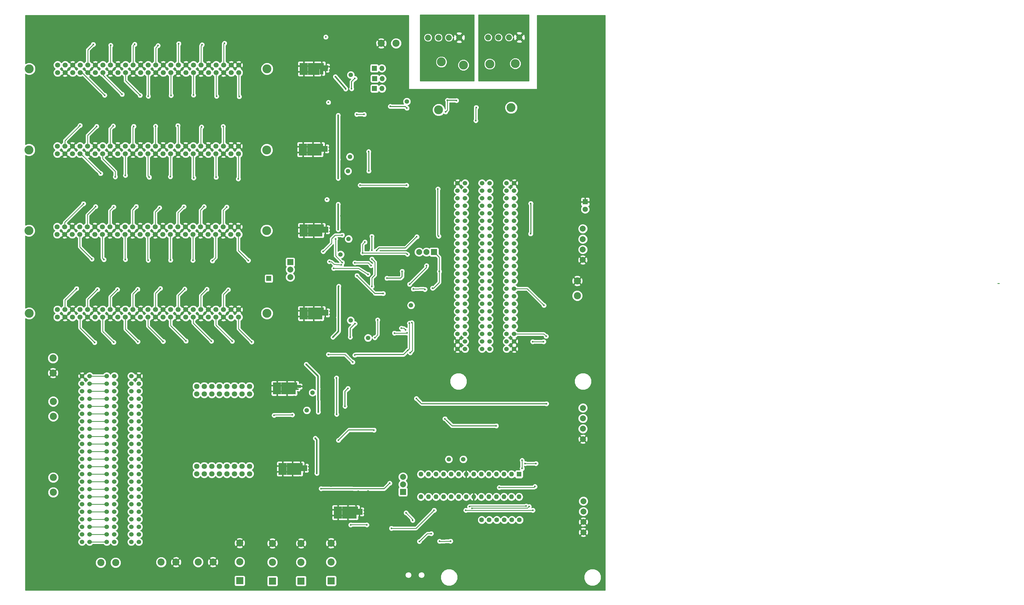
<source format=gbr>
G04 #@! TF.FileFunction,Copper,L2,Bot,Signal*
%FSLAX46Y46*%
G04 Gerber Fmt 4.6, Leading zero omitted, Abs format (unit mm)*
G04 Created by KiCad (PCBNEW 4.0.4-stable) date 08/03/17 17:46:02*
%MOMM*%
%LPD*%
G01*
G04 APERTURE LIST*
%ADD10C,0.100000*%
%ADD11C,11.000000*%
%ADD12C,0.700000*%
%ADD13R,2.400000X2.400000*%
%ADD14C,2.400000*%
%ADD15R,2.800000X2.000000*%
%ADD16R,4.000000X2.000000*%
%ADD17R,1.500000X2.000000*%
%ADD18R,2.000000X1.000000*%
%ADD19R,1.500000X1.000000*%
%ADD20C,1.800000*%
%ADD21R,1.600000X1.600000*%
%ADD22O,1.600000X1.600000*%
%ADD23C,3.000000*%
%ADD24C,1.524000*%
%ADD25R,1.800000X1.800000*%
%ADD26C,1.500000*%
%ADD27R,1.300000X2.000000*%
%ADD28R,1.000000X0.500000*%
%ADD29C,1.600000*%
%ADD30R,2.000000X2.000000*%
%ADD31C,2.000000*%
%ADD32R,1.700000X1.700000*%
%ADD33O,1.700000X1.700000*%
%ADD34C,1.700000*%
%ADD35C,0.600000*%
%ADD36C,0.350000*%
%ADD37C,0.250000*%
%ADD38C,0.500000*%
%ADD39C,0.254000*%
%ADD40C,0.400000*%
G04 APERTURE END LIST*
D10*
D11*
X197535800Y-25103200D03*
D12*
X201660800Y-25103200D03*
X200462615Y-28030015D03*
X197535800Y-29228200D03*
X194608985Y-28030015D03*
X193410800Y-25103200D03*
X194608985Y-22176385D03*
X197535800Y-20978200D03*
X200462615Y-22176385D03*
D13*
X111150400Y-206527400D03*
D14*
X111150400Y-200177400D03*
X111150400Y-193827400D03*
D13*
X121272300Y-206463900D03*
D14*
X121272300Y-200113900D03*
X121272300Y-193763900D03*
D15*
X112077500Y-117348000D03*
X112077500Y-115379500D03*
D16*
X115443000Y-117348000D03*
X115443000Y-115379500D03*
D17*
X117602000Y-117348000D03*
X118110000Y-115379500D03*
D18*
X119316500Y-116586000D03*
D19*
X119570500Y-115633500D03*
D20*
X93827600Y-143459200D03*
X93827600Y-140919200D03*
X91287600Y-143459200D03*
X91287600Y-140919200D03*
X88747600Y-143459200D03*
X88747600Y-140919200D03*
X86207600Y-143459200D03*
X86207600Y-140919200D03*
X83667600Y-143459200D03*
X83667600Y-140919200D03*
X81127600Y-143459200D03*
X81127600Y-140919200D03*
X78587600Y-143459200D03*
X78587600Y-140919200D03*
X76047600Y-143459200D03*
X76047600Y-140919200D03*
D21*
X184505600Y-170535600D03*
D22*
X151485600Y-178155600D03*
X181965600Y-170535600D03*
X154025600Y-178155600D03*
X179425600Y-170535600D03*
X156565600Y-178155600D03*
X176885600Y-170535600D03*
X159105600Y-178155600D03*
X174345600Y-170535600D03*
X161645600Y-178155600D03*
X171805600Y-170535600D03*
X164185600Y-178155600D03*
X169265600Y-170535600D03*
X166725600Y-178155600D03*
X166725600Y-170535600D03*
X169265600Y-178155600D03*
X164185600Y-170535600D03*
X171805600Y-178155600D03*
X161645600Y-170535600D03*
X174345600Y-178155600D03*
X159105600Y-170535600D03*
X176885600Y-178155600D03*
X156565600Y-170535600D03*
X179425600Y-178155600D03*
X154025600Y-170535600D03*
X181965600Y-178155600D03*
X151485600Y-170535600D03*
X184505600Y-178155600D03*
D13*
X101536500Y-206527400D03*
D14*
X101536500Y-200177400D03*
X101536500Y-193827400D03*
D13*
X90525600Y-206425800D03*
D14*
X90525600Y-200075800D03*
X90525600Y-193725800D03*
D23*
X158400000Y-31600000D03*
X165811200Y-32659320D03*
X174670720Y-32288480D03*
X183266080Y-32161480D03*
D24*
X172085000Y-72440800D03*
X174625000Y-72440800D03*
X172085000Y-74980800D03*
X174625000Y-74980800D03*
X172085000Y-77520800D03*
X174625000Y-77520800D03*
X172085000Y-80060800D03*
X174625000Y-80060800D03*
X172085000Y-82600800D03*
X174625000Y-82600800D03*
X172085000Y-85140800D03*
X174625000Y-85140800D03*
X172085000Y-87680800D03*
X174625000Y-87680800D03*
X172085000Y-90220800D03*
X174625000Y-90220800D03*
X172085000Y-92760800D03*
X174625000Y-92760800D03*
X172085000Y-95300800D03*
X174625000Y-95300800D03*
X172085000Y-97840800D03*
X174625000Y-97840800D03*
X172085000Y-100380800D03*
X174625000Y-100380800D03*
X172085000Y-102920800D03*
X174625000Y-102920800D03*
X172085000Y-105460800D03*
X174625000Y-105460800D03*
X172085000Y-108000800D03*
X174625000Y-108000800D03*
X172085000Y-110540800D03*
X174625000Y-110540800D03*
X172085000Y-113080800D03*
X174625000Y-113080800D03*
X172085000Y-115620800D03*
X174625000Y-115620800D03*
X172085000Y-118160800D03*
X174625000Y-118160800D03*
X172085000Y-120700800D03*
X174625000Y-120700800D03*
X172085000Y-123240800D03*
X174625000Y-123240800D03*
X172085000Y-125780800D03*
X174625000Y-125780800D03*
X172085000Y-128320800D03*
X174625000Y-128320800D03*
X163830000Y-72440800D03*
X166370000Y-72440800D03*
X163830000Y-74980800D03*
X166370000Y-74980800D03*
X163830000Y-77520800D03*
X166370000Y-77520800D03*
X163830000Y-80060800D03*
X166370000Y-80060800D03*
X163830000Y-82600800D03*
X166370000Y-82600800D03*
X163830000Y-85140800D03*
X166370000Y-85140800D03*
X163830000Y-87680800D03*
X166370000Y-87680800D03*
X163830000Y-90220800D03*
X166370000Y-90220800D03*
X163830000Y-92760800D03*
X166370000Y-92760800D03*
X163830000Y-95300800D03*
X166370000Y-95300800D03*
X163830000Y-97840800D03*
X166370000Y-97840800D03*
X163830000Y-100380800D03*
X166370000Y-100380800D03*
X163830000Y-102920800D03*
X166370000Y-102920800D03*
X163830000Y-105460800D03*
X166370000Y-105460800D03*
X163830000Y-108000800D03*
X166370000Y-108000800D03*
X163830000Y-110540800D03*
X166370000Y-110540800D03*
X163830000Y-113080800D03*
X166370000Y-113080800D03*
X163830000Y-115620800D03*
X166370000Y-115620800D03*
X163830000Y-118160800D03*
X166370000Y-118160800D03*
X163830000Y-120700800D03*
X166370000Y-120700800D03*
X163830000Y-123240800D03*
X166370000Y-123240800D03*
X163830000Y-125780800D03*
X166370000Y-125780800D03*
X163830000Y-128320800D03*
X166370000Y-128320800D03*
X180340000Y-72440800D03*
X182880000Y-72440800D03*
X180340000Y-74980800D03*
X182880000Y-74980800D03*
X180340000Y-77520800D03*
X182880000Y-77520800D03*
X180340000Y-80060800D03*
X182880000Y-80060800D03*
X180340000Y-82600800D03*
X182880000Y-82600800D03*
X180340000Y-85140800D03*
X182880000Y-85140800D03*
X180340000Y-87680800D03*
X182880000Y-87680800D03*
X180340000Y-90220800D03*
X182880000Y-90220800D03*
X180340000Y-92760800D03*
X182880000Y-92760800D03*
X180340000Y-95300800D03*
X182880000Y-95300800D03*
X180340000Y-97840800D03*
X182880000Y-97840800D03*
X180340000Y-100380800D03*
X182880000Y-100380800D03*
X180340000Y-102920800D03*
X182880000Y-102920800D03*
X180340000Y-105460800D03*
X182880000Y-105460800D03*
X180340000Y-108000800D03*
X182880000Y-108000800D03*
X180340000Y-110540800D03*
X182880000Y-110540800D03*
X180340000Y-113080800D03*
X182880000Y-113080800D03*
X180340000Y-115620800D03*
X182880000Y-115620800D03*
X180340000Y-118160800D03*
X182880000Y-118160800D03*
X180340000Y-120700800D03*
X182880000Y-120700800D03*
X180340000Y-123240800D03*
X182880000Y-123240800D03*
X180340000Y-125780800D03*
X182880000Y-125780800D03*
X180340000Y-128320800D03*
X182880000Y-128320800D03*
D20*
X93827600Y-170383200D03*
X93827600Y-167843200D03*
X91287600Y-170383200D03*
X91287600Y-167843200D03*
X88747600Y-170383200D03*
X88747600Y-167843200D03*
X86207600Y-170383200D03*
X86207600Y-167843200D03*
X83667600Y-170383200D03*
X83667600Y-167843200D03*
X81127600Y-170383200D03*
X81127600Y-167843200D03*
X78587600Y-170383200D03*
X78587600Y-167843200D03*
X76047600Y-170383200D03*
X76047600Y-167843200D03*
D23*
X157480000Y-47752000D03*
X181864000Y-46990000D03*
D20*
X206781400Y-81254600D03*
D25*
X206781400Y-78754600D03*
D24*
X37465000Y-137464800D03*
X40005000Y-137464800D03*
X37465000Y-140004800D03*
X40005000Y-140004800D03*
X37465000Y-142544800D03*
X40005000Y-142544800D03*
X37465000Y-145084800D03*
X40005000Y-145084800D03*
X37465000Y-147624800D03*
X40005000Y-147624800D03*
X37465000Y-150164800D03*
X40005000Y-150164800D03*
X37465000Y-152704800D03*
X40005000Y-152704800D03*
X37465000Y-155244800D03*
X40005000Y-155244800D03*
X37465000Y-157784800D03*
X40005000Y-157784800D03*
X37465000Y-160324800D03*
X40005000Y-160324800D03*
X37465000Y-162864800D03*
X40005000Y-162864800D03*
X37465000Y-165404800D03*
X40005000Y-165404800D03*
X37465000Y-167944800D03*
X40005000Y-167944800D03*
X37465000Y-170484800D03*
X40005000Y-170484800D03*
X37465000Y-173024800D03*
X40005000Y-173024800D03*
X37465000Y-175564800D03*
X40005000Y-175564800D03*
X37465000Y-178104800D03*
X40005000Y-178104800D03*
X37465000Y-180644800D03*
X40005000Y-180644800D03*
X37465000Y-183184800D03*
X40005000Y-183184800D03*
X37465000Y-185724800D03*
X40005000Y-185724800D03*
X37465000Y-188264800D03*
X40005000Y-188264800D03*
X37465000Y-190804800D03*
X40005000Y-190804800D03*
X37465000Y-193344800D03*
X40005000Y-193344800D03*
X45778000Y-137449200D03*
X48318000Y-137449200D03*
X45778000Y-139989200D03*
X48318000Y-139989200D03*
X45778000Y-142529200D03*
X48318000Y-142529200D03*
X45778000Y-145069200D03*
X48318000Y-145069200D03*
X45778000Y-147609200D03*
X48318000Y-147609200D03*
X45778000Y-150149200D03*
X48318000Y-150149200D03*
X45778000Y-152689200D03*
X48318000Y-152689200D03*
X45778000Y-155229200D03*
X48318000Y-155229200D03*
X45778000Y-157769200D03*
X48318000Y-157769200D03*
X45778000Y-160309200D03*
X48318000Y-160309200D03*
X45778000Y-162849200D03*
X48318000Y-162849200D03*
X45778000Y-165389200D03*
X48318000Y-165389200D03*
X45778000Y-167929200D03*
X48318000Y-167929200D03*
X45778000Y-170469200D03*
X48318000Y-170469200D03*
X45778000Y-173009200D03*
X48318000Y-173009200D03*
X45778000Y-175549200D03*
X48318000Y-175549200D03*
X45778000Y-178089200D03*
X48318000Y-178089200D03*
X45778000Y-180629200D03*
X48318000Y-180629200D03*
X45778000Y-183169200D03*
X48318000Y-183169200D03*
X45778000Y-185709200D03*
X48318000Y-185709200D03*
X45778000Y-188249200D03*
X48318000Y-188249200D03*
X45778000Y-190789200D03*
X48318000Y-190789200D03*
X45778000Y-193329200D03*
X48318000Y-193329200D03*
X54025800Y-137439400D03*
X56565800Y-137439400D03*
X54025800Y-139979400D03*
X56565800Y-139979400D03*
X54025800Y-142519400D03*
X56565800Y-142519400D03*
X54025800Y-145059400D03*
X56565800Y-145059400D03*
X54025800Y-147599400D03*
X56565800Y-147599400D03*
X54025800Y-150139400D03*
X56565800Y-150139400D03*
X54025800Y-152679400D03*
X56565800Y-152679400D03*
X54025800Y-155219400D03*
X56565800Y-155219400D03*
X54025800Y-157759400D03*
X56565800Y-157759400D03*
X54025800Y-160299400D03*
X56565800Y-160299400D03*
X54025800Y-162839400D03*
X56565800Y-162839400D03*
X54025800Y-165379400D03*
X56565800Y-165379400D03*
X54025800Y-167919400D03*
X56565800Y-167919400D03*
X54025800Y-170459400D03*
X56565800Y-170459400D03*
X54025800Y-172999400D03*
X56565800Y-172999400D03*
X54025800Y-175539400D03*
X56565800Y-175539400D03*
X54025800Y-178079400D03*
X56565800Y-178079400D03*
X54025800Y-180619400D03*
X56565800Y-180619400D03*
X54025800Y-183159400D03*
X56565800Y-183159400D03*
X54025800Y-185699400D03*
X56565800Y-185699400D03*
X54025800Y-188239400D03*
X56565800Y-188239400D03*
X54025800Y-190779400D03*
X56565800Y-190779400D03*
X54025800Y-193319400D03*
X56565800Y-193319400D03*
D26*
X127609600Y-63550800D03*
X127152400Y-91236800D03*
X127863600Y-118668800D03*
X115011200Y-143027400D03*
X146761200Y-44932600D03*
X126949200Y-68402200D03*
X124460000Y-96469200D03*
X133705600Y-124587000D03*
X113106200Y-148996400D03*
X148158200Y-113588800D03*
D15*
X112077500Y-34925000D03*
X112077500Y-32956500D03*
D16*
X115443000Y-34925000D03*
X115443000Y-32956500D03*
D27*
X118059200Y-34772600D03*
D17*
X118110000Y-32956500D03*
D19*
X119392700Y-34188400D03*
X119570500Y-33210500D03*
D26*
X127889000Y-35966400D03*
D15*
X112077500Y-89357200D03*
X112077500Y-87388700D03*
D16*
X115443000Y-89357200D03*
X115443000Y-87388700D03*
D17*
X117602000Y-89357200D03*
X118110000Y-87388700D03*
D18*
X119316500Y-88595200D03*
D19*
X119570500Y-87642700D03*
D15*
X111823500Y-62103000D03*
X111823500Y-60134500D03*
D16*
X115189000Y-62103000D03*
X115189000Y-60134500D03*
D17*
X117348000Y-62103000D03*
X117856000Y-60134500D03*
D18*
X119062500Y-61341000D03*
D19*
X119316500Y-60388500D03*
D15*
X103096060Y-142580360D03*
X103096060Y-140611860D03*
D16*
X106461560Y-142580360D03*
X106461560Y-140611860D03*
D17*
X108620560Y-142580360D03*
X109128560Y-140611860D03*
D28*
X109867700Y-141859000D03*
D19*
X110363000Y-140944600D03*
D15*
X104965500Y-169732960D03*
X104965500Y-167764460D03*
D16*
X108331000Y-169732960D03*
X108331000Y-167764460D03*
D17*
X110490000Y-169732960D03*
X110998000Y-167764460D03*
D18*
X112204500Y-168970960D03*
D19*
X112458500Y-168018460D03*
D26*
X165760400Y-165506400D03*
X160880400Y-165506400D03*
D29*
X171958000Y-185928000D03*
X174498000Y-185928000D03*
X177038000Y-185928000D03*
X179578000Y-185928000D03*
X182118000Y-185928000D03*
X184658000Y-185928000D03*
D15*
X123583700Y-184444640D03*
X123583700Y-182476140D03*
D16*
X126949200Y-184444640D03*
X126949200Y-182476140D03*
D17*
X129108200Y-184444640D03*
X129616200Y-182476140D03*
D18*
X130822700Y-183682640D03*
D19*
X131076700Y-182730140D03*
D11*
X24993600Y-22453600D03*
D12*
X29118600Y-22453600D03*
X27920415Y-25380415D03*
X24993600Y-26578600D03*
X22066785Y-25380415D03*
X20868600Y-22453600D03*
X22066785Y-19526785D03*
X24993600Y-18328600D03*
X27920415Y-19526785D03*
D11*
X26162000Y-202082400D03*
D12*
X30287000Y-202082400D03*
X29088815Y-205009215D03*
X26162000Y-206207400D03*
X23235185Y-205009215D03*
X22037000Y-202082400D03*
X23235185Y-199155585D03*
X26162000Y-197957400D03*
X29088815Y-199155585D03*
D11*
X197535800Y-203403200D03*
D12*
X201660800Y-203403200D03*
X200462615Y-206330015D03*
X197535800Y-207528200D03*
X194608985Y-206330015D03*
X193410800Y-203403200D03*
X194608985Y-200476385D03*
X197535800Y-199278200D03*
X200462615Y-200476385D03*
D30*
X107543600Y-99060000D03*
D31*
X107543600Y-101600000D03*
X107543600Y-104100000D03*
D32*
X100304600Y-104571800D03*
D30*
X145465800Y-176479200D03*
D31*
X145465800Y-173939200D03*
X145465800Y-171439200D03*
X184621000Y-23316200D03*
X181121000Y-23316200D03*
X177621000Y-23316200D03*
X174121000Y-23316200D03*
X164402600Y-23392400D03*
X160902600Y-23392400D03*
X157402600Y-23392400D03*
X153902600Y-23392400D03*
X206172800Y-190107400D03*
X206172800Y-186607400D03*
X206172800Y-183107400D03*
X206172800Y-179607400D03*
X205969600Y-98311800D03*
X205969600Y-94811800D03*
X205969600Y-91311800D03*
X205969600Y-87811800D03*
D14*
X76544800Y-200126600D03*
X81544800Y-200126600D03*
X143139800Y-25323800D03*
X138139800Y-25323800D03*
X27698700Y-131421500D03*
X27698700Y-136421500D03*
X64073400Y-200152000D03*
X69073400Y-200152000D03*
D32*
X135813800Y-33731200D03*
D33*
X138353800Y-33731200D03*
D32*
X135940800Y-37211000D03*
D33*
X138480800Y-37211000D03*
D32*
X135864600Y-40538400D03*
D33*
X138404600Y-40538400D03*
D30*
X155930600Y-95656400D03*
D31*
X153390600Y-95656400D03*
X150890600Y-95656400D03*
D14*
X204139800Y-110373800D03*
X204139800Y-105373800D03*
X43778800Y-200329800D03*
X48778800Y-200329800D03*
D23*
X99682300Y-116319300D03*
X19672300Y-116319300D03*
D34*
X29197300Y-117589300D03*
X29197300Y-115049300D03*
X31737300Y-117589300D03*
X31737300Y-115049300D03*
X34277300Y-117589300D03*
X34277300Y-115049300D03*
X36817300Y-117589300D03*
X36817300Y-115049300D03*
X39357300Y-117589300D03*
X39357300Y-115049300D03*
X41897300Y-117589300D03*
X41897300Y-115049300D03*
X44437300Y-117589300D03*
X44437300Y-115049300D03*
X46977300Y-117589300D03*
X46977300Y-115049300D03*
X49517300Y-117589300D03*
X49517300Y-115049300D03*
X52057300Y-117589300D03*
X52057300Y-115049300D03*
X54597300Y-117589300D03*
X54597300Y-115049300D03*
X57137300Y-117589300D03*
X57137300Y-115049300D03*
X59677300Y-117589300D03*
X59677300Y-115049300D03*
X62217300Y-117589300D03*
X62217300Y-115049300D03*
X64757300Y-117589300D03*
X64757300Y-115049300D03*
X67297300Y-117589300D03*
X67297300Y-115049300D03*
X69837300Y-117589300D03*
X69837300Y-115049300D03*
X72377300Y-117589300D03*
X72377300Y-115049300D03*
X74917300Y-117589300D03*
X74917300Y-115049300D03*
X77457300Y-117589300D03*
X77457300Y-115049300D03*
X79997300Y-117589300D03*
X79997300Y-115049300D03*
X82537300Y-117589300D03*
X82537300Y-115049300D03*
X85077300Y-117589300D03*
X85077300Y-115049300D03*
X87617300Y-117589300D03*
X87617300Y-115049300D03*
X90157300Y-117589300D03*
X90157300Y-115049300D03*
D23*
X99580700Y-88442800D03*
X19570700Y-88442800D03*
D34*
X29095700Y-89712800D03*
X29095700Y-87172800D03*
X31635700Y-89712800D03*
X31635700Y-87172800D03*
X34175700Y-89712800D03*
X34175700Y-87172800D03*
X36715700Y-89712800D03*
X36715700Y-87172800D03*
X39255700Y-89712800D03*
X39255700Y-87172800D03*
X41795700Y-89712800D03*
X41795700Y-87172800D03*
X44335700Y-89712800D03*
X44335700Y-87172800D03*
X46875700Y-89712800D03*
X46875700Y-87172800D03*
X49415700Y-89712800D03*
X49415700Y-87172800D03*
X51955700Y-89712800D03*
X51955700Y-87172800D03*
X54495700Y-89712800D03*
X54495700Y-87172800D03*
X57035700Y-89712800D03*
X57035700Y-87172800D03*
X59575700Y-89712800D03*
X59575700Y-87172800D03*
X62115700Y-89712800D03*
X62115700Y-87172800D03*
X64655700Y-89712800D03*
X64655700Y-87172800D03*
X67195700Y-89712800D03*
X67195700Y-87172800D03*
X69735700Y-89712800D03*
X69735700Y-87172800D03*
X72275700Y-89712800D03*
X72275700Y-87172800D03*
X74815700Y-89712800D03*
X74815700Y-87172800D03*
X77355700Y-89712800D03*
X77355700Y-87172800D03*
X79895700Y-89712800D03*
X79895700Y-87172800D03*
X82435700Y-89712800D03*
X82435700Y-87172800D03*
X84975700Y-89712800D03*
X84975700Y-87172800D03*
X87515700Y-89712800D03*
X87515700Y-87172800D03*
X90055700Y-89712800D03*
X90055700Y-87172800D03*
D23*
X99631500Y-61252100D03*
X19621500Y-61252100D03*
D34*
X29146500Y-62522100D03*
X29146500Y-59982100D03*
X31686500Y-62522100D03*
X31686500Y-59982100D03*
X34226500Y-62522100D03*
X34226500Y-59982100D03*
X36766500Y-62522100D03*
X36766500Y-59982100D03*
X39306500Y-62522100D03*
X39306500Y-59982100D03*
X41846500Y-62522100D03*
X41846500Y-59982100D03*
X44386500Y-62522100D03*
X44386500Y-59982100D03*
X46926500Y-62522100D03*
X46926500Y-59982100D03*
X49466500Y-62522100D03*
X49466500Y-59982100D03*
X52006500Y-62522100D03*
X52006500Y-59982100D03*
X54546500Y-62522100D03*
X54546500Y-59982100D03*
X57086500Y-62522100D03*
X57086500Y-59982100D03*
X59626500Y-62522100D03*
X59626500Y-59982100D03*
X62166500Y-62522100D03*
X62166500Y-59982100D03*
X64706500Y-62522100D03*
X64706500Y-59982100D03*
X67246500Y-62522100D03*
X67246500Y-59982100D03*
X69786500Y-62522100D03*
X69786500Y-59982100D03*
X72326500Y-62522100D03*
X72326500Y-59982100D03*
X74866500Y-62522100D03*
X74866500Y-59982100D03*
X77406500Y-62522100D03*
X77406500Y-59982100D03*
X79946500Y-62522100D03*
X79946500Y-59982100D03*
X82486500Y-62522100D03*
X82486500Y-59982100D03*
X85026500Y-62522100D03*
X85026500Y-59982100D03*
X87566500Y-62522100D03*
X87566500Y-59982100D03*
X90106500Y-62522100D03*
X90106500Y-59982100D03*
D23*
X99707700Y-33921700D03*
X19697700Y-33921700D03*
D34*
X29222700Y-35191700D03*
X29222700Y-32651700D03*
X31762700Y-35191700D03*
X31762700Y-32651700D03*
X34302700Y-35191700D03*
X34302700Y-32651700D03*
X36842700Y-35191700D03*
X36842700Y-32651700D03*
X39382700Y-35191700D03*
X39382700Y-32651700D03*
X41922700Y-35191700D03*
X41922700Y-32651700D03*
X44462700Y-35191700D03*
X44462700Y-32651700D03*
X47002700Y-35191700D03*
X47002700Y-32651700D03*
X49542700Y-35191700D03*
X49542700Y-32651700D03*
X52082700Y-35191700D03*
X52082700Y-32651700D03*
X54622700Y-35191700D03*
X54622700Y-32651700D03*
X57162700Y-35191700D03*
X57162700Y-32651700D03*
X59702700Y-35191700D03*
X59702700Y-32651700D03*
X62242700Y-35191700D03*
X62242700Y-32651700D03*
X64782700Y-35191700D03*
X64782700Y-32651700D03*
X67322700Y-35191700D03*
X67322700Y-32651700D03*
X69862700Y-35191700D03*
X69862700Y-32651700D03*
X72402700Y-35191700D03*
X72402700Y-32651700D03*
X74942700Y-35191700D03*
X74942700Y-32651700D03*
X77482700Y-35191700D03*
X77482700Y-32651700D03*
X80022700Y-35191700D03*
X80022700Y-32651700D03*
X82562700Y-35191700D03*
X82562700Y-32651700D03*
X85102700Y-35191700D03*
X85102700Y-32651700D03*
X87642700Y-35191700D03*
X87642700Y-32651700D03*
X90182700Y-35191700D03*
X90182700Y-32651700D03*
D14*
X27774900Y-146026500D03*
X27774900Y-151026500D03*
X27774900Y-171617000D03*
X27774900Y-176617000D03*
D31*
X206020400Y-158713000D03*
X206020400Y-155213000D03*
X206020400Y-151713000D03*
X206020400Y-148213000D03*
D35*
X129971800Y-103581200D03*
X138836400Y-109626400D03*
X133515100Y-192151000D03*
X129882900Y-200101200D03*
X151345900Y-199872600D03*
X126492000Y-191935100D03*
X212217000Y-174332900D03*
X202590400Y-172986700D03*
X148310600Y-135585200D03*
X118770400Y-151028400D03*
X129946400Y-43662600D03*
X156032200Y-42011600D03*
X172694600Y-41325800D03*
X33401000Y-23444200D03*
X125247400Y-111988600D03*
X197485000Y-118160800D03*
X163525200Y-181940200D03*
X34518600Y-98806000D03*
X133324600Y-109829600D03*
X121234200Y-99796600D03*
X120396000Y-104317800D03*
X172567600Y-165608000D03*
X153898600Y-166293800D03*
X115798600Y-84429600D03*
X150139400Y-117475000D03*
X151587200Y-123240800D03*
X122199400Y-114782600D03*
X127304800Y-179705000D03*
X108686600Y-164998400D03*
X140309600Y-181127400D03*
X106807000Y-137845800D03*
X114300000Y-137947400D03*
X113258600Y-21005800D03*
X200355200Y-98628200D03*
X141122400Y-100203000D03*
X196646800Y-194538600D03*
X198856600Y-193065400D03*
X189865000Y-185978800D03*
X175945800Y-207619600D03*
X175742600Y-203073000D03*
X131064000Y-207670400D03*
X155168600Y-126974600D03*
X154813000Y-128524000D03*
X152044400Y-126974600D03*
X158013400Y-133553200D03*
X153974800Y-135712200D03*
X154101800Y-137972800D03*
X150520400Y-106299000D03*
X33807400Y-43535600D03*
X34036000Y-70256400D03*
X29083000Y-52222400D03*
X29616400Y-78155800D03*
X34340800Y-127101600D03*
X28041600Y-111023400D03*
X114300000Y-140995400D03*
X114757200Y-96723200D03*
X124612400Y-83464400D03*
X131064000Y-56489600D03*
X122021600Y-54610000D03*
X123291600Y-28295600D03*
X110540800Y-134569200D03*
X112166400Y-156870400D03*
X114858800Y-161594800D03*
X117957600Y-81229200D03*
X117856000Y-26619200D03*
X117551200Y-53746400D03*
X155879800Y-102870000D03*
X154813000Y-100177600D03*
X158953200Y-123240800D03*
X157429200Y-117297200D03*
X164947600Y-41859200D03*
X134366000Y-182727600D03*
X141528800Y-175768000D03*
X138709400Y-171500800D03*
X133756400Y-176174400D03*
X130454400Y-176276000D03*
X120091200Y-156260800D03*
X123139200Y-160375600D03*
X121361200Y-164312600D03*
X120142000Y-139446000D03*
X121970800Y-135026400D03*
X118821200Y-130454400D03*
X131902200Y-113944400D03*
X129641600Y-105156000D03*
X133908800Y-81889600D03*
X130657600Y-77520800D03*
X132283200Y-86461600D03*
X132689600Y-54025800D03*
X129057400Y-50139600D03*
X129794000Y-25425400D03*
X131470400Y-29514800D03*
X129844800Y-35102800D03*
X173939200Y-193751200D03*
X165354000Y-189687200D03*
X163322000Y-185826400D03*
X162814000Y-189534800D03*
X160782000Y-189534800D03*
X164515800Y-198272400D03*
X193800000Y-165800000D03*
X180340400Y-157844400D03*
X104292400Y-128879600D03*
X124841000Y-170459400D03*
X113233200Y-103530400D03*
X113207800Y-75615800D03*
X112979200Y-48133000D03*
X182651400Y-42011600D03*
X110718600Y-161544000D03*
X106121200Y-155981400D03*
X115824000Y-112395000D03*
X119176800Y-107619800D03*
X187147200Y-157784800D03*
X191135000Y-183438800D03*
X177215800Y-202692000D03*
X101396800Y-132791200D03*
X102692200Y-159435800D03*
X110418880Y-148468080D03*
X115036600Y-167208200D03*
X110947200Y-176352200D03*
X110439200Y-131038600D03*
X119380000Y-123063000D03*
X109347000Y-107442000D03*
X121285000Y-174548800D03*
X131013200Y-172669200D03*
X119380000Y-40640000D03*
X109347000Y-79629000D03*
X122174000Y-86360000D03*
X119227600Y-68351400D03*
X121920000Y-58928000D03*
X110566200Y-52933600D03*
X109347000Y-25019000D03*
X122174000Y-31750000D03*
X157480000Y-90297000D03*
X157226000Y-74422000D03*
X188391800Y-89509600D03*
X188468000Y-79298800D03*
X187909200Y-181406800D03*
X168706800Y-182016400D03*
X167868600Y-181432200D03*
X186944000Y-181254400D03*
X190195200Y-166903400D03*
X186588400Y-166903400D03*
X120370600Y-45212000D03*
X119481600Y-23215600D03*
X119888000Y-77978000D03*
X94551500Y-125958600D03*
X88011000Y-125730000D03*
X81000600Y-125704600D03*
X72466200Y-125653800D03*
X64770000Y-125768100D03*
X56273700Y-125882400D03*
X48120300Y-126072900D03*
X41719500Y-126149100D03*
X86677500Y-108356400D03*
X79476600Y-108204000D03*
X72009000Y-108127800D03*
X63817500Y-107937300D03*
X56197500Y-108204000D03*
X49377600Y-108280200D03*
X42672000Y-108280200D03*
X35623500Y-107975400D03*
X40805100Y-98031300D03*
X44843700Y-98221800D03*
X52044600Y-98183700D03*
X59740800Y-98412300D03*
X67246500Y-98374200D03*
X74764900Y-98437700D03*
X81356200Y-98653600D03*
X93433900Y-98488500D03*
X86144100Y-80467200D03*
X78536800Y-80352900D03*
X71716900Y-80378300D03*
X63550800Y-80733900D03*
X55702200Y-80314800D03*
X48120300Y-80467200D03*
X42024300Y-80352900D03*
X37947600Y-79362300D03*
X90030300Y-71018400D03*
X82562700Y-70446900D03*
X75018900Y-70637400D03*
X67195700Y-70269100D03*
X60096400Y-70459600D03*
X52044600Y-69837300D03*
X48653700Y-70294500D03*
X43700700Y-69189600D03*
X84937600Y-53314600D03*
X77673200Y-53479700D03*
X69684900Y-53035200D03*
X62179200Y-53263800D03*
X54864000Y-53301900D03*
X47967900Y-53187600D03*
X42367200Y-53301900D03*
X36804600Y-52997100D03*
X90360500Y-43281600D03*
X82727800Y-43167300D03*
X74968100Y-42773600D03*
X67424300Y-42862500D03*
X59766200Y-43141900D03*
X56997600Y-42837100D03*
X50965100Y-42494200D03*
X45072300Y-42799000D03*
X85407500Y-25311100D03*
X77863700Y-25819100D03*
X70015100Y-25425400D03*
X63030100Y-26073100D03*
X55181500Y-25654000D03*
X47104300Y-26009600D03*
X41236900Y-25704800D03*
X125044200Y-89966800D03*
X118618000Y-95478600D03*
X120396000Y-130175000D03*
X128549400Y-132765800D03*
X129895600Y-49225200D03*
X132410200Y-49276000D03*
X124764800Y-99949000D03*
X152831800Y-108229400D03*
X148945600Y-108127800D03*
X121869200Y-124358400D03*
X123774200Y-117652800D03*
X123850400Y-107188000D03*
X120700800Y-98907600D03*
X177850800Y-175006000D03*
X189865000Y-174675800D03*
X146659600Y-73152000D03*
X131013200Y-73126600D03*
X132664200Y-92303600D03*
X131851400Y-95986600D03*
X146939000Y-96418400D03*
X135991600Y-124485400D03*
X145186400Y-102158800D03*
X136931400Y-118541800D03*
X140055600Y-104470200D03*
X108254800Y-150520400D03*
X102108000Y-150672800D03*
X147624800Y-119608600D03*
X147015200Y-128854200D03*
X129260600Y-130403600D03*
X125933200Y-147624800D03*
X126949200Y-141605000D03*
X117919500Y-175387000D03*
X140995400Y-173583600D03*
X147904200Y-129590800D03*
X148437600Y-119456200D03*
X127863600Y-187604400D03*
X133299200Y-187604400D03*
X155956000Y-182676800D03*
X141579600Y-188772800D03*
X157708600Y-102209600D03*
X116865400Y-141732000D03*
X155448000Y-107823000D03*
X193725800Y-146761200D03*
X149961600Y-145008600D03*
X112903000Y-133477000D03*
X116941600Y-149555200D03*
X115951000Y-158419800D03*
X116484400Y-170205400D03*
X122783600Y-91236800D03*
X125044200Y-99187000D03*
X123647200Y-49580800D03*
X126161800Y-40665400D03*
X122707400Y-36550600D03*
X123647200Y-70815200D03*
X123647200Y-79552800D03*
X123647200Y-88087200D03*
X123621800Y-64439800D03*
X154635200Y-33096200D03*
X172339000Y-37592000D03*
X192913000Y-113639600D03*
X144932400Y-121310400D03*
X146354800Y-121869200D03*
X146862800Y-122936000D03*
X142595600Y-122961400D03*
X148742400Y-186080400D03*
X146481800Y-183540400D03*
X161467800Y-193090800D03*
X157759400Y-193116200D03*
X141173200Y-46583600D03*
X146786600Y-47167800D03*
X176860200Y-154228800D03*
X159588200Y-151841200D03*
X129286000Y-99263200D03*
X134721600Y-100228400D03*
X122123200Y-101193600D03*
X133705600Y-103174800D03*
X154990800Y-190550800D03*
X150977600Y-193192400D03*
X147675600Y-106502200D03*
X153390600Y-100253800D03*
X123748800Y-159105600D03*
X135712200Y-155651200D03*
X135026400Y-107238800D03*
X135001000Y-97993200D03*
X129286000Y-37134800D03*
X128168400Y-40614600D03*
X123088400Y-138074400D03*
X123139200Y-150317200D03*
X127711200Y-124358400D03*
X129336800Y-119786400D03*
X134975600Y-90373200D03*
X135026400Y-95097600D03*
X133908800Y-61823600D03*
X133959600Y-68326000D03*
X136626600Y-95123000D03*
X150114000Y-90525600D03*
X163474400Y-44602400D03*
X159800000Y-48427000D03*
X160401000Y-44526200D03*
X170103800Y-46939200D03*
X169976800Y-51358800D03*
X166624000Y-182676800D03*
X189153800Y-182676800D03*
X185547000Y-165862000D03*
X185572400Y-168579800D03*
X189103000Y-125844300D03*
X192786000Y-125844300D03*
X193662300Y-124053600D03*
D36*
X138836400Y-109626400D02*
X136017000Y-109626400D01*
D37*
X136017000Y-109626400D02*
X129971800Y-103581200D01*
X345541600Y-106197400D02*
X346176600Y-106197400D01*
X129882900Y-200101200D02*
X129882900Y-200139300D01*
X202590400Y-172986700D02*
X202603100Y-172986700D01*
X197485000Y-118160800D02*
X197485000Y-118186200D01*
X120396000Y-104317800D02*
X120396000Y-104343200D01*
X140309600Y-181127400D02*
X140309600Y-181152800D01*
D36*
X198856600Y-193065400D02*
X198882000Y-193090800D01*
X175742600Y-203073000D02*
X175742600Y-203098400D01*
D37*
X34036000Y-70256400D02*
X34036000Y-70281800D01*
X29616400Y-78155800D02*
X29616400Y-78181200D01*
X34340800Y-127101600D02*
X34366200Y-127101600D01*
X165404800Y-189839600D02*
X165404800Y-189687200D01*
X165354000Y-189890400D02*
X165404800Y-189839600D01*
X165354000Y-189687200D02*
X165354000Y-189890400D01*
X119392700Y-34188400D02*
X119392700Y-34188400D01*
D36*
X157480000Y-90297000D02*
X157226000Y-90043000D01*
X157226000Y-90043000D02*
X157226000Y-74422000D01*
X188518800Y-89382600D02*
X188391800Y-89509600D01*
X188518800Y-79349600D02*
X188518800Y-89382600D01*
X188468000Y-79298800D02*
X188518800Y-79349600D01*
D37*
X187350400Y-181965600D02*
X187909200Y-181406800D01*
X168757600Y-181965600D02*
X187350400Y-181965600D01*
X168706800Y-182016400D02*
X168757600Y-181965600D01*
X167868600Y-181432200D02*
X168071800Y-181229000D01*
X168071800Y-181229000D02*
X186944000Y-181254400D01*
X186588400Y-166903400D02*
X190195200Y-166903400D01*
X90157300Y-117589300D02*
X90157300Y-121564400D01*
X90157300Y-121564400D02*
X94551500Y-125958600D01*
X82537300Y-117589300D02*
X82537300Y-120256300D01*
X82537300Y-120256300D02*
X88011000Y-125730000D01*
X74917300Y-117589300D02*
X74917300Y-119621300D01*
X74917300Y-119621300D02*
X81000600Y-125704600D01*
X67297300Y-117589300D02*
X67297300Y-120484900D01*
X67297300Y-120484900D02*
X72466200Y-125653800D01*
X59677300Y-117589300D02*
X59677300Y-120675400D01*
X59677300Y-120675400D02*
X64770000Y-125768100D01*
X52057300Y-117589300D02*
X52057300Y-121666000D01*
X52057300Y-121666000D02*
X56273700Y-125882400D01*
X44437300Y-117589300D02*
X44437300Y-122389900D01*
X44437300Y-122389900D02*
X48120300Y-126072900D01*
X36817300Y-117589300D02*
X36817300Y-121246900D01*
X36817300Y-121246900D02*
X41719500Y-126149100D01*
X85077300Y-115049300D02*
X85077300Y-109956600D01*
X85077300Y-109956600D02*
X86677500Y-108356400D01*
X77457300Y-115049300D02*
X77457300Y-110223300D01*
X77457300Y-110223300D02*
X79476600Y-108204000D01*
X69837300Y-115049300D02*
X69837300Y-110299500D01*
X69837300Y-110299500D02*
X72009000Y-108127800D01*
X62217300Y-115049300D02*
X62217300Y-109537500D01*
X62217300Y-109537500D02*
X63817500Y-107937300D01*
X54597300Y-115049300D02*
X54597300Y-109804200D01*
X54597300Y-109804200D02*
X56197500Y-108204000D01*
X46977300Y-115049300D02*
X46977300Y-110680500D01*
X46977300Y-110680500D02*
X49377600Y-108280200D01*
X39357300Y-115049300D02*
X39357300Y-111594900D01*
X39357300Y-111594900D02*
X42672000Y-108280200D01*
X31737300Y-115049300D02*
X31737300Y-111861600D01*
X31737300Y-111861600D02*
X35623500Y-107975400D01*
X36715700Y-89712800D02*
X36715700Y-93941900D01*
X36715700Y-93941900D02*
X40805100Y-98031300D01*
X44335700Y-89712800D02*
X44335700Y-97713800D01*
X44335700Y-97713800D02*
X44843700Y-98221800D01*
X51955700Y-89712800D02*
X51955700Y-98094800D01*
X51955700Y-98094800D02*
X52044600Y-98183700D01*
X59575700Y-89712800D02*
X59575700Y-98247200D01*
X59575700Y-98247200D02*
X59740800Y-98412300D01*
X67195700Y-89712800D02*
X67195700Y-98323400D01*
X67195700Y-98323400D02*
X67246500Y-98374200D01*
X74815700Y-89712800D02*
X74815700Y-98386900D01*
X74815700Y-98386900D02*
X74764900Y-98437700D01*
X82435700Y-89712800D02*
X82435700Y-97574100D01*
X82435700Y-97574100D02*
X81356200Y-98653600D01*
X90055700Y-89712800D02*
X90055700Y-95110300D01*
X90055700Y-95110300D02*
X93433900Y-98488500D01*
X84975700Y-87172800D02*
X84975700Y-81635600D01*
X84975700Y-81635600D02*
X86144100Y-80467200D01*
X77355700Y-87172800D02*
X77355700Y-81534000D01*
X77355700Y-81534000D02*
X78536800Y-80352900D01*
X69735700Y-87172800D02*
X69735700Y-82359500D01*
X69735700Y-82359500D02*
X71716900Y-80378300D01*
X62115700Y-87172800D02*
X62115700Y-82169000D01*
X62115700Y-82169000D02*
X63550800Y-80733900D01*
X54495700Y-87172800D02*
X54495700Y-81521300D01*
X54495700Y-81521300D02*
X55702200Y-80314800D01*
X46875700Y-87172800D02*
X46875700Y-81711800D01*
X46875700Y-81711800D02*
X48120300Y-80467200D01*
X39255700Y-87172800D02*
X39255700Y-83121500D01*
X39255700Y-83121500D02*
X42024300Y-80352900D01*
X31635700Y-87172800D02*
X31635700Y-85674200D01*
X31635700Y-85674200D02*
X37947600Y-79362300D01*
X90106500Y-62522100D02*
X90106500Y-70942200D01*
X90106500Y-70942200D02*
X90030300Y-71018400D01*
X82486500Y-62522100D02*
X82486500Y-70370700D01*
X82486500Y-70370700D02*
X82562700Y-70446900D01*
X74866500Y-62522100D02*
X74866500Y-70485000D01*
X74866500Y-70485000D02*
X75018900Y-70637400D01*
X67246500Y-62522100D02*
X67246500Y-70218300D01*
X67246500Y-70218300D02*
X67195700Y-70269100D01*
X59626500Y-62522100D02*
X59626500Y-69989700D01*
X59626500Y-69989700D02*
X60096400Y-70459600D01*
X52006500Y-62522100D02*
X52006500Y-69799200D01*
X52006500Y-69799200D02*
X52044600Y-69837300D01*
X44386500Y-62522100D02*
X44386500Y-64236600D01*
X48653700Y-68503800D02*
X48653700Y-70294500D01*
X44386500Y-64236600D02*
X48653700Y-68503800D01*
X36766500Y-62522100D02*
X37033200Y-62522100D01*
X37033200Y-62522100D02*
X43700700Y-69189600D01*
X85026500Y-59982100D02*
X85026500Y-53403500D01*
X85026500Y-53403500D02*
X84937600Y-53314600D01*
X77406500Y-59982100D02*
X77406500Y-53746400D01*
X77406500Y-53746400D02*
X77673200Y-53479700D01*
X69786500Y-59982100D02*
X69786500Y-53136800D01*
X69786500Y-53136800D02*
X69684900Y-53035200D01*
X62166500Y-59982100D02*
X62166500Y-53276500D01*
X62166500Y-53276500D02*
X62179200Y-53263800D01*
X54546500Y-59982100D02*
X54546500Y-53619400D01*
X54546500Y-53619400D02*
X54864000Y-53301900D01*
X46926500Y-59982100D02*
X46926500Y-54229000D01*
X46926500Y-54229000D02*
X47967900Y-53187600D01*
X39306500Y-59982100D02*
X39306500Y-56362600D01*
X39306500Y-56362600D02*
X42367200Y-53301900D01*
X31686500Y-59982100D02*
X31686500Y-58115200D01*
X31686500Y-58115200D02*
X36804600Y-52997100D01*
X90182700Y-35191700D02*
X90182700Y-43103800D01*
X90182700Y-43103800D02*
X90360500Y-43281600D01*
X82562700Y-35191700D02*
X82562700Y-43002200D01*
X82562700Y-43002200D02*
X82727800Y-43167300D01*
X74942700Y-35191700D02*
X74942700Y-42748200D01*
X74942700Y-42748200D02*
X74968100Y-42773600D01*
X67322700Y-35191700D02*
X67322700Y-42760900D01*
X67322700Y-42760900D02*
X67424300Y-42862500D01*
X59702700Y-35191700D02*
X59702700Y-43078400D01*
X59702700Y-43078400D02*
X59766200Y-43141900D01*
X52082700Y-35191700D02*
X52082700Y-37922200D01*
X52082700Y-37922200D02*
X56997600Y-42837100D01*
X44462700Y-35191700D02*
X44462700Y-35991800D01*
X44462700Y-35991800D02*
X50965100Y-42494200D01*
X36842700Y-35191700D02*
X37465000Y-35191700D01*
X37465000Y-35191700D02*
X45072300Y-42799000D01*
X85102700Y-32651700D02*
X85102700Y-25615900D01*
X85102700Y-25615900D02*
X85407500Y-25311100D01*
X77482700Y-32651700D02*
X77482700Y-26200100D01*
X77482700Y-26200100D02*
X77863700Y-25819100D01*
X69862700Y-32651700D02*
X69862700Y-25577800D01*
X69862700Y-25577800D02*
X70015100Y-25425400D01*
X62242700Y-32651700D02*
X62242700Y-26860500D01*
X62242700Y-26860500D02*
X63030100Y-26073100D01*
X54622700Y-32651700D02*
X54622700Y-26212800D01*
X54622700Y-26212800D02*
X55181500Y-25654000D01*
X47002700Y-32651700D02*
X47002700Y-26111200D01*
X47002700Y-26111200D02*
X47104300Y-26009600D01*
X39382700Y-32651700D02*
X39382700Y-27559000D01*
X39382700Y-27559000D02*
X41236900Y-25704800D01*
X122656600Y-89966800D02*
X125044200Y-89966800D01*
X121437400Y-91186000D02*
X122656600Y-89966800D01*
X121437400Y-92659200D02*
X121437400Y-91186000D01*
X118618000Y-95478600D02*
X121437400Y-92659200D01*
X125958600Y-130175000D02*
X120396000Y-130175000D01*
X128549400Y-132765800D02*
X125958600Y-130175000D01*
X132359400Y-49225200D02*
X129895600Y-49225200D01*
X132410200Y-49276000D02*
X132359400Y-49225200D01*
X122275600Y-99822000D02*
X124764800Y-99949000D01*
X148945600Y-108127800D02*
X152654000Y-108051600D01*
X152654000Y-108051600D02*
X152831800Y-108229400D01*
X148945600Y-108127800D02*
X148971000Y-108102400D01*
X121412000Y-98958400D02*
X122275600Y-99822000D01*
D38*
X123774200Y-117652800D02*
X123774200Y-122402600D01*
X123774200Y-122402600D02*
X121869200Y-124358400D01*
X123774200Y-107264200D02*
X123774200Y-117652800D01*
D37*
X120751600Y-98958400D02*
X121412000Y-98958400D01*
D38*
X123850400Y-107188000D02*
X123774200Y-107264200D01*
D37*
X120700800Y-98907600D02*
X120751600Y-98958400D01*
X189534800Y-175006000D02*
X177850800Y-175006000D01*
X189865000Y-174675800D02*
X189534800Y-175006000D01*
X146659600Y-73152000D02*
X146634200Y-73126600D01*
X146634200Y-73126600D02*
X131013200Y-73126600D01*
X131851400Y-93116400D02*
X131851400Y-95986600D01*
X132664200Y-92303600D02*
X131851400Y-93116400D01*
X146507200Y-95986600D02*
X131851400Y-95986600D01*
X146939000Y-96418400D02*
X146507200Y-95986600D01*
D36*
X144653000Y-104470200D02*
X145186400Y-103936800D01*
X145186400Y-103936800D02*
X145186400Y-102158800D01*
X144399000Y-104470200D02*
X140055600Y-104470200D01*
X144399000Y-104470200D02*
X144653000Y-104470200D01*
D37*
X136931400Y-123545600D02*
X136931400Y-118541800D01*
X136931400Y-123545600D02*
X135991600Y-124485400D01*
X102260400Y-150520400D02*
X108254800Y-150520400D01*
X102108000Y-150672800D02*
X102260400Y-150520400D01*
X147624800Y-119608600D02*
X147650200Y-119634000D01*
X147650200Y-119634000D02*
X147650200Y-128219200D01*
X147650200Y-128219200D02*
X147015200Y-128854200D01*
D36*
X147015200Y-128854200D02*
X145669000Y-130200400D01*
X145669000Y-130200400D02*
X129463800Y-130200400D01*
X129463800Y-130200400D02*
X129260600Y-130403600D01*
X125933200Y-142621000D02*
X125933200Y-147624800D01*
X126949200Y-141605000D02*
X125933200Y-142621000D01*
X139141200Y-175437800D02*
X117919500Y-175387000D01*
X140995400Y-173583600D02*
X139141200Y-175437800D01*
D37*
X148640800Y-128854200D02*
X147904200Y-129590800D01*
X148640800Y-119659400D02*
X148640800Y-128854200D01*
X148437600Y-119456200D02*
X148640800Y-119659400D01*
X131318000Y-187553600D02*
X133248400Y-187553600D01*
X127863600Y-187604400D02*
X127914400Y-187553600D01*
X127914400Y-187553600D02*
X131318000Y-187553600D01*
X133248400Y-187553600D02*
X133299200Y-187604400D01*
X155956000Y-182676800D02*
X149860000Y-188772800D01*
X149860000Y-188772800D02*
X141579600Y-188772800D01*
X155448000Y-107823000D02*
X155778200Y-107823000D01*
X157708600Y-97434400D02*
X155930600Y-95656400D01*
X157708600Y-105892600D02*
X157708600Y-102209600D01*
X157708600Y-102209600D02*
X157708600Y-97434400D01*
X155778200Y-107823000D02*
X157708600Y-105892600D01*
D36*
X151714200Y-146761200D02*
X193725800Y-146761200D01*
X149961600Y-145008600D02*
X151714200Y-146761200D01*
D38*
X112903000Y-133477000D02*
X116865400Y-137439400D01*
X116865400Y-137439400D02*
X116865400Y-141732000D01*
X116865400Y-141732000D02*
X116941600Y-149555200D01*
X115951000Y-158419800D02*
X116484400Y-158953200D01*
X116484400Y-158953200D02*
X116484400Y-170205400D01*
D37*
X122783600Y-96901000D02*
X122783600Y-91236800D01*
X125044200Y-99187000D02*
X122783600Y-96901000D01*
D38*
X123647200Y-49580800D02*
X123621800Y-64439800D01*
X126161800Y-40614600D02*
X126161800Y-40665400D01*
X122707400Y-36550600D02*
X126161800Y-40614600D01*
X123621800Y-64439800D02*
X123621800Y-70789800D01*
X123621800Y-70789800D02*
X123647200Y-70815200D01*
X123647200Y-79552800D02*
X123647200Y-88087200D01*
X123621800Y-88061800D02*
X123647200Y-88087200D01*
D37*
X45803400Y-140040000D02*
X40046000Y-140040000D01*
X40046000Y-140040000D02*
X40030400Y-140055600D01*
X40030400Y-142595600D02*
X45787800Y-142595600D01*
X45787800Y-142595600D02*
X45803400Y-142580000D01*
X45803400Y-145120000D02*
X40046000Y-145120000D01*
X40046000Y-145120000D02*
X40030400Y-145135600D01*
X40030400Y-155295600D02*
X45787800Y-155295600D01*
X45787800Y-155295600D02*
X45803400Y-155280000D01*
X40030400Y-165455600D02*
X45787800Y-165455600D01*
X45787800Y-165455600D02*
X45803400Y-165440000D01*
X45803400Y-167980000D02*
X40046000Y-167980000D01*
X40046000Y-167980000D02*
X40030400Y-167995600D01*
X40030400Y-170535600D02*
X45787800Y-170535600D01*
X45787800Y-170535600D02*
X45803400Y-170520000D01*
X45803400Y-178140000D02*
X40046000Y-178140000D01*
X40046000Y-178140000D02*
X40030400Y-178155600D01*
X40030400Y-180695600D02*
X45787800Y-180695600D01*
X45787800Y-180695600D02*
X45803400Y-180680000D01*
X45803400Y-183220000D02*
X40046000Y-183220000D01*
X40046000Y-183220000D02*
X40030400Y-183235600D01*
X40030400Y-185775600D02*
X45787800Y-185775600D01*
X45787800Y-185775600D02*
X45803400Y-185760000D01*
X45803400Y-188300000D02*
X40046000Y-188300000D01*
X40046000Y-188300000D02*
X40030400Y-188315600D01*
X40030400Y-190855600D02*
X45787800Y-190855600D01*
X45787800Y-190855600D02*
X45803400Y-190840000D01*
X45803400Y-193380000D02*
X40046000Y-193380000D01*
X40046000Y-193380000D02*
X40030400Y-193395600D01*
X40030400Y-137515600D02*
X45787800Y-137515600D01*
X45787800Y-137515600D02*
X45803400Y-137500000D01*
X40030400Y-147675600D02*
X45787800Y-147675600D01*
X45787800Y-147675600D02*
X45803400Y-147660000D01*
X45803400Y-150200000D02*
X40046000Y-150200000D01*
X40046000Y-150200000D02*
X40030400Y-150215600D01*
X45803400Y-152740000D02*
X40046000Y-152740000D01*
X40046000Y-152740000D02*
X40030400Y-152755600D01*
X45803400Y-157820000D02*
X40046000Y-157820000D01*
X40046000Y-157820000D02*
X40030400Y-157835600D01*
X40030400Y-160375600D02*
X45787800Y-160375600D01*
X45787800Y-160375600D02*
X45803400Y-160360000D01*
X45803400Y-162900000D02*
X40046000Y-162900000D01*
X40046000Y-162900000D02*
X40030400Y-162915600D01*
X45803400Y-173060000D02*
X40046000Y-173060000D01*
X40046000Y-173060000D02*
X40030400Y-173075600D01*
X40030400Y-175615600D02*
X45787800Y-175615600D01*
X45787800Y-175615600D02*
X45803400Y-175600000D01*
X187274200Y-108000800D02*
X182880000Y-108000800D01*
X192913000Y-113639600D02*
X187274200Y-108000800D01*
X145796000Y-121310400D02*
X144932400Y-121310400D01*
X146354800Y-121869200D02*
X145796000Y-121310400D01*
X146862800Y-122936000D02*
X146837400Y-122961400D01*
X146837400Y-122961400D02*
X142595600Y-122961400D01*
X148742400Y-185801000D02*
X148742400Y-186080400D01*
X146481800Y-183540400D02*
X148742400Y-185801000D01*
X157810200Y-193167000D02*
X161467800Y-193090800D01*
X157759400Y-193116200D02*
X157810200Y-193167000D01*
D36*
X141224000Y-46634400D02*
X141173200Y-46583600D01*
X146253200Y-46634400D02*
X146786600Y-47167800D01*
X146253200Y-46634400D02*
X141224000Y-46634400D01*
X161975800Y-154228800D02*
X176860200Y-154228800D01*
X159588200Y-151841200D02*
X161975800Y-154228800D01*
D37*
X133756400Y-99263200D02*
X129286000Y-99263200D01*
X134721600Y-100228400D02*
X133756400Y-99263200D01*
X130556000Y-101193600D02*
X122123200Y-101193600D01*
X133705600Y-103174800D02*
X130556000Y-101193600D01*
X153619200Y-190550800D02*
X154990800Y-190550800D01*
X150977600Y-193192400D02*
X153619200Y-190550800D01*
X153390600Y-100787200D02*
X153390600Y-100253800D01*
X147675600Y-106502200D02*
X153390600Y-100787200D01*
D36*
X135661400Y-155600400D02*
X135712200Y-155651200D01*
X127254000Y-155600400D02*
X135661400Y-155600400D01*
X127254000Y-155600400D02*
X123748800Y-159105600D01*
D37*
X135026400Y-104394000D02*
X136042400Y-103378000D01*
X135026400Y-104394000D02*
X135026400Y-107238800D01*
X136042400Y-99034600D02*
X136042400Y-103378000D01*
X135001000Y-97993200D02*
X136042400Y-99034600D01*
D36*
X129286000Y-37134800D02*
X128168400Y-38252400D01*
X128168400Y-38252400D02*
X128168400Y-40614600D01*
X123088400Y-138074400D02*
X123139200Y-138125200D01*
X123139200Y-138125200D02*
X123139200Y-150317200D01*
X127711200Y-121412000D02*
X127711200Y-124358400D01*
X129336800Y-119786400D02*
X127711200Y-121412000D01*
X134975600Y-90373200D02*
X135026400Y-90424000D01*
X135026400Y-90424000D02*
X135026400Y-95097600D01*
X133908800Y-61823600D02*
X133959600Y-61874400D01*
X133959600Y-61874400D02*
X133959600Y-68326000D01*
X136626600Y-95123000D02*
X137414000Y-94335600D01*
X137414000Y-94335600D02*
X146304000Y-94335600D01*
X146304000Y-94335600D02*
X150114000Y-90525600D01*
X163474400Y-44602400D02*
X163398200Y-44526200D01*
X160401000Y-44526200D02*
X163398200Y-44526200D01*
D37*
X159800000Y-48427000D02*
X160401000Y-47826000D01*
X160401000Y-47826000D02*
X160401000Y-44526200D01*
X170103800Y-46939200D02*
X169976800Y-47066200D01*
X169976800Y-47066200D02*
X169976800Y-51358800D01*
X189153800Y-182676800D02*
X166624000Y-182676800D01*
X185547000Y-168554400D02*
X185547000Y-165862000D01*
X185572400Y-168579800D02*
X185547000Y-168554400D01*
X192786000Y-125844300D02*
X189103000Y-125844300D01*
X192849500Y-123240800D02*
X182880000Y-123240800D01*
X193662300Y-124053600D02*
X192849500Y-123240800D01*
D39*
G36*
X147396200Y-40640000D02*
X147406206Y-40689410D01*
X147434647Y-40731035D01*
X147477041Y-40758315D01*
X147523200Y-40767000D01*
X190500000Y-40767000D01*
X190546159Y-40758315D01*
X190588553Y-40731035D01*
X190616994Y-40689410D01*
X190627000Y-40640000D01*
X190627000Y-29423269D01*
X196550630Y-29423269D01*
X196700271Y-29785429D01*
X196977114Y-30062755D01*
X197339012Y-30213028D01*
X197730869Y-30213370D01*
X198093029Y-30063729D01*
X198370355Y-29786886D01*
X198520628Y-29424988D01*
X198520970Y-29033131D01*
X198371329Y-28670971D01*
X198094486Y-28393645D01*
X197732588Y-28243372D01*
X197340731Y-28243030D01*
X196978571Y-28392671D01*
X196701245Y-28669514D01*
X196550972Y-29031412D01*
X196550630Y-29423269D01*
X190627000Y-29423269D01*
X190627000Y-28225084D01*
X193623815Y-28225084D01*
X193773456Y-28587244D01*
X194050299Y-28864570D01*
X194412197Y-29014843D01*
X194804054Y-29015185D01*
X195166214Y-28865544D01*
X195443540Y-28588701D01*
X195593813Y-28226803D01*
X195593814Y-28225084D01*
X199477445Y-28225084D01*
X199627086Y-28587244D01*
X199903929Y-28864570D01*
X200265827Y-29014843D01*
X200657684Y-29015185D01*
X201019844Y-28865544D01*
X201297170Y-28588701D01*
X201447443Y-28226803D01*
X201447785Y-27834946D01*
X201298144Y-27472786D01*
X201021301Y-27195460D01*
X200659403Y-27045187D01*
X200267546Y-27044845D01*
X199905386Y-27194486D01*
X199628060Y-27471329D01*
X199477787Y-27833227D01*
X199477445Y-28225084D01*
X195593814Y-28225084D01*
X195594155Y-27834946D01*
X195444514Y-27472786D01*
X195167671Y-27195460D01*
X194805773Y-27045187D01*
X194413916Y-27044845D01*
X194051756Y-27194486D01*
X193774430Y-27471329D01*
X193624157Y-27833227D01*
X193623815Y-28225084D01*
X190627000Y-28225084D01*
X190627000Y-25298269D01*
X192425630Y-25298269D01*
X192575271Y-25660429D01*
X192852114Y-25937755D01*
X193214012Y-26088028D01*
X193605869Y-26088370D01*
X193968029Y-25938729D01*
X194245355Y-25661886D01*
X194395628Y-25299988D01*
X194395629Y-25298269D01*
X200675630Y-25298269D01*
X200825271Y-25660429D01*
X201102114Y-25937755D01*
X201464012Y-26088028D01*
X201855869Y-26088370D01*
X202218029Y-25938729D01*
X202495355Y-25661886D01*
X202645628Y-25299988D01*
X202645970Y-24908131D01*
X202496329Y-24545971D01*
X202219486Y-24268645D01*
X201857588Y-24118372D01*
X201465731Y-24118030D01*
X201103571Y-24267671D01*
X200826245Y-24544514D01*
X200675972Y-24906412D01*
X200675630Y-25298269D01*
X194395629Y-25298269D01*
X194395970Y-24908131D01*
X194246329Y-24545971D01*
X193969486Y-24268645D01*
X193607588Y-24118372D01*
X193215731Y-24118030D01*
X192853571Y-24267671D01*
X192576245Y-24544514D01*
X192425972Y-24906412D01*
X192425630Y-25298269D01*
X190627000Y-25298269D01*
X190627000Y-22371454D01*
X193623815Y-22371454D01*
X193773456Y-22733614D01*
X194050299Y-23010940D01*
X194412197Y-23161213D01*
X194804054Y-23161555D01*
X195166214Y-23011914D01*
X195443540Y-22735071D01*
X195593813Y-22373173D01*
X195593814Y-22371454D01*
X199477445Y-22371454D01*
X199627086Y-22733614D01*
X199903929Y-23010940D01*
X200265827Y-23161213D01*
X200657684Y-23161555D01*
X201019844Y-23011914D01*
X201297170Y-22735071D01*
X201447443Y-22373173D01*
X201447785Y-21981316D01*
X201298144Y-21619156D01*
X201021301Y-21341830D01*
X200659403Y-21191557D01*
X200267546Y-21191215D01*
X199905386Y-21340856D01*
X199628060Y-21617699D01*
X199477787Y-21979597D01*
X199477445Y-22371454D01*
X195593814Y-22371454D01*
X195594155Y-21981316D01*
X195444514Y-21619156D01*
X195167671Y-21341830D01*
X194805773Y-21191557D01*
X194413916Y-21191215D01*
X194051756Y-21340856D01*
X193774430Y-21617699D01*
X193624157Y-21979597D01*
X193623815Y-22371454D01*
X190627000Y-22371454D01*
X190627000Y-21173269D01*
X196550630Y-21173269D01*
X196700271Y-21535429D01*
X196977114Y-21812755D01*
X197339012Y-21963028D01*
X197730869Y-21963370D01*
X198093029Y-21813729D01*
X198370355Y-21536886D01*
X198520628Y-21174988D01*
X198520970Y-20783131D01*
X198371329Y-20420971D01*
X198094486Y-20143645D01*
X197732588Y-19993372D01*
X197340731Y-19993030D01*
X196978571Y-20142671D01*
X196701245Y-20419514D01*
X196550972Y-20781412D01*
X196550630Y-21173269D01*
X190627000Y-21173269D01*
X190627000Y-15925000D01*
X213487800Y-15925000D01*
X213487800Y-209627000D01*
X18414200Y-209627000D01*
X18414200Y-206402469D01*
X25176830Y-206402469D01*
X25326471Y-206764629D01*
X25603314Y-207041955D01*
X25965212Y-207192228D01*
X26357069Y-207192570D01*
X26719229Y-207042929D01*
X26996555Y-206766086D01*
X27146828Y-206404188D01*
X27147170Y-206012331D01*
X26997529Y-205650171D01*
X26720686Y-205372845D01*
X26358788Y-205222572D01*
X25966931Y-205222230D01*
X25604771Y-205371871D01*
X25327445Y-205648714D01*
X25177172Y-206010612D01*
X25176830Y-206402469D01*
X18414200Y-206402469D01*
X18414200Y-205204284D01*
X22250015Y-205204284D01*
X22399656Y-205566444D01*
X22676499Y-205843770D01*
X23038397Y-205994043D01*
X23430254Y-205994385D01*
X23792414Y-205844744D01*
X24069740Y-205567901D01*
X24220013Y-205206003D01*
X24220014Y-205204284D01*
X28103645Y-205204284D01*
X28253286Y-205566444D01*
X28530129Y-205843770D01*
X28892027Y-205994043D01*
X29283884Y-205994385D01*
X29646044Y-205844744D01*
X29923370Y-205567901D01*
X30065422Y-205225800D01*
X88678160Y-205225800D01*
X88678160Y-207625800D01*
X88722438Y-207861117D01*
X88861510Y-208077241D01*
X89073710Y-208222231D01*
X89325600Y-208273240D01*
X91725600Y-208273240D01*
X91960917Y-208228962D01*
X92177041Y-208089890D01*
X92322031Y-207877690D01*
X92373040Y-207625800D01*
X92373040Y-205327400D01*
X99689060Y-205327400D01*
X99689060Y-207727400D01*
X99733338Y-207962717D01*
X99872410Y-208178841D01*
X100084610Y-208323831D01*
X100336500Y-208374840D01*
X102736500Y-208374840D01*
X102971817Y-208330562D01*
X103187941Y-208191490D01*
X103332931Y-207979290D01*
X103383940Y-207727400D01*
X103383940Y-205327400D01*
X109302960Y-205327400D01*
X109302960Y-207727400D01*
X109347238Y-207962717D01*
X109486310Y-208178841D01*
X109698510Y-208323831D01*
X109950400Y-208374840D01*
X112350400Y-208374840D01*
X112585717Y-208330562D01*
X112801841Y-208191490D01*
X112946831Y-207979290D01*
X112997840Y-207727400D01*
X112997840Y-205327400D01*
X112985892Y-205263900D01*
X119424860Y-205263900D01*
X119424860Y-207663900D01*
X119469138Y-207899217D01*
X119608210Y-208115341D01*
X119820410Y-208260331D01*
X120072300Y-208311340D01*
X122472300Y-208311340D01*
X122707617Y-208267062D01*
X122923741Y-208127990D01*
X123068731Y-207915790D01*
X123119740Y-207663900D01*
X123119740Y-205841444D01*
X158087001Y-205841444D01*
X158525290Y-206902186D01*
X159336145Y-207714457D01*
X160396120Y-208154598D01*
X161543844Y-208155599D01*
X162590164Y-207723269D01*
X196550630Y-207723269D01*
X196700271Y-208085429D01*
X196977114Y-208362755D01*
X197339012Y-208513028D01*
X197730869Y-208513370D01*
X198093029Y-208363729D01*
X198370355Y-208086886D01*
X198520628Y-207724988D01*
X198520970Y-207333131D01*
X198371329Y-206970971D01*
X198094486Y-206693645D01*
X197732588Y-206543372D01*
X197340731Y-206543030D01*
X196978571Y-206692671D01*
X196701245Y-206969514D01*
X196550972Y-207331412D01*
X196550630Y-207723269D01*
X162590164Y-207723269D01*
X162604586Y-207717310D01*
X163416857Y-206906455D01*
X163575216Y-206525084D01*
X193623815Y-206525084D01*
X193773456Y-206887244D01*
X194050299Y-207164570D01*
X194412197Y-207314843D01*
X194804054Y-207315185D01*
X195166214Y-207165544D01*
X195443540Y-206888701D01*
X195593813Y-206526803D01*
X195593814Y-206525084D01*
X199477445Y-206525084D01*
X199627086Y-206887244D01*
X199903929Y-207164570D01*
X200265827Y-207314843D01*
X200657684Y-207315185D01*
X201019844Y-207165544D01*
X201297170Y-206888701D01*
X201447443Y-206526803D01*
X201447785Y-206134946D01*
X201326513Y-205841444D01*
X206347001Y-205841444D01*
X206785290Y-206902186D01*
X207596145Y-207714457D01*
X208656120Y-208154598D01*
X209803844Y-208155599D01*
X210864586Y-207717310D01*
X211676857Y-206906455D01*
X212116998Y-205846480D01*
X212117999Y-204698756D01*
X211679710Y-203638014D01*
X210868855Y-202825743D01*
X209808880Y-202385602D01*
X208661156Y-202384601D01*
X207600414Y-202822890D01*
X206788143Y-203633745D01*
X206348002Y-204693720D01*
X206347001Y-205841444D01*
X201326513Y-205841444D01*
X201298144Y-205772786D01*
X201021301Y-205495460D01*
X200659403Y-205345187D01*
X200267546Y-205344845D01*
X199905386Y-205494486D01*
X199628060Y-205771329D01*
X199477787Y-206133227D01*
X199477445Y-206525084D01*
X195593814Y-206525084D01*
X195594155Y-206134946D01*
X195444514Y-205772786D01*
X195167671Y-205495460D01*
X194805773Y-205345187D01*
X194413916Y-205344845D01*
X194051756Y-205494486D01*
X193774430Y-205771329D01*
X193624157Y-206133227D01*
X193623815Y-206525084D01*
X163575216Y-206525084D01*
X163856998Y-205846480D01*
X163857999Y-204698756D01*
X163419710Y-203638014D01*
X163380035Y-203598269D01*
X192425630Y-203598269D01*
X192575271Y-203960429D01*
X192852114Y-204237755D01*
X193214012Y-204388028D01*
X193605869Y-204388370D01*
X193968029Y-204238729D01*
X194245355Y-203961886D01*
X194395628Y-203599988D01*
X194395629Y-203598269D01*
X200675630Y-203598269D01*
X200825271Y-203960429D01*
X201102114Y-204237755D01*
X201464012Y-204388028D01*
X201855869Y-204388370D01*
X202218029Y-204238729D01*
X202495355Y-203961886D01*
X202645628Y-203599988D01*
X202645970Y-203208131D01*
X202496329Y-202845971D01*
X202219486Y-202568645D01*
X201857588Y-202418372D01*
X201465731Y-202418030D01*
X201103571Y-202567671D01*
X200826245Y-202844514D01*
X200675972Y-203206412D01*
X200675630Y-203598269D01*
X194395629Y-203598269D01*
X194395970Y-203208131D01*
X194246329Y-202845971D01*
X193969486Y-202568645D01*
X193607588Y-202418372D01*
X193215731Y-202418030D01*
X192853571Y-202567671D01*
X192576245Y-202844514D01*
X192425972Y-203206412D01*
X192425630Y-203598269D01*
X163380035Y-203598269D01*
X162608855Y-202825743D01*
X161548880Y-202385602D01*
X160401156Y-202384601D01*
X159340414Y-202822890D01*
X158528143Y-203633745D01*
X158088002Y-204693720D01*
X158087001Y-205841444D01*
X123119740Y-205841444D01*
X123119740Y-205263900D01*
X123075462Y-205028583D01*
X122936390Y-204812459D01*
X122772933Y-204700773D01*
X146219212Y-204700773D01*
X146384046Y-205099700D01*
X146688995Y-205405182D01*
X147087633Y-205570711D01*
X147519273Y-205571088D01*
X147918200Y-205406254D01*
X148223682Y-205101305D01*
X148389211Y-204702667D01*
X148389212Y-204700773D01*
X150619212Y-204700773D01*
X150784046Y-205099700D01*
X151088995Y-205405182D01*
X151487633Y-205570711D01*
X151919273Y-205571088D01*
X152318200Y-205406254D01*
X152623682Y-205101305D01*
X152789211Y-204702667D01*
X152789588Y-204271027D01*
X152624754Y-203872100D01*
X152319805Y-203566618D01*
X151921167Y-203401089D01*
X151489527Y-203400712D01*
X151090600Y-203565546D01*
X150785118Y-203870495D01*
X150619589Y-204269133D01*
X150619212Y-204700773D01*
X148389212Y-204700773D01*
X148389588Y-204271027D01*
X148224754Y-203872100D01*
X147919805Y-203566618D01*
X147521167Y-203401089D01*
X147089527Y-203400712D01*
X146690600Y-203565546D01*
X146385118Y-203870495D01*
X146219589Y-204269133D01*
X146219212Y-204700773D01*
X122772933Y-204700773D01*
X122724190Y-204667469D01*
X122472300Y-204616460D01*
X120072300Y-204616460D01*
X119836983Y-204660738D01*
X119620859Y-204799810D01*
X119475869Y-205012010D01*
X119424860Y-205263900D01*
X112985892Y-205263900D01*
X112953562Y-205092083D01*
X112814490Y-204875959D01*
X112602290Y-204730969D01*
X112350400Y-204679960D01*
X109950400Y-204679960D01*
X109715083Y-204724238D01*
X109498959Y-204863310D01*
X109353969Y-205075510D01*
X109302960Y-205327400D01*
X103383940Y-205327400D01*
X103339662Y-205092083D01*
X103200590Y-204875959D01*
X102988390Y-204730969D01*
X102736500Y-204679960D01*
X100336500Y-204679960D01*
X100101183Y-204724238D01*
X99885059Y-204863310D01*
X99740069Y-205075510D01*
X99689060Y-205327400D01*
X92373040Y-205327400D01*
X92373040Y-205225800D01*
X92328762Y-204990483D01*
X92189690Y-204774359D01*
X91977490Y-204629369D01*
X91725600Y-204578360D01*
X89325600Y-204578360D01*
X89090283Y-204622638D01*
X88874159Y-204761710D01*
X88729169Y-204973910D01*
X88678160Y-205225800D01*
X30065422Y-205225800D01*
X30073643Y-205206003D01*
X30073985Y-204814146D01*
X29924344Y-204451986D01*
X29647501Y-204174660D01*
X29285603Y-204024387D01*
X28893746Y-204024045D01*
X28531586Y-204173686D01*
X28254260Y-204450529D01*
X28103987Y-204812427D01*
X28103645Y-205204284D01*
X24220014Y-205204284D01*
X24220355Y-204814146D01*
X24070714Y-204451986D01*
X23793871Y-204174660D01*
X23431973Y-204024387D01*
X23040116Y-204024045D01*
X22677956Y-204173686D01*
X22400630Y-204450529D01*
X22250357Y-204812427D01*
X22250015Y-205204284D01*
X18414200Y-205204284D01*
X18414200Y-202277469D01*
X21051830Y-202277469D01*
X21201471Y-202639629D01*
X21478314Y-202916955D01*
X21840212Y-203067228D01*
X22232069Y-203067570D01*
X22594229Y-202917929D01*
X22871555Y-202641086D01*
X23021828Y-202279188D01*
X23021829Y-202277469D01*
X29301830Y-202277469D01*
X29451471Y-202639629D01*
X29728314Y-202916955D01*
X30090212Y-203067228D01*
X30482069Y-203067570D01*
X30844229Y-202917929D01*
X31121555Y-202641086D01*
X31271828Y-202279188D01*
X31272170Y-201887331D01*
X31122529Y-201525171D01*
X30845686Y-201247845D01*
X30483788Y-201097572D01*
X30091931Y-201097230D01*
X29729771Y-201246871D01*
X29452445Y-201523714D01*
X29302172Y-201885612D01*
X29301830Y-202277469D01*
X23021829Y-202277469D01*
X23022170Y-201887331D01*
X22872529Y-201525171D01*
X22595686Y-201247845D01*
X22233788Y-201097572D01*
X21841931Y-201097230D01*
X21479771Y-201246871D01*
X21202445Y-201523714D01*
X21052172Y-201885612D01*
X21051830Y-202277469D01*
X18414200Y-202277469D01*
X18414200Y-200693203D01*
X41943482Y-200693203D01*
X42222255Y-201367886D01*
X42737999Y-201884530D01*
X43412195Y-202164481D01*
X44142203Y-202165118D01*
X44816886Y-201886345D01*
X45333530Y-201370601D01*
X45613481Y-200696405D01*
X45613483Y-200693203D01*
X46943482Y-200693203D01*
X47222255Y-201367886D01*
X47737999Y-201884530D01*
X48412195Y-202164481D01*
X49142203Y-202165118D01*
X49816886Y-201886345D01*
X50333530Y-201370601D01*
X50613481Y-200696405D01*
X50613638Y-200515403D01*
X62238082Y-200515403D01*
X62516855Y-201190086D01*
X63032599Y-201706730D01*
X63706795Y-201986681D01*
X64436803Y-201987318D01*
X65111486Y-201708545D01*
X65371308Y-201449175D01*
X67955830Y-201449175D01*
X68078965Y-201736788D01*
X68761134Y-201996707D01*
X69490843Y-201975786D01*
X70067835Y-201736788D01*
X70190970Y-201449175D01*
X69073400Y-200331605D01*
X67955830Y-201449175D01*
X65371308Y-201449175D01*
X65628130Y-201192801D01*
X65908081Y-200518605D01*
X65908673Y-199839734D01*
X67228693Y-199839734D01*
X67249614Y-200569443D01*
X67488612Y-201146435D01*
X67776225Y-201269570D01*
X68893795Y-200152000D01*
X69253005Y-200152000D01*
X70370575Y-201269570D01*
X70658188Y-201146435D01*
X70908300Y-200490003D01*
X74709482Y-200490003D01*
X74988255Y-201164686D01*
X75503999Y-201681330D01*
X76178195Y-201961281D01*
X76908203Y-201961918D01*
X77582886Y-201683145D01*
X77842708Y-201423775D01*
X80427230Y-201423775D01*
X80550365Y-201711388D01*
X81232534Y-201971307D01*
X81962243Y-201950386D01*
X82539235Y-201711388D01*
X82662370Y-201423775D01*
X81544800Y-200306205D01*
X80427230Y-201423775D01*
X77842708Y-201423775D01*
X78099530Y-201167401D01*
X78379481Y-200493205D01*
X78380073Y-199814334D01*
X79700093Y-199814334D01*
X79721014Y-200544043D01*
X79960012Y-201121035D01*
X80247625Y-201244170D01*
X81365195Y-200126600D01*
X81724405Y-200126600D01*
X82841975Y-201244170D01*
X83129588Y-201121035D01*
X83389378Y-200439203D01*
X88690282Y-200439203D01*
X88969055Y-201113886D01*
X89484799Y-201630530D01*
X90158995Y-201910481D01*
X90889003Y-201911118D01*
X91563686Y-201632345D01*
X92080330Y-201116601D01*
X92319422Y-200540803D01*
X99701182Y-200540803D01*
X99979955Y-201215486D01*
X100495699Y-201732130D01*
X101169895Y-202012081D01*
X101899903Y-202012718D01*
X102574586Y-201733945D01*
X103091230Y-201218201D01*
X103371181Y-200544005D01*
X103371183Y-200540803D01*
X109315082Y-200540803D01*
X109593855Y-201215486D01*
X110109599Y-201732130D01*
X110783795Y-202012081D01*
X111513803Y-202012718D01*
X112188486Y-201733945D01*
X112705130Y-201218201D01*
X112985081Y-200544005D01*
X112985139Y-200477303D01*
X119436982Y-200477303D01*
X119715755Y-201151986D01*
X120231499Y-201668630D01*
X120905695Y-201948581D01*
X121635703Y-201949218D01*
X122310386Y-201670445D01*
X122827030Y-201154701D01*
X123027691Y-200671454D01*
X193623815Y-200671454D01*
X193773456Y-201033614D01*
X194050299Y-201310940D01*
X194412197Y-201461213D01*
X194804054Y-201461555D01*
X195166214Y-201311914D01*
X195443540Y-201035071D01*
X195593813Y-200673173D01*
X195593814Y-200671454D01*
X199477445Y-200671454D01*
X199627086Y-201033614D01*
X199903929Y-201310940D01*
X200265827Y-201461213D01*
X200657684Y-201461555D01*
X201019844Y-201311914D01*
X201297170Y-201035071D01*
X201447443Y-200673173D01*
X201447785Y-200281316D01*
X201298144Y-199919156D01*
X201021301Y-199641830D01*
X200659403Y-199491557D01*
X200267546Y-199491215D01*
X199905386Y-199640856D01*
X199628060Y-199917699D01*
X199477787Y-200279597D01*
X199477445Y-200671454D01*
X195593814Y-200671454D01*
X195594155Y-200281316D01*
X195444514Y-199919156D01*
X195167671Y-199641830D01*
X194805773Y-199491557D01*
X194413916Y-199491215D01*
X194051756Y-199640856D01*
X193774430Y-199917699D01*
X193624157Y-200279597D01*
X193623815Y-200671454D01*
X123027691Y-200671454D01*
X123106981Y-200480505D01*
X123107618Y-199750497D01*
X122993070Y-199473269D01*
X196550630Y-199473269D01*
X196700271Y-199835429D01*
X196977114Y-200112755D01*
X197339012Y-200263028D01*
X197730869Y-200263370D01*
X198093029Y-200113729D01*
X198370355Y-199836886D01*
X198520628Y-199474988D01*
X198520970Y-199083131D01*
X198371329Y-198720971D01*
X198094486Y-198443645D01*
X197732588Y-198293372D01*
X197340731Y-198293030D01*
X196978571Y-198442671D01*
X196701245Y-198719514D01*
X196550972Y-199081412D01*
X196550630Y-199473269D01*
X122993070Y-199473269D01*
X122828845Y-199075814D01*
X122313101Y-198559170D01*
X121638905Y-198279219D01*
X120908897Y-198278582D01*
X120234214Y-198557355D01*
X119717570Y-199073099D01*
X119437619Y-199747295D01*
X119436982Y-200477303D01*
X112985139Y-200477303D01*
X112985718Y-199813997D01*
X112706945Y-199139314D01*
X112191201Y-198622670D01*
X111517005Y-198342719D01*
X110786997Y-198342082D01*
X110112314Y-198620855D01*
X109595670Y-199136599D01*
X109315719Y-199810795D01*
X109315082Y-200540803D01*
X103371183Y-200540803D01*
X103371818Y-199813997D01*
X103093045Y-199139314D01*
X102577301Y-198622670D01*
X101903105Y-198342719D01*
X101173097Y-198342082D01*
X100498414Y-198620855D01*
X99981770Y-199136599D01*
X99701819Y-199810795D01*
X99701182Y-200540803D01*
X92319422Y-200540803D01*
X92360281Y-200442405D01*
X92360918Y-199712397D01*
X92082145Y-199037714D01*
X91566401Y-198521070D01*
X90892205Y-198241119D01*
X90162197Y-198240482D01*
X89487514Y-198519255D01*
X88970870Y-199034999D01*
X88690919Y-199709195D01*
X88690282Y-200439203D01*
X83389378Y-200439203D01*
X83389507Y-200438866D01*
X83368586Y-199709157D01*
X83129588Y-199132165D01*
X82841975Y-199009030D01*
X81724405Y-200126600D01*
X81365195Y-200126600D01*
X80247625Y-199009030D01*
X79960012Y-199132165D01*
X79700093Y-199814334D01*
X78380073Y-199814334D01*
X78380118Y-199763197D01*
X78101345Y-199088514D01*
X77842708Y-198829425D01*
X80427230Y-198829425D01*
X81544800Y-199946995D01*
X82662370Y-198829425D01*
X82539235Y-198541812D01*
X81857066Y-198281893D01*
X81127357Y-198302814D01*
X80550365Y-198541812D01*
X80427230Y-198829425D01*
X77842708Y-198829425D01*
X77585601Y-198571870D01*
X76911405Y-198291919D01*
X76181397Y-198291282D01*
X75506714Y-198570055D01*
X74990070Y-199085799D01*
X74710119Y-199759995D01*
X74709482Y-200490003D01*
X70908300Y-200490003D01*
X70918107Y-200464266D01*
X70897186Y-199734557D01*
X70658188Y-199157565D01*
X70370575Y-199034430D01*
X69253005Y-200152000D01*
X68893795Y-200152000D01*
X67776225Y-199034430D01*
X67488612Y-199157565D01*
X67228693Y-199839734D01*
X65908673Y-199839734D01*
X65908718Y-199788597D01*
X65629945Y-199113914D01*
X65371308Y-198854825D01*
X67955830Y-198854825D01*
X69073400Y-199972395D01*
X70190970Y-198854825D01*
X70067835Y-198567212D01*
X69385666Y-198307293D01*
X68655957Y-198328214D01*
X68078965Y-198567212D01*
X67955830Y-198854825D01*
X65371308Y-198854825D01*
X65114201Y-198597270D01*
X64440005Y-198317319D01*
X63709997Y-198316682D01*
X63035314Y-198595455D01*
X62518670Y-199111199D01*
X62238719Y-199785395D01*
X62238082Y-200515403D01*
X50613638Y-200515403D01*
X50614118Y-199966397D01*
X50335345Y-199291714D01*
X49819601Y-198775070D01*
X49145405Y-198495119D01*
X48415397Y-198494482D01*
X47740714Y-198773255D01*
X47224070Y-199288999D01*
X46944119Y-199963195D01*
X46943482Y-200693203D01*
X45613483Y-200693203D01*
X45614118Y-199966397D01*
X45335345Y-199291714D01*
X44819601Y-198775070D01*
X44145405Y-198495119D01*
X43415397Y-198494482D01*
X42740714Y-198773255D01*
X42224070Y-199288999D01*
X41944119Y-199963195D01*
X41943482Y-200693203D01*
X18414200Y-200693203D01*
X18414200Y-199350654D01*
X22250015Y-199350654D01*
X22399656Y-199712814D01*
X22676499Y-199990140D01*
X23038397Y-200140413D01*
X23430254Y-200140755D01*
X23792414Y-199991114D01*
X24069740Y-199714271D01*
X24220013Y-199352373D01*
X24220014Y-199350654D01*
X28103645Y-199350654D01*
X28253286Y-199712814D01*
X28530129Y-199990140D01*
X28892027Y-200140413D01*
X29283884Y-200140755D01*
X29646044Y-199991114D01*
X29923370Y-199714271D01*
X30073643Y-199352373D01*
X30073985Y-198960516D01*
X29924344Y-198598356D01*
X29647501Y-198321030D01*
X29285603Y-198170757D01*
X28893746Y-198170415D01*
X28531586Y-198320056D01*
X28254260Y-198596899D01*
X28103987Y-198958797D01*
X28103645Y-199350654D01*
X24220014Y-199350654D01*
X24220355Y-198960516D01*
X24070714Y-198598356D01*
X23793871Y-198321030D01*
X23431973Y-198170757D01*
X23040116Y-198170415D01*
X22677956Y-198320056D01*
X22400630Y-198596899D01*
X22250357Y-198958797D01*
X22250015Y-199350654D01*
X18414200Y-199350654D01*
X18414200Y-198152469D01*
X25176830Y-198152469D01*
X25326471Y-198514629D01*
X25603314Y-198791955D01*
X25965212Y-198942228D01*
X26357069Y-198942570D01*
X26719229Y-198792929D01*
X26996555Y-198516086D01*
X27146828Y-198154188D01*
X27147170Y-197762331D01*
X26997529Y-197400171D01*
X26720686Y-197122845D01*
X26358788Y-196972572D01*
X25966931Y-196972230D01*
X25604771Y-197121871D01*
X25327445Y-197398714D01*
X25177172Y-197760612D01*
X25176830Y-198152469D01*
X18414200Y-198152469D01*
X18414200Y-195022975D01*
X89408030Y-195022975D01*
X89531165Y-195310588D01*
X90213334Y-195570507D01*
X90943043Y-195549586D01*
X91520035Y-195310588D01*
X91599672Y-195124575D01*
X100418930Y-195124575D01*
X100542065Y-195412188D01*
X101224234Y-195672107D01*
X101953943Y-195651186D01*
X102530935Y-195412188D01*
X102654070Y-195124575D01*
X110032830Y-195124575D01*
X110155965Y-195412188D01*
X110838134Y-195672107D01*
X111567843Y-195651186D01*
X112144835Y-195412188D01*
X112267970Y-195124575D01*
X112204470Y-195061075D01*
X120154730Y-195061075D01*
X120277865Y-195348688D01*
X120960034Y-195608607D01*
X121689743Y-195587686D01*
X122266735Y-195348688D01*
X122389870Y-195061075D01*
X121272300Y-193943505D01*
X120154730Y-195061075D01*
X112204470Y-195061075D01*
X111150400Y-194007005D01*
X110032830Y-195124575D01*
X102654070Y-195124575D01*
X101536500Y-194007005D01*
X100418930Y-195124575D01*
X91599672Y-195124575D01*
X91643170Y-195022975D01*
X90525600Y-193905405D01*
X89408030Y-195022975D01*
X18414200Y-195022975D01*
X18414200Y-176980403D01*
X25939582Y-176980403D01*
X26218355Y-177655086D01*
X26734099Y-178171730D01*
X27408295Y-178451681D01*
X28138303Y-178452318D01*
X28812986Y-178173545D01*
X29329630Y-177657801D01*
X29609581Y-176983605D01*
X29610218Y-176253597D01*
X29331445Y-175578914D01*
X28815701Y-175062270D01*
X28141505Y-174782319D01*
X27411497Y-174781682D01*
X26736814Y-175060455D01*
X26220170Y-175576199D01*
X25940219Y-176250395D01*
X25939582Y-176980403D01*
X18414200Y-176980403D01*
X18414200Y-171980403D01*
X25939582Y-171980403D01*
X26218355Y-172655086D01*
X26734099Y-173171730D01*
X27408295Y-173451681D01*
X28138303Y-173452318D01*
X28812986Y-173173545D01*
X29329630Y-172657801D01*
X29609581Y-171983605D01*
X29610218Y-171253597D01*
X29331445Y-170578914D01*
X28815701Y-170062270D01*
X28141505Y-169782319D01*
X27411497Y-169781682D01*
X26736814Y-170060455D01*
X26220170Y-170576199D01*
X25940219Y-171250395D01*
X25939582Y-171980403D01*
X18414200Y-171980403D01*
X18414200Y-151389903D01*
X25939582Y-151389903D01*
X26218355Y-152064586D01*
X26734099Y-152581230D01*
X27408295Y-152861181D01*
X28138303Y-152861818D01*
X28812986Y-152583045D01*
X29329630Y-152067301D01*
X29609581Y-151393105D01*
X29610218Y-150663097D01*
X29331445Y-149988414D01*
X28815701Y-149471770D01*
X28141505Y-149191819D01*
X27411497Y-149191182D01*
X26736814Y-149469955D01*
X26220170Y-149985699D01*
X25940219Y-150659895D01*
X25939582Y-151389903D01*
X18414200Y-151389903D01*
X18414200Y-146389903D01*
X25939582Y-146389903D01*
X26218355Y-147064586D01*
X26734099Y-147581230D01*
X27408295Y-147861181D01*
X28138303Y-147861818D01*
X28812986Y-147583045D01*
X29329630Y-147067301D01*
X29609581Y-146393105D01*
X29610218Y-145663097D01*
X29331445Y-144988414D01*
X28815701Y-144471770D01*
X28141505Y-144191819D01*
X27411497Y-144191182D01*
X26736814Y-144469955D01*
X26220170Y-144985699D01*
X25940219Y-145659895D01*
X25939582Y-146389903D01*
X18414200Y-146389903D01*
X18414200Y-140281461D01*
X36067758Y-140281461D01*
X36279990Y-140795103D01*
X36672630Y-141188429D01*
X36880512Y-141274749D01*
X36674697Y-141359790D01*
X36281371Y-141752430D01*
X36068243Y-142265700D01*
X36067758Y-142821461D01*
X36279990Y-143335103D01*
X36672630Y-143728429D01*
X36880512Y-143814749D01*
X36674697Y-143899790D01*
X36281371Y-144292430D01*
X36068243Y-144805700D01*
X36067758Y-145361461D01*
X36279990Y-145875103D01*
X36672630Y-146268429D01*
X36880512Y-146354749D01*
X36674697Y-146439790D01*
X36281371Y-146832430D01*
X36068243Y-147345700D01*
X36067758Y-147901461D01*
X36279990Y-148415103D01*
X36672630Y-148808429D01*
X36880512Y-148894749D01*
X36674697Y-148979790D01*
X36281371Y-149372430D01*
X36068243Y-149885700D01*
X36067758Y-150441461D01*
X36279990Y-150955103D01*
X36672630Y-151348429D01*
X36880512Y-151434749D01*
X36674697Y-151519790D01*
X36281371Y-151912430D01*
X36068243Y-152425700D01*
X36067758Y-152981461D01*
X36279990Y-153495103D01*
X36672630Y-153888429D01*
X36880512Y-153974749D01*
X36674697Y-154059790D01*
X36281371Y-154452430D01*
X36068243Y-154965700D01*
X36067758Y-155521461D01*
X36279990Y-156035103D01*
X36672630Y-156428429D01*
X36880512Y-156514749D01*
X36674697Y-156599790D01*
X36281371Y-156992430D01*
X36068243Y-157505700D01*
X36067758Y-158061461D01*
X36279990Y-158575103D01*
X36672630Y-158968429D01*
X36880512Y-159054749D01*
X36674697Y-159139790D01*
X36281371Y-159532430D01*
X36068243Y-160045700D01*
X36067758Y-160601461D01*
X36279990Y-161115103D01*
X36672630Y-161508429D01*
X36880512Y-161594749D01*
X36674697Y-161679790D01*
X36281371Y-162072430D01*
X36068243Y-162585700D01*
X36067758Y-163141461D01*
X36279990Y-163655103D01*
X36672630Y-164048429D01*
X36880512Y-164134749D01*
X36674697Y-164219790D01*
X36281371Y-164612430D01*
X36068243Y-165125700D01*
X36067758Y-165681461D01*
X36279990Y-166195103D01*
X36672630Y-166588429D01*
X36880512Y-166674749D01*
X36674697Y-166759790D01*
X36281371Y-167152430D01*
X36068243Y-167665700D01*
X36067758Y-168221461D01*
X36279990Y-168735103D01*
X36672630Y-169128429D01*
X36880512Y-169214749D01*
X36674697Y-169299790D01*
X36281371Y-169692430D01*
X36068243Y-170205700D01*
X36067758Y-170761461D01*
X36279990Y-171275103D01*
X36672630Y-171668429D01*
X36880512Y-171754749D01*
X36674697Y-171839790D01*
X36281371Y-172232430D01*
X36068243Y-172745700D01*
X36067758Y-173301461D01*
X36279990Y-173815103D01*
X36672630Y-174208429D01*
X36880512Y-174294749D01*
X36674697Y-174379790D01*
X36281371Y-174772430D01*
X36068243Y-175285700D01*
X36067758Y-175841461D01*
X36279990Y-176355103D01*
X36672630Y-176748429D01*
X36880512Y-176834749D01*
X36674697Y-176919790D01*
X36281371Y-177312430D01*
X36068243Y-177825700D01*
X36067758Y-178381461D01*
X36279990Y-178895103D01*
X36672630Y-179288429D01*
X36880512Y-179374749D01*
X36674697Y-179459790D01*
X36281371Y-179852430D01*
X36068243Y-180365700D01*
X36067758Y-180921461D01*
X36279990Y-181435103D01*
X36672630Y-181828429D01*
X36880512Y-181914749D01*
X36674697Y-181999790D01*
X36281371Y-182392430D01*
X36068243Y-182905700D01*
X36067758Y-183461461D01*
X36279990Y-183975103D01*
X36672630Y-184368429D01*
X36880512Y-184454749D01*
X36674697Y-184539790D01*
X36281371Y-184932430D01*
X36068243Y-185445700D01*
X36067758Y-186001461D01*
X36279990Y-186515103D01*
X36672630Y-186908429D01*
X36880512Y-186994749D01*
X36674697Y-187079790D01*
X36281371Y-187472430D01*
X36068243Y-187985700D01*
X36067758Y-188541461D01*
X36279990Y-189055103D01*
X36672630Y-189448429D01*
X36880512Y-189534749D01*
X36674697Y-189619790D01*
X36281371Y-190012430D01*
X36068243Y-190525700D01*
X36067758Y-191081461D01*
X36279990Y-191595103D01*
X36672630Y-191988429D01*
X36880512Y-192074749D01*
X36674697Y-192159790D01*
X36281371Y-192552430D01*
X36068243Y-193065700D01*
X36067758Y-193621461D01*
X36279990Y-194135103D01*
X36672630Y-194528429D01*
X37185900Y-194741557D01*
X37741661Y-194742042D01*
X38255303Y-194529810D01*
X38648629Y-194137170D01*
X38734949Y-193929288D01*
X38819990Y-194135103D01*
X39212630Y-194528429D01*
X39725900Y-194741557D01*
X40281661Y-194742042D01*
X40795303Y-194529810D01*
X41185794Y-194140000D01*
X44613451Y-194140000D01*
X44985630Y-194512829D01*
X45498900Y-194725957D01*
X46054661Y-194726442D01*
X46568303Y-194514210D01*
X46961629Y-194121570D01*
X47047949Y-193913688D01*
X47132990Y-194119503D01*
X47525630Y-194512829D01*
X48038900Y-194725957D01*
X48594661Y-194726442D01*
X49108303Y-194514210D01*
X49501629Y-194121570D01*
X49714757Y-193608300D01*
X49715242Y-193052539D01*
X49503010Y-192538897D01*
X49110370Y-192145571D01*
X48902488Y-192059251D01*
X49108303Y-191974210D01*
X49501629Y-191581570D01*
X49714757Y-191068300D01*
X49715242Y-190512539D01*
X49503010Y-189998897D01*
X49110370Y-189605571D01*
X48902488Y-189519251D01*
X49108303Y-189434210D01*
X49501629Y-189041570D01*
X49714757Y-188528300D01*
X49715242Y-187972539D01*
X49503010Y-187458897D01*
X49110370Y-187065571D01*
X48902488Y-186979251D01*
X49108303Y-186894210D01*
X49501629Y-186501570D01*
X49714757Y-185988300D01*
X49715242Y-185432539D01*
X49503010Y-184918897D01*
X49110370Y-184525571D01*
X48902488Y-184439251D01*
X49108303Y-184354210D01*
X49501629Y-183961570D01*
X49714757Y-183448300D01*
X49715242Y-182892539D01*
X49503010Y-182378897D01*
X49110370Y-181985571D01*
X48902488Y-181899251D01*
X49108303Y-181814210D01*
X49501629Y-181421570D01*
X49714757Y-180908300D01*
X49715242Y-180352539D01*
X49503010Y-179838897D01*
X49110370Y-179445571D01*
X48902488Y-179359251D01*
X49108303Y-179274210D01*
X49501629Y-178881570D01*
X49714757Y-178368300D01*
X49715242Y-177812539D01*
X49503010Y-177298897D01*
X49110370Y-176905571D01*
X48902488Y-176819251D01*
X49108303Y-176734210D01*
X49501629Y-176341570D01*
X49714757Y-175828300D01*
X49715242Y-175272539D01*
X49503010Y-174758897D01*
X49110370Y-174365571D01*
X48902488Y-174279251D01*
X49108303Y-174194210D01*
X49501629Y-173801570D01*
X49714757Y-173288300D01*
X49715242Y-172732539D01*
X49503010Y-172218897D01*
X49110370Y-171825571D01*
X48902488Y-171739251D01*
X49108303Y-171654210D01*
X49501629Y-171261570D01*
X49714757Y-170748300D01*
X49715242Y-170192539D01*
X49503010Y-169678897D01*
X49110370Y-169285571D01*
X48902488Y-169199251D01*
X49108303Y-169114210D01*
X49501629Y-168721570D01*
X49714757Y-168208300D01*
X49715242Y-167652539D01*
X49503010Y-167138897D01*
X49110370Y-166745571D01*
X48902488Y-166659251D01*
X49108303Y-166574210D01*
X49501629Y-166181570D01*
X49714757Y-165668300D01*
X49715242Y-165112539D01*
X49503010Y-164598897D01*
X49110370Y-164205571D01*
X48902488Y-164119251D01*
X49108303Y-164034210D01*
X49501629Y-163641570D01*
X49714757Y-163128300D01*
X49715242Y-162572539D01*
X49503010Y-162058897D01*
X49110370Y-161665571D01*
X48902488Y-161579251D01*
X49108303Y-161494210D01*
X49501629Y-161101570D01*
X49714757Y-160588300D01*
X49715242Y-160032539D01*
X49503010Y-159518897D01*
X49110370Y-159125571D01*
X48902488Y-159039251D01*
X49108303Y-158954210D01*
X49501629Y-158561570D01*
X49714757Y-158048300D01*
X49715242Y-157492539D01*
X49503010Y-156978897D01*
X49110370Y-156585571D01*
X48902488Y-156499251D01*
X49108303Y-156414210D01*
X49501629Y-156021570D01*
X49714757Y-155508300D01*
X49715242Y-154952539D01*
X49503010Y-154438897D01*
X49110370Y-154045571D01*
X48902488Y-153959251D01*
X49108303Y-153874210D01*
X49501629Y-153481570D01*
X49714757Y-152968300D01*
X49715242Y-152412539D01*
X49503010Y-151898897D01*
X49110370Y-151505571D01*
X48902488Y-151419251D01*
X49108303Y-151334210D01*
X49501629Y-150941570D01*
X49714757Y-150428300D01*
X49715242Y-149872539D01*
X49503010Y-149358897D01*
X49110370Y-148965571D01*
X48902488Y-148879251D01*
X49108303Y-148794210D01*
X49501629Y-148401570D01*
X49714757Y-147888300D01*
X49715242Y-147332539D01*
X49503010Y-146818897D01*
X49110370Y-146425571D01*
X48902488Y-146339251D01*
X49108303Y-146254210D01*
X49501629Y-145861570D01*
X49714757Y-145348300D01*
X49715242Y-144792539D01*
X49503010Y-144278897D01*
X49110370Y-143885571D01*
X48902488Y-143799251D01*
X49108303Y-143714210D01*
X49501629Y-143321570D01*
X49714757Y-142808300D01*
X49715242Y-142252539D01*
X49503010Y-141738897D01*
X49110370Y-141345571D01*
X48902488Y-141259251D01*
X49108303Y-141174210D01*
X49501629Y-140781570D01*
X49714757Y-140268300D01*
X49715242Y-139712539D01*
X49503010Y-139198897D01*
X49110370Y-138805571D01*
X48902488Y-138719251D01*
X49108303Y-138634210D01*
X49501629Y-138241570D01*
X49714757Y-137728300D01*
X49714767Y-137716061D01*
X52628558Y-137716061D01*
X52840790Y-138229703D01*
X53233430Y-138623029D01*
X53441312Y-138709349D01*
X53235497Y-138794390D01*
X52842171Y-139187030D01*
X52629043Y-139700300D01*
X52628558Y-140256061D01*
X52840790Y-140769703D01*
X53233430Y-141163029D01*
X53441312Y-141249349D01*
X53235497Y-141334390D01*
X52842171Y-141727030D01*
X52629043Y-142240300D01*
X52628558Y-142796061D01*
X52840790Y-143309703D01*
X53233430Y-143703029D01*
X53441312Y-143789349D01*
X53235497Y-143874390D01*
X52842171Y-144267030D01*
X52629043Y-144780300D01*
X52628558Y-145336061D01*
X52840790Y-145849703D01*
X53233430Y-146243029D01*
X53441312Y-146329349D01*
X53235497Y-146414390D01*
X52842171Y-146807030D01*
X52629043Y-147320300D01*
X52628558Y-147876061D01*
X52840790Y-148389703D01*
X53233430Y-148783029D01*
X53441312Y-148869349D01*
X53235497Y-148954390D01*
X52842171Y-149347030D01*
X52629043Y-149860300D01*
X52628558Y-150416061D01*
X52840790Y-150929703D01*
X53233430Y-151323029D01*
X53441312Y-151409349D01*
X53235497Y-151494390D01*
X52842171Y-151887030D01*
X52629043Y-152400300D01*
X52628558Y-152956061D01*
X52840790Y-153469703D01*
X53233430Y-153863029D01*
X53441312Y-153949349D01*
X53235497Y-154034390D01*
X52842171Y-154427030D01*
X52629043Y-154940300D01*
X52628558Y-155496061D01*
X52840790Y-156009703D01*
X53233430Y-156403029D01*
X53441312Y-156489349D01*
X53235497Y-156574390D01*
X52842171Y-156967030D01*
X52629043Y-157480300D01*
X52628558Y-158036061D01*
X52840790Y-158549703D01*
X53233430Y-158943029D01*
X53441312Y-159029349D01*
X53235497Y-159114390D01*
X52842171Y-159507030D01*
X52629043Y-160020300D01*
X52628558Y-160576061D01*
X52840790Y-161089703D01*
X53233430Y-161483029D01*
X53441312Y-161569349D01*
X53235497Y-161654390D01*
X52842171Y-162047030D01*
X52629043Y-162560300D01*
X52628558Y-163116061D01*
X52840790Y-163629703D01*
X53233430Y-164023029D01*
X53441312Y-164109349D01*
X53235497Y-164194390D01*
X52842171Y-164587030D01*
X52629043Y-165100300D01*
X52628558Y-165656061D01*
X52840790Y-166169703D01*
X53233430Y-166563029D01*
X53441312Y-166649349D01*
X53235497Y-166734390D01*
X52842171Y-167127030D01*
X52629043Y-167640300D01*
X52628558Y-168196061D01*
X52840790Y-168709703D01*
X53233430Y-169103029D01*
X53441312Y-169189349D01*
X53235497Y-169274390D01*
X52842171Y-169667030D01*
X52629043Y-170180300D01*
X52628558Y-170736061D01*
X52840790Y-171249703D01*
X53233430Y-171643029D01*
X53441312Y-171729349D01*
X53235497Y-171814390D01*
X52842171Y-172207030D01*
X52629043Y-172720300D01*
X52628558Y-173276061D01*
X52840790Y-173789703D01*
X53233430Y-174183029D01*
X53441312Y-174269349D01*
X53235497Y-174354390D01*
X52842171Y-174747030D01*
X52629043Y-175260300D01*
X52628558Y-175816061D01*
X52840790Y-176329703D01*
X53233430Y-176723029D01*
X53441312Y-176809349D01*
X53235497Y-176894390D01*
X52842171Y-177287030D01*
X52629043Y-177800300D01*
X52628558Y-178356061D01*
X52840790Y-178869703D01*
X53233430Y-179263029D01*
X53441312Y-179349349D01*
X53235497Y-179434390D01*
X52842171Y-179827030D01*
X52629043Y-180340300D01*
X52628558Y-180896061D01*
X52840790Y-181409703D01*
X53233430Y-181803029D01*
X53441312Y-181889349D01*
X53235497Y-181974390D01*
X52842171Y-182367030D01*
X52629043Y-182880300D01*
X52628558Y-183436061D01*
X52840790Y-183949703D01*
X53233430Y-184343029D01*
X53441312Y-184429349D01*
X53235497Y-184514390D01*
X52842171Y-184907030D01*
X52629043Y-185420300D01*
X52628558Y-185976061D01*
X52840790Y-186489703D01*
X53233430Y-186883029D01*
X53441312Y-186969349D01*
X53235497Y-187054390D01*
X52842171Y-187447030D01*
X52629043Y-187960300D01*
X52628558Y-188516061D01*
X52840790Y-189029703D01*
X53233430Y-189423029D01*
X53441312Y-189509349D01*
X53235497Y-189594390D01*
X52842171Y-189987030D01*
X52629043Y-190500300D01*
X52628558Y-191056061D01*
X52840790Y-191569703D01*
X53233430Y-191963029D01*
X53441312Y-192049349D01*
X53235497Y-192134390D01*
X52842171Y-192527030D01*
X52629043Y-193040300D01*
X52628558Y-193596061D01*
X52840790Y-194109703D01*
X53233430Y-194503029D01*
X53746700Y-194716157D01*
X54302461Y-194716642D01*
X54816103Y-194504410D01*
X55209429Y-194111770D01*
X55295749Y-193903888D01*
X55380790Y-194109703D01*
X55773430Y-194503029D01*
X56286700Y-194716157D01*
X56842461Y-194716642D01*
X57356103Y-194504410D01*
X57749429Y-194111770D01*
X57962557Y-193598500D01*
X57962718Y-193413534D01*
X88680893Y-193413534D01*
X88701814Y-194143243D01*
X88940812Y-194720235D01*
X89228425Y-194843370D01*
X90345995Y-193725800D01*
X90705205Y-193725800D01*
X91822775Y-194843370D01*
X92110388Y-194720235D01*
X92370307Y-194038066D01*
X92355315Y-193515134D01*
X99691793Y-193515134D01*
X99712714Y-194244843D01*
X99951712Y-194821835D01*
X100239325Y-194944970D01*
X101356895Y-193827400D01*
X101716105Y-193827400D01*
X102833675Y-194944970D01*
X103121288Y-194821835D01*
X103381207Y-194139666D01*
X103363302Y-193515134D01*
X109305693Y-193515134D01*
X109326614Y-194244843D01*
X109565612Y-194821835D01*
X109853225Y-194944970D01*
X110970795Y-193827400D01*
X111330005Y-193827400D01*
X112447575Y-194944970D01*
X112735188Y-194821835D01*
X112995107Y-194139666D01*
X112975381Y-193451634D01*
X119427593Y-193451634D01*
X119448514Y-194181343D01*
X119687512Y-194758335D01*
X119975125Y-194881470D01*
X121092695Y-193763900D01*
X121451905Y-193763900D01*
X122569475Y-194881470D01*
X122857088Y-194758335D01*
X123117007Y-194076166D01*
X123096978Y-193377567D01*
X150042438Y-193377567D01*
X150184483Y-193721343D01*
X150447273Y-193984592D01*
X150790801Y-194127238D01*
X151162767Y-194127562D01*
X151506543Y-193985517D01*
X151769792Y-193722727D01*
X151912438Y-193379199D01*
X151912479Y-193332323D01*
X151943435Y-193301367D01*
X156824238Y-193301367D01*
X156966283Y-193645143D01*
X157229073Y-193908392D01*
X157572601Y-194051038D01*
X157944567Y-194051362D01*
X158268243Y-193917622D01*
X160916958Y-193862441D01*
X160937473Y-193882992D01*
X161281001Y-194025638D01*
X161652967Y-194025962D01*
X161996743Y-193883917D01*
X162259992Y-193621127D01*
X162402638Y-193277599D01*
X162402962Y-192905633D01*
X162260917Y-192561857D01*
X161998127Y-192298608D01*
X161654599Y-192155962D01*
X161282633Y-192155638D01*
X160938857Y-192297683D01*
X160893869Y-192342592D01*
X158360956Y-192395361D01*
X158289727Y-192324008D01*
X157946199Y-192181362D01*
X157574233Y-192181038D01*
X157230457Y-192323083D01*
X156967208Y-192585873D01*
X156824562Y-192929401D01*
X156824238Y-193301367D01*
X151943435Y-193301367D01*
X153934002Y-191310800D01*
X154428337Y-191310800D01*
X154460473Y-191342992D01*
X154804001Y-191485638D01*
X155175967Y-191485962D01*
X155519743Y-191343917D01*
X155603874Y-191259932D01*
X205199873Y-191259932D01*
X205298536Y-191526787D01*
X205908261Y-191753308D01*
X206558260Y-191729256D01*
X207047064Y-191526787D01*
X207145727Y-191259932D01*
X206172800Y-190287005D01*
X205199873Y-191259932D01*
X155603874Y-191259932D01*
X155782992Y-191081127D01*
X155925638Y-190737599D01*
X155925962Y-190365633D01*
X155783917Y-190021857D01*
X155605234Y-189842861D01*
X204526892Y-189842861D01*
X204550944Y-190492860D01*
X204753413Y-190981664D01*
X205020268Y-191080327D01*
X205993195Y-190107400D01*
X206352405Y-190107400D01*
X207325332Y-191080327D01*
X207592187Y-190981664D01*
X207818708Y-190371939D01*
X207794656Y-189721940D01*
X207592187Y-189233136D01*
X207325332Y-189134473D01*
X206352405Y-190107400D01*
X205993195Y-190107400D01*
X205020268Y-189134473D01*
X204753413Y-189233136D01*
X204526892Y-189842861D01*
X155605234Y-189842861D01*
X155521127Y-189758608D01*
X155177599Y-189615962D01*
X154805633Y-189615638D01*
X154461857Y-189757683D01*
X154428682Y-189790800D01*
X153619200Y-189790800D01*
X153328361Y-189848652D01*
X153081799Y-190013399D01*
X150837920Y-192257278D01*
X150792433Y-192257238D01*
X150448657Y-192399283D01*
X150185408Y-192662073D01*
X150042762Y-193005601D01*
X150042438Y-193377567D01*
X123096978Y-193377567D01*
X123096086Y-193346457D01*
X122857088Y-192769465D01*
X122569475Y-192646330D01*
X121451905Y-193763900D01*
X121092695Y-193763900D01*
X119975125Y-192646330D01*
X119687512Y-192769465D01*
X119427593Y-193451634D01*
X112975381Y-193451634D01*
X112974186Y-193409957D01*
X112735188Y-192832965D01*
X112447575Y-192709830D01*
X111330005Y-193827400D01*
X110970795Y-193827400D01*
X109853225Y-192709830D01*
X109565612Y-192832965D01*
X109305693Y-193515134D01*
X103363302Y-193515134D01*
X103360286Y-193409957D01*
X103121288Y-192832965D01*
X102833675Y-192709830D01*
X101716105Y-193827400D01*
X101356895Y-193827400D01*
X100239325Y-192709830D01*
X99951712Y-192832965D01*
X99691793Y-193515134D01*
X92355315Y-193515134D01*
X92349386Y-193308357D01*
X92110388Y-192731365D01*
X91822775Y-192608230D01*
X90705205Y-193725800D01*
X90345995Y-193725800D01*
X89228425Y-192608230D01*
X88940812Y-192731365D01*
X88680893Y-193413534D01*
X57962718Y-193413534D01*
X57963042Y-193042739D01*
X57750810Y-192529097D01*
X57650514Y-192428625D01*
X89408030Y-192428625D01*
X90525600Y-193546195D01*
X91541570Y-192530225D01*
X100418930Y-192530225D01*
X101536500Y-193647795D01*
X102654070Y-192530225D01*
X110032830Y-192530225D01*
X111150400Y-193647795D01*
X112267970Y-192530225D01*
X112240784Y-192466725D01*
X120154730Y-192466725D01*
X121272300Y-193584295D01*
X122389870Y-192466725D01*
X122266735Y-192179112D01*
X121584566Y-191919193D01*
X120854857Y-191940114D01*
X120277865Y-192179112D01*
X120154730Y-192466725D01*
X112240784Y-192466725D01*
X112144835Y-192242612D01*
X111462666Y-191982693D01*
X110732957Y-192003614D01*
X110155965Y-192242612D01*
X110032830Y-192530225D01*
X102654070Y-192530225D01*
X102530935Y-192242612D01*
X101848766Y-191982693D01*
X101119057Y-192003614D01*
X100542065Y-192242612D01*
X100418930Y-192530225D01*
X91541570Y-192530225D01*
X91643170Y-192428625D01*
X91520035Y-192141012D01*
X90837866Y-191881093D01*
X90108157Y-191902014D01*
X89531165Y-192141012D01*
X89408030Y-192428625D01*
X57650514Y-192428625D01*
X57358170Y-192135771D01*
X57150288Y-192049451D01*
X57356103Y-191964410D01*
X57749429Y-191571770D01*
X57962557Y-191058500D01*
X57963042Y-190502739D01*
X57750810Y-189989097D01*
X57358170Y-189595771D01*
X57150288Y-189509451D01*
X57356103Y-189424410D01*
X57749429Y-189031770D01*
X57780074Y-188957967D01*
X140644438Y-188957967D01*
X140786483Y-189301743D01*
X141049273Y-189564992D01*
X141392801Y-189707638D01*
X141764767Y-189707962D01*
X142108543Y-189565917D01*
X142141718Y-189532800D01*
X149860000Y-189532800D01*
X150150839Y-189474948D01*
X150397401Y-189310201D01*
X150752734Y-188954868D01*
X205199873Y-188954868D01*
X206172800Y-189927795D01*
X207145727Y-188954868D01*
X207047064Y-188688013D01*
X206437339Y-188461492D01*
X205787340Y-188485544D01*
X205298536Y-188688013D01*
X205199873Y-188954868D01*
X150752734Y-188954868D01*
X151947670Y-187759932D01*
X205199873Y-187759932D01*
X205298536Y-188026787D01*
X205908261Y-188253308D01*
X206558260Y-188229256D01*
X207047064Y-188026787D01*
X207145727Y-187759932D01*
X206172800Y-186787005D01*
X205199873Y-187759932D01*
X151947670Y-187759932D01*
X153495415Y-186212187D01*
X170522752Y-186212187D01*
X170740757Y-186739800D01*
X171144077Y-187143824D01*
X171671309Y-187362750D01*
X172242187Y-187363248D01*
X172769800Y-187145243D01*
X173173824Y-186741923D01*
X173227862Y-186611785D01*
X173280757Y-186739800D01*
X173684077Y-187143824D01*
X174211309Y-187362750D01*
X174782187Y-187363248D01*
X175309800Y-187145243D01*
X175713824Y-186741923D01*
X175767862Y-186611785D01*
X175820757Y-186739800D01*
X176224077Y-187143824D01*
X176751309Y-187362750D01*
X177322187Y-187363248D01*
X177849800Y-187145243D01*
X178253824Y-186741923D01*
X178307862Y-186611785D01*
X178360757Y-186739800D01*
X178764077Y-187143824D01*
X179291309Y-187362750D01*
X179862187Y-187363248D01*
X180389800Y-187145243D01*
X180793824Y-186741923D01*
X180847862Y-186611785D01*
X180900757Y-186739800D01*
X181304077Y-187143824D01*
X181831309Y-187362750D01*
X182402187Y-187363248D01*
X182929800Y-187145243D01*
X183333824Y-186741923D01*
X183387862Y-186611785D01*
X183440757Y-186739800D01*
X183844077Y-187143824D01*
X184371309Y-187362750D01*
X184942187Y-187363248D01*
X185469800Y-187145243D01*
X185873824Y-186741923D01*
X186039529Y-186342861D01*
X204526892Y-186342861D01*
X204550944Y-186992860D01*
X204753413Y-187481664D01*
X205020268Y-187580327D01*
X205993195Y-186607400D01*
X206352405Y-186607400D01*
X207325332Y-187580327D01*
X207592187Y-187481664D01*
X207818708Y-186871939D01*
X207794656Y-186221940D01*
X207592187Y-185733136D01*
X207325332Y-185634473D01*
X206352405Y-186607400D01*
X205993195Y-186607400D01*
X205020268Y-185634473D01*
X204753413Y-185733136D01*
X204526892Y-186342861D01*
X186039529Y-186342861D01*
X186092750Y-186214691D01*
X186093248Y-185643813D01*
X186015178Y-185454868D01*
X205199873Y-185454868D01*
X206172800Y-186427795D01*
X207145727Y-185454868D01*
X207047064Y-185188013D01*
X206437339Y-184961492D01*
X205787340Y-184985544D01*
X205298536Y-185188013D01*
X205199873Y-185454868D01*
X186015178Y-185454868D01*
X185875243Y-185116200D01*
X185471923Y-184712176D01*
X184944691Y-184493250D01*
X184373813Y-184492752D01*
X183846200Y-184710757D01*
X183442176Y-185114077D01*
X183388138Y-185244215D01*
X183335243Y-185116200D01*
X182931923Y-184712176D01*
X182404691Y-184493250D01*
X181833813Y-184492752D01*
X181306200Y-184710757D01*
X180902176Y-185114077D01*
X180848138Y-185244215D01*
X180795243Y-185116200D01*
X180391923Y-184712176D01*
X179864691Y-184493250D01*
X179293813Y-184492752D01*
X178766200Y-184710757D01*
X178362176Y-185114077D01*
X178308138Y-185244215D01*
X178255243Y-185116200D01*
X177851923Y-184712176D01*
X177324691Y-184493250D01*
X176753813Y-184492752D01*
X176226200Y-184710757D01*
X175822176Y-185114077D01*
X175768138Y-185244215D01*
X175715243Y-185116200D01*
X175311923Y-184712176D01*
X174784691Y-184493250D01*
X174213813Y-184492752D01*
X173686200Y-184710757D01*
X173282176Y-185114077D01*
X173228138Y-185244215D01*
X173175243Y-185116200D01*
X172771923Y-184712176D01*
X172244691Y-184493250D01*
X171673813Y-184492752D01*
X171146200Y-184710757D01*
X170742176Y-185114077D01*
X170523250Y-185641309D01*
X170522752Y-186212187D01*
X153495415Y-186212187D01*
X156095680Y-183611922D01*
X156141167Y-183611962D01*
X156484943Y-183469917D01*
X156748192Y-183207127D01*
X156890838Y-182863599D01*
X156890839Y-182861967D01*
X165688838Y-182861967D01*
X165830883Y-183205743D01*
X166093673Y-183468992D01*
X166437201Y-183611638D01*
X166809167Y-183611962D01*
X167152943Y-183469917D01*
X167186118Y-183436800D01*
X188591337Y-183436800D01*
X188623473Y-183468992D01*
X188967001Y-183611638D01*
X189338967Y-183611962D01*
X189682743Y-183469917D01*
X189721532Y-183431195D01*
X204537516Y-183431195D01*
X204785906Y-184032343D01*
X205245437Y-184492678D01*
X205846152Y-184742116D01*
X206496595Y-184742684D01*
X207097743Y-184494294D01*
X207558078Y-184034763D01*
X207807516Y-183434048D01*
X207808084Y-182783605D01*
X207559694Y-182182457D01*
X207100163Y-181722122D01*
X206499448Y-181472684D01*
X205849005Y-181472116D01*
X205247857Y-181720506D01*
X204787522Y-182180037D01*
X204538084Y-182780752D01*
X204537516Y-183431195D01*
X189721532Y-183431195D01*
X189945992Y-183207127D01*
X190088638Y-182863599D01*
X190088962Y-182491633D01*
X189946917Y-182147857D01*
X189684127Y-181884608D01*
X189340599Y-181741962D01*
X188968633Y-181741638D01*
X188744031Y-181834441D01*
X188844038Y-181593599D01*
X188844362Y-181221633D01*
X188702317Y-180877857D01*
X188439527Y-180614608D01*
X188095999Y-180471962D01*
X187724033Y-180471638D01*
X187553911Y-180541931D01*
X187474327Y-180462208D01*
X187130799Y-180319562D01*
X186758833Y-180319238D01*
X186415057Y-180461283D01*
X186382639Y-180493644D01*
X168072823Y-180469001D01*
X168072312Y-180469102D01*
X168071800Y-180469000D01*
X167929766Y-180497253D01*
X167683433Y-180497038D01*
X167339657Y-180639083D01*
X167076408Y-180901873D01*
X166933762Y-181245401D01*
X166933438Y-181617367D01*
X167020981Y-181829238D01*
X166810799Y-181741962D01*
X166438833Y-181741638D01*
X166095057Y-181883683D01*
X165831808Y-182146473D01*
X165689162Y-182490001D01*
X165688838Y-182861967D01*
X156890839Y-182861967D01*
X156891162Y-182491633D01*
X156749117Y-182147857D01*
X156486327Y-181884608D01*
X156142799Y-181741962D01*
X155770833Y-181741638D01*
X155427057Y-181883683D01*
X155163808Y-182146473D01*
X155021162Y-182490001D01*
X155021121Y-182536877D01*
X149545198Y-188012800D01*
X142142063Y-188012800D01*
X142109927Y-187980608D01*
X141766399Y-187837962D01*
X141394433Y-187837638D01*
X141050657Y-187979683D01*
X140787408Y-188242473D01*
X140644762Y-188586001D01*
X140644438Y-188957967D01*
X57780074Y-188957967D01*
X57962557Y-188518500D01*
X57963042Y-187962739D01*
X57891489Y-187789567D01*
X126928438Y-187789567D01*
X127070483Y-188133343D01*
X127333273Y-188396592D01*
X127676801Y-188539238D01*
X128048767Y-188539562D01*
X128392543Y-188397517D01*
X128476607Y-188313600D01*
X132686026Y-188313600D01*
X132768873Y-188396592D01*
X133112401Y-188539238D01*
X133484367Y-188539562D01*
X133828143Y-188397517D01*
X134091392Y-188134727D01*
X134234038Y-187791199D01*
X134234362Y-187419233D01*
X134092317Y-187075457D01*
X133829527Y-186812208D01*
X133485999Y-186669562D01*
X133114033Y-186669238D01*
X132813053Y-186793600D01*
X128349114Y-186793600D01*
X128050399Y-186669562D01*
X127678433Y-186669238D01*
X127334657Y-186811283D01*
X127071408Y-187074073D01*
X126928762Y-187417601D01*
X126928438Y-187789567D01*
X57891489Y-187789567D01*
X57750810Y-187449097D01*
X57358170Y-187055771D01*
X57150288Y-186969451D01*
X57356103Y-186884410D01*
X57749429Y-186491770D01*
X57962557Y-185978500D01*
X57963042Y-185422739D01*
X57750810Y-184909097D01*
X57572415Y-184730390D01*
X121548700Y-184730390D01*
X121548700Y-185570949D01*
X121645373Y-185804338D01*
X121824001Y-185982967D01*
X122057390Y-186079640D01*
X123297950Y-186079640D01*
X123456700Y-185920890D01*
X123456700Y-184571640D01*
X123710700Y-184571640D01*
X123710700Y-185920890D01*
X123869450Y-186079640D01*
X126663450Y-186079640D01*
X126822200Y-185920890D01*
X126822200Y-184571640D01*
X123710700Y-184571640D01*
X123456700Y-184571640D01*
X121707450Y-184571640D01*
X121548700Y-184730390D01*
X57572415Y-184730390D01*
X57358170Y-184515771D01*
X57150288Y-184429451D01*
X57356103Y-184344410D01*
X57749429Y-183951770D01*
X57962557Y-183438500D01*
X57963042Y-182882739D01*
X57913109Y-182761890D01*
X121548700Y-182761890D01*
X121548700Y-184158890D01*
X121707450Y-184317640D01*
X123456700Y-184317640D01*
X123456700Y-182603140D01*
X123710700Y-182603140D01*
X123710700Y-184317640D01*
X126822200Y-184317640D01*
X126822200Y-182603140D01*
X127076200Y-182603140D01*
X127076200Y-184317640D01*
X127096200Y-184317640D01*
X127096200Y-184571640D01*
X127076200Y-184571640D01*
X127076200Y-185920890D01*
X127234950Y-186079640D01*
X129075510Y-186079640D01*
X129300681Y-185986371D01*
X129393950Y-186079640D01*
X129984510Y-186079640D01*
X130217899Y-185982967D01*
X130396527Y-185804338D01*
X130493200Y-185570949D01*
X130493200Y-184817640D01*
X130536950Y-184817640D01*
X130695700Y-184658890D01*
X130695700Y-184026976D01*
X130725899Y-184014467D01*
X130904527Y-183835838D01*
X130949698Y-183726786D01*
X130949698Y-183865140D01*
X130949700Y-183865140D01*
X130949700Y-184658890D01*
X131108450Y-184817640D01*
X131949010Y-184817640D01*
X132182399Y-184720967D01*
X132361027Y-184542338D01*
X132457700Y-184308949D01*
X132457700Y-183968390D01*
X132298950Y-183809640D01*
X132086999Y-183809640D01*
X132186399Y-183768467D01*
X132229298Y-183725567D01*
X145546638Y-183725567D01*
X145688683Y-184069343D01*
X145951473Y-184332592D01*
X146295001Y-184475238D01*
X146341877Y-184475279D01*
X147807521Y-185940923D01*
X147807238Y-186265567D01*
X147949283Y-186609343D01*
X148212073Y-186872592D01*
X148555601Y-187015238D01*
X148927567Y-187015562D01*
X149271343Y-186873517D01*
X149534592Y-186610727D01*
X149677238Y-186267199D01*
X149677562Y-185895233D01*
X149535517Y-185551457D01*
X149343850Y-185359456D01*
X149279801Y-185263599D01*
X147416922Y-183400720D01*
X147416962Y-183355233D01*
X147274917Y-183011457D01*
X147012127Y-182748208D01*
X146668599Y-182605562D01*
X146296633Y-182605238D01*
X145952857Y-182747283D01*
X145689608Y-183010073D01*
X145546962Y-183353601D01*
X145546638Y-183725567D01*
X132229298Y-183725567D01*
X132365027Y-183589838D01*
X132435932Y-183418658D01*
X132457700Y-183396890D01*
X132457700Y-183366106D01*
X132461700Y-183356449D01*
X132461700Y-183015890D01*
X132426275Y-182980465D01*
X132361027Y-182822942D01*
X132182399Y-182644313D01*
X132082999Y-182603140D01*
X132302950Y-182603140D01*
X132461700Y-182444390D01*
X132461700Y-182103831D01*
X132365027Y-181870442D01*
X132186399Y-181691813D01*
X131953010Y-181595140D01*
X131362450Y-181595140D01*
X131203700Y-181753890D01*
X131203700Y-182547640D01*
X131108450Y-182547640D01*
X130949702Y-182706388D01*
X130949702Y-182547640D01*
X130949700Y-182547640D01*
X130949700Y-182241890D01*
X131001200Y-182190390D01*
X131001200Y-181349831D01*
X130904527Y-181116442D01*
X130725899Y-180937813D01*
X130492510Y-180841140D01*
X129901950Y-180841140D01*
X129743200Y-180999890D01*
X129743200Y-181979499D01*
X129691700Y-182103831D01*
X129691700Y-182444390D01*
X129794950Y-182547640D01*
X129696390Y-182547640D01*
X129514117Y-182623140D01*
X129489200Y-182623140D01*
X129489200Y-182603140D01*
X127076200Y-182603140D01*
X126822200Y-182603140D01*
X123710700Y-182603140D01*
X123456700Y-182603140D01*
X121707450Y-182603140D01*
X121548700Y-182761890D01*
X57913109Y-182761890D01*
X57750810Y-182369097D01*
X57358170Y-181975771D01*
X57150288Y-181889451D01*
X57356103Y-181804410D01*
X57749429Y-181411770D01*
X57775148Y-181349831D01*
X121548700Y-181349831D01*
X121548700Y-182190390D01*
X121707450Y-182349140D01*
X123456700Y-182349140D01*
X123456700Y-180999890D01*
X123710700Y-180999890D01*
X123710700Y-182349140D01*
X126822200Y-182349140D01*
X126822200Y-180999890D01*
X127076200Y-180999890D01*
X127076200Y-182349140D01*
X129489200Y-182349140D01*
X129489200Y-182285390D01*
X129584200Y-182190390D01*
X129584200Y-181349831D01*
X129489200Y-181120481D01*
X129489200Y-180999890D01*
X129330450Y-180841140D01*
X127234950Y-180841140D01*
X127076200Y-180999890D01*
X126822200Y-180999890D01*
X126663450Y-180841140D01*
X123869450Y-180841140D01*
X123710700Y-180999890D01*
X123456700Y-180999890D01*
X123297950Y-180841140D01*
X122057390Y-180841140D01*
X121824001Y-180937813D01*
X121645373Y-181116442D01*
X121548700Y-181349831D01*
X57775148Y-181349831D01*
X57962557Y-180898500D01*
X57963042Y-180342739D01*
X57792996Y-179931195D01*
X204537516Y-179931195D01*
X204785906Y-180532343D01*
X205245437Y-180992678D01*
X205846152Y-181242116D01*
X206496595Y-181242684D01*
X207097743Y-180994294D01*
X207558078Y-180534763D01*
X207807516Y-179934048D01*
X207808084Y-179283605D01*
X207559694Y-178682457D01*
X207100163Y-178222122D01*
X206499448Y-177972684D01*
X205849005Y-177972116D01*
X205247857Y-178220506D01*
X204787522Y-178680037D01*
X204538084Y-179280752D01*
X204537516Y-179931195D01*
X57792996Y-179931195D01*
X57750810Y-179829097D01*
X57358170Y-179435771D01*
X57150288Y-179349451D01*
X57356103Y-179264410D01*
X57749429Y-178871770D01*
X57962557Y-178358500D01*
X57962758Y-178127487D01*
X150050600Y-178127487D01*
X150050600Y-178183713D01*
X150159833Y-178732864D01*
X150470902Y-179198411D01*
X150936449Y-179509480D01*
X151485600Y-179618713D01*
X152034751Y-179509480D01*
X152500298Y-179198411D01*
X152755600Y-178816325D01*
X153010902Y-179198411D01*
X153476449Y-179509480D01*
X154025600Y-179618713D01*
X154574751Y-179509480D01*
X155040298Y-179198411D01*
X155295600Y-178816325D01*
X155550902Y-179198411D01*
X156016449Y-179509480D01*
X156565600Y-179618713D01*
X157114751Y-179509480D01*
X157580298Y-179198411D01*
X157835600Y-178816325D01*
X158090902Y-179198411D01*
X158556449Y-179509480D01*
X159105600Y-179618713D01*
X159654751Y-179509480D01*
X160120298Y-179198411D01*
X160375600Y-178816325D01*
X160630902Y-179198411D01*
X161096449Y-179509480D01*
X161645600Y-179618713D01*
X162194751Y-179509480D01*
X162660298Y-179198411D01*
X162915600Y-178816325D01*
X163170902Y-179198411D01*
X163636449Y-179509480D01*
X164185600Y-179618713D01*
X164734751Y-179509480D01*
X165200298Y-179198411D01*
X165455600Y-178816325D01*
X165710902Y-179198411D01*
X166176449Y-179509480D01*
X166725600Y-179618713D01*
X167274751Y-179509480D01*
X167740298Y-179198411D01*
X168010586Y-178793897D01*
X168113211Y-179010734D01*
X168528177Y-179386641D01*
X168916561Y-179547504D01*
X169138600Y-179425515D01*
X169138600Y-178282600D01*
X169118600Y-178282600D01*
X169118600Y-178028600D01*
X169138600Y-178028600D01*
X169138600Y-176885685D01*
X169392600Y-176885685D01*
X169392600Y-178028600D01*
X169412600Y-178028600D01*
X169412600Y-178282600D01*
X169392600Y-178282600D01*
X169392600Y-179425515D01*
X169614639Y-179547504D01*
X170003023Y-179386641D01*
X170417989Y-179010734D01*
X170520614Y-178793897D01*
X170790902Y-179198411D01*
X171256449Y-179509480D01*
X171805600Y-179618713D01*
X172354751Y-179509480D01*
X172820298Y-179198411D01*
X173075600Y-178816325D01*
X173330902Y-179198411D01*
X173796449Y-179509480D01*
X174345600Y-179618713D01*
X174894751Y-179509480D01*
X175360298Y-179198411D01*
X175615600Y-178816325D01*
X175870902Y-179198411D01*
X176336449Y-179509480D01*
X176885600Y-179618713D01*
X177434751Y-179509480D01*
X177900298Y-179198411D01*
X178155600Y-178816325D01*
X178410902Y-179198411D01*
X178876449Y-179509480D01*
X179425600Y-179618713D01*
X179974751Y-179509480D01*
X180440298Y-179198411D01*
X180695600Y-178816325D01*
X180950902Y-179198411D01*
X181416449Y-179509480D01*
X181965600Y-179618713D01*
X182514751Y-179509480D01*
X182980298Y-179198411D01*
X183235600Y-178816325D01*
X183490902Y-179198411D01*
X183956449Y-179509480D01*
X184505600Y-179618713D01*
X185054751Y-179509480D01*
X185520298Y-179198411D01*
X185831367Y-178732864D01*
X185940600Y-178183713D01*
X185940600Y-178127487D01*
X185831367Y-177578336D01*
X185520298Y-177112789D01*
X185054751Y-176801720D01*
X184505600Y-176692487D01*
X183956449Y-176801720D01*
X183490902Y-177112789D01*
X183235600Y-177494875D01*
X182980298Y-177112789D01*
X182514751Y-176801720D01*
X181965600Y-176692487D01*
X181416449Y-176801720D01*
X180950902Y-177112789D01*
X180695600Y-177494875D01*
X180440298Y-177112789D01*
X179974751Y-176801720D01*
X179425600Y-176692487D01*
X178876449Y-176801720D01*
X178410902Y-177112789D01*
X178155600Y-177494875D01*
X177900298Y-177112789D01*
X177434751Y-176801720D01*
X176885600Y-176692487D01*
X176336449Y-176801720D01*
X175870902Y-177112789D01*
X175615600Y-177494875D01*
X175360298Y-177112789D01*
X174894751Y-176801720D01*
X174345600Y-176692487D01*
X173796449Y-176801720D01*
X173330902Y-177112789D01*
X173075600Y-177494875D01*
X172820298Y-177112789D01*
X172354751Y-176801720D01*
X171805600Y-176692487D01*
X171256449Y-176801720D01*
X170790902Y-177112789D01*
X170520614Y-177517303D01*
X170417989Y-177300466D01*
X170003023Y-176924559D01*
X169614639Y-176763696D01*
X169392600Y-176885685D01*
X169138600Y-176885685D01*
X168916561Y-176763696D01*
X168528177Y-176924559D01*
X168113211Y-177300466D01*
X168010586Y-177517303D01*
X167740298Y-177112789D01*
X167274751Y-176801720D01*
X166725600Y-176692487D01*
X166176449Y-176801720D01*
X165710902Y-177112789D01*
X165455600Y-177494875D01*
X165200298Y-177112789D01*
X164734751Y-176801720D01*
X164185600Y-176692487D01*
X163636449Y-176801720D01*
X163170902Y-177112789D01*
X162915600Y-177494875D01*
X162660298Y-177112789D01*
X162194751Y-176801720D01*
X161645600Y-176692487D01*
X161096449Y-176801720D01*
X160630902Y-177112789D01*
X160375600Y-177494875D01*
X160120298Y-177112789D01*
X159654751Y-176801720D01*
X159105600Y-176692487D01*
X158556449Y-176801720D01*
X158090902Y-177112789D01*
X157835600Y-177494875D01*
X157580298Y-177112789D01*
X157114751Y-176801720D01*
X156565600Y-176692487D01*
X156016449Y-176801720D01*
X155550902Y-177112789D01*
X155295600Y-177494875D01*
X155040298Y-177112789D01*
X154574751Y-176801720D01*
X154025600Y-176692487D01*
X153476449Y-176801720D01*
X153010902Y-177112789D01*
X152755600Y-177494875D01*
X152500298Y-177112789D01*
X152034751Y-176801720D01*
X151485600Y-176692487D01*
X150936449Y-176801720D01*
X150470902Y-177112789D01*
X150159833Y-177578336D01*
X150050600Y-178127487D01*
X57962758Y-178127487D01*
X57963042Y-177802739D01*
X57750810Y-177289097D01*
X57358170Y-176895771D01*
X57150288Y-176809451D01*
X57356103Y-176724410D01*
X57749429Y-176331770D01*
X57962557Y-175818500D01*
X57962771Y-175572167D01*
X116984338Y-175572167D01*
X117126383Y-175915943D01*
X117389173Y-176179192D01*
X117732701Y-176321838D01*
X118104667Y-176322162D01*
X118404765Y-176198164D01*
X139139261Y-176247798D01*
X139140234Y-176247607D01*
X139141200Y-176247799D01*
X139294913Y-176217224D01*
X139449382Y-176186882D01*
X139450206Y-176186334D01*
X139451173Y-176186142D01*
X139581627Y-176098975D01*
X139712584Y-176011925D01*
X139713135Y-176011105D01*
X139713956Y-176010556D01*
X140245312Y-175479200D01*
X143818360Y-175479200D01*
X143818360Y-177479200D01*
X143862638Y-177714517D01*
X144001710Y-177930641D01*
X144213910Y-178075631D01*
X144465800Y-178126640D01*
X146465800Y-178126640D01*
X146701117Y-178082362D01*
X146917241Y-177943290D01*
X147062231Y-177731090D01*
X147113240Y-177479200D01*
X147113240Y-175479200D01*
X147068962Y-175243883D01*
X147035041Y-175191167D01*
X176915638Y-175191167D01*
X177057683Y-175534943D01*
X177320473Y-175798192D01*
X177664001Y-175940838D01*
X178035967Y-175941162D01*
X178379743Y-175799117D01*
X178412918Y-175766000D01*
X189534800Y-175766000D01*
X189825639Y-175708148D01*
X189971191Y-175610893D01*
X190050167Y-175610962D01*
X190393943Y-175468917D01*
X190657192Y-175206127D01*
X190799838Y-174862599D01*
X190800162Y-174490633D01*
X190658117Y-174146857D01*
X190395327Y-173883608D01*
X190051799Y-173740962D01*
X189679833Y-173740638D01*
X189336057Y-173882683D01*
X189072808Y-174145473D01*
X189031065Y-174246000D01*
X178413263Y-174246000D01*
X178381127Y-174213808D01*
X178037599Y-174071162D01*
X177665633Y-174070838D01*
X177321857Y-174212883D01*
X177058608Y-174475673D01*
X176915962Y-174819201D01*
X176915638Y-175191167D01*
X147035041Y-175191167D01*
X146929890Y-175027759D01*
X146787239Y-174930290D01*
X146851078Y-174866563D01*
X147100516Y-174265848D01*
X147101084Y-173615405D01*
X146852694Y-173014257D01*
X146528041Y-172689036D01*
X146851078Y-172366563D01*
X147100516Y-171765848D01*
X147101084Y-171115405D01*
X146852694Y-170514257D01*
X146845936Y-170507487D01*
X150050600Y-170507487D01*
X150050600Y-170563713D01*
X150159833Y-171112864D01*
X150470902Y-171578411D01*
X150936449Y-171889480D01*
X151485600Y-171998713D01*
X152034751Y-171889480D01*
X152500298Y-171578411D01*
X152755600Y-171196325D01*
X153010902Y-171578411D01*
X153476449Y-171889480D01*
X154025600Y-171998713D01*
X154574751Y-171889480D01*
X155040298Y-171578411D01*
X155295600Y-171196325D01*
X155550902Y-171578411D01*
X156016449Y-171889480D01*
X156565600Y-171998713D01*
X157114751Y-171889480D01*
X157580298Y-171578411D01*
X157835600Y-171196325D01*
X158090902Y-171578411D01*
X158556449Y-171889480D01*
X159105600Y-171998713D01*
X159654751Y-171889480D01*
X160120298Y-171578411D01*
X160375600Y-171196325D01*
X160630902Y-171578411D01*
X161096449Y-171889480D01*
X161645600Y-171998713D01*
X162194751Y-171889480D01*
X162660298Y-171578411D01*
X162915600Y-171196325D01*
X163170902Y-171578411D01*
X163636449Y-171889480D01*
X164185600Y-171998713D01*
X164734751Y-171889480D01*
X165200298Y-171578411D01*
X165470586Y-171173897D01*
X165573211Y-171390734D01*
X165988177Y-171766641D01*
X166376561Y-171927504D01*
X166598600Y-171805515D01*
X166598600Y-170662600D01*
X166578600Y-170662600D01*
X166578600Y-170408600D01*
X166598600Y-170408600D01*
X166598600Y-169265685D01*
X166852600Y-169265685D01*
X166852600Y-170408600D01*
X166872600Y-170408600D01*
X166872600Y-170662600D01*
X166852600Y-170662600D01*
X166852600Y-171805515D01*
X167074639Y-171927504D01*
X167463023Y-171766641D01*
X167877989Y-171390734D01*
X167980614Y-171173897D01*
X168250902Y-171578411D01*
X168716449Y-171889480D01*
X169265600Y-171998713D01*
X169814751Y-171889480D01*
X170280298Y-171578411D01*
X170535600Y-171196325D01*
X170790902Y-171578411D01*
X171256449Y-171889480D01*
X171805600Y-171998713D01*
X172354751Y-171889480D01*
X172820298Y-171578411D01*
X173075600Y-171196325D01*
X173330902Y-171578411D01*
X173796449Y-171889480D01*
X174345600Y-171998713D01*
X174894751Y-171889480D01*
X175360298Y-171578411D01*
X175615600Y-171196325D01*
X175870902Y-171578411D01*
X176336449Y-171889480D01*
X176885600Y-171998713D01*
X177434751Y-171889480D01*
X177900298Y-171578411D01*
X178155600Y-171196325D01*
X178410902Y-171578411D01*
X178876449Y-171889480D01*
X179425600Y-171998713D01*
X179974751Y-171889480D01*
X180440298Y-171578411D01*
X180695600Y-171196325D01*
X180950902Y-171578411D01*
X181416449Y-171889480D01*
X181965600Y-171998713D01*
X182514751Y-171889480D01*
X182980298Y-171578411D01*
X183076701Y-171434135D01*
X183102438Y-171570917D01*
X183241510Y-171787041D01*
X183453710Y-171932031D01*
X183705600Y-171983040D01*
X185305600Y-171983040D01*
X185540917Y-171938762D01*
X185757041Y-171799690D01*
X185902031Y-171587490D01*
X185953040Y-171335600D01*
X185953040Y-169735600D01*
X185908762Y-169500283D01*
X185884467Y-169462528D01*
X186101343Y-169372917D01*
X186364592Y-169110127D01*
X186507238Y-168766599D01*
X186507562Y-168394633D01*
X186365517Y-168050857D01*
X186307000Y-167992238D01*
X186307000Y-167798956D01*
X186401601Y-167838238D01*
X186773567Y-167838562D01*
X187117343Y-167696517D01*
X187150518Y-167663400D01*
X189632737Y-167663400D01*
X189664873Y-167695592D01*
X190008401Y-167838238D01*
X190380367Y-167838562D01*
X190724143Y-167696517D01*
X190987392Y-167433727D01*
X191130038Y-167090199D01*
X191130362Y-166718233D01*
X190988317Y-166374457D01*
X190725527Y-166111208D01*
X190381999Y-165968562D01*
X190010033Y-165968238D01*
X189666257Y-166110283D01*
X189633082Y-166143400D01*
X187150863Y-166143400D01*
X187118727Y-166111208D01*
X186775199Y-165968562D01*
X186481908Y-165968307D01*
X186482162Y-165676833D01*
X186340117Y-165333057D01*
X186077327Y-165069808D01*
X185733799Y-164927162D01*
X185361833Y-164926838D01*
X185018057Y-165068883D01*
X184754808Y-165331673D01*
X184612162Y-165675201D01*
X184611838Y-166047167D01*
X184753883Y-166390943D01*
X184787000Y-166424118D01*
X184787000Y-168042693D01*
X184780208Y-168049473D01*
X184637562Y-168393001D01*
X184637238Y-168764967D01*
X184770778Y-169088160D01*
X183705600Y-169088160D01*
X183470283Y-169132438D01*
X183254159Y-169271510D01*
X183109169Y-169483710D01*
X183077785Y-169638689D01*
X182980298Y-169492789D01*
X182514751Y-169181720D01*
X181965600Y-169072487D01*
X181416449Y-169181720D01*
X180950902Y-169492789D01*
X180695600Y-169874875D01*
X180440298Y-169492789D01*
X179974751Y-169181720D01*
X179425600Y-169072487D01*
X178876449Y-169181720D01*
X178410902Y-169492789D01*
X178155600Y-169874875D01*
X177900298Y-169492789D01*
X177434751Y-169181720D01*
X176885600Y-169072487D01*
X176336449Y-169181720D01*
X175870902Y-169492789D01*
X175615600Y-169874875D01*
X175360298Y-169492789D01*
X174894751Y-169181720D01*
X174345600Y-169072487D01*
X173796449Y-169181720D01*
X173330902Y-169492789D01*
X173075600Y-169874875D01*
X172820298Y-169492789D01*
X172354751Y-169181720D01*
X171805600Y-169072487D01*
X171256449Y-169181720D01*
X170790902Y-169492789D01*
X170535600Y-169874875D01*
X170280298Y-169492789D01*
X169814751Y-169181720D01*
X169265600Y-169072487D01*
X168716449Y-169181720D01*
X168250902Y-169492789D01*
X167980614Y-169897303D01*
X167877989Y-169680466D01*
X167463023Y-169304559D01*
X167074639Y-169143696D01*
X166852600Y-169265685D01*
X166598600Y-169265685D01*
X166376561Y-169143696D01*
X165988177Y-169304559D01*
X165573211Y-169680466D01*
X165470586Y-169897303D01*
X165200298Y-169492789D01*
X164734751Y-169181720D01*
X164185600Y-169072487D01*
X163636449Y-169181720D01*
X163170902Y-169492789D01*
X162915600Y-169874875D01*
X162660298Y-169492789D01*
X162194751Y-169181720D01*
X161645600Y-169072487D01*
X161096449Y-169181720D01*
X160630902Y-169492789D01*
X160375600Y-169874875D01*
X160120298Y-169492789D01*
X159654751Y-169181720D01*
X159105600Y-169072487D01*
X158556449Y-169181720D01*
X158090902Y-169492789D01*
X157835600Y-169874875D01*
X157580298Y-169492789D01*
X157114751Y-169181720D01*
X156565600Y-169072487D01*
X156016449Y-169181720D01*
X155550902Y-169492789D01*
X155295600Y-169874875D01*
X155040298Y-169492789D01*
X154574751Y-169181720D01*
X154025600Y-169072487D01*
X153476449Y-169181720D01*
X153010902Y-169492789D01*
X152755600Y-169874875D01*
X152500298Y-169492789D01*
X152034751Y-169181720D01*
X151485600Y-169072487D01*
X150936449Y-169181720D01*
X150470902Y-169492789D01*
X150159833Y-169958336D01*
X150050600Y-170507487D01*
X146845936Y-170507487D01*
X146393163Y-170053922D01*
X145792448Y-169804484D01*
X145142005Y-169803916D01*
X144540857Y-170052306D01*
X144080522Y-170511837D01*
X143831084Y-171112552D01*
X143830516Y-171762995D01*
X144078906Y-172364143D01*
X144403559Y-172689364D01*
X144080522Y-173011837D01*
X143831084Y-173612552D01*
X143830516Y-174262995D01*
X144078906Y-174864143D01*
X144145421Y-174930774D01*
X144014359Y-175015110D01*
X143869369Y-175227310D01*
X143818360Y-175479200D01*
X140245312Y-175479200D01*
X141223484Y-174501029D01*
X141524343Y-174376717D01*
X141787592Y-174113927D01*
X141930238Y-173770399D01*
X141930562Y-173398433D01*
X141788517Y-173054657D01*
X141525727Y-172791408D01*
X141182199Y-172648762D01*
X140810233Y-172648438D01*
X140466457Y-172790483D01*
X140203208Y-173053273D01*
X140077516Y-173355971D01*
X138806492Y-174626996D01*
X118409761Y-174578171D01*
X118106299Y-174452162D01*
X117734333Y-174451838D01*
X117390557Y-174593883D01*
X117127308Y-174856673D01*
X116984662Y-175200201D01*
X116984338Y-175572167D01*
X57962771Y-175572167D01*
X57963042Y-175262739D01*
X57750810Y-174749097D01*
X57358170Y-174355771D01*
X57150288Y-174269451D01*
X57356103Y-174184410D01*
X57749429Y-173791770D01*
X57962557Y-173278500D01*
X57963042Y-172722739D01*
X57750810Y-172209097D01*
X57358170Y-171815771D01*
X57150288Y-171729451D01*
X57356103Y-171644410D01*
X57749429Y-171251770D01*
X57962557Y-170738500D01*
X57963042Y-170182739D01*
X57750810Y-169669097D01*
X57358170Y-169275771D01*
X57150288Y-169189451D01*
X57356103Y-169104410D01*
X57749429Y-168711770D01*
X57962557Y-168198500D01*
X57962601Y-168147191D01*
X74512335Y-168147191D01*
X74745532Y-168711571D01*
X75146782Y-169113523D01*
X74747049Y-169512557D01*
X74512867Y-170076530D01*
X74512335Y-170687191D01*
X74745532Y-171251571D01*
X75176957Y-171683751D01*
X75740930Y-171917933D01*
X76351591Y-171918465D01*
X76915971Y-171685268D01*
X77317923Y-171284018D01*
X77716957Y-171683751D01*
X78280930Y-171917933D01*
X78891591Y-171918465D01*
X79455971Y-171685268D01*
X79857923Y-171284018D01*
X80256957Y-171683751D01*
X80820930Y-171917933D01*
X81431591Y-171918465D01*
X81995971Y-171685268D01*
X82397923Y-171284018D01*
X82796957Y-171683751D01*
X83360930Y-171917933D01*
X83971591Y-171918465D01*
X84535971Y-171685268D01*
X84937923Y-171284018D01*
X85336957Y-171683751D01*
X85900930Y-171917933D01*
X86511591Y-171918465D01*
X87075971Y-171685268D01*
X87477923Y-171284018D01*
X87876957Y-171683751D01*
X88440930Y-171917933D01*
X89051591Y-171918465D01*
X89615971Y-171685268D01*
X90017923Y-171284018D01*
X90416957Y-171683751D01*
X90980930Y-171917933D01*
X91591591Y-171918465D01*
X92155971Y-171685268D01*
X92557923Y-171284018D01*
X92956957Y-171683751D01*
X93520930Y-171917933D01*
X94131591Y-171918465D01*
X94695971Y-171685268D01*
X95128151Y-171253843D01*
X95362333Y-170689870D01*
X95362865Y-170079209D01*
X95337868Y-170018710D01*
X102930500Y-170018710D01*
X102930500Y-170859269D01*
X103027173Y-171092658D01*
X103205801Y-171271287D01*
X103439190Y-171367960D01*
X104679750Y-171367960D01*
X104838500Y-171209210D01*
X104838500Y-169859960D01*
X105092500Y-169859960D01*
X105092500Y-171209210D01*
X105251250Y-171367960D01*
X108045250Y-171367960D01*
X108204000Y-171209210D01*
X108204000Y-169859960D01*
X105092500Y-169859960D01*
X104838500Y-169859960D01*
X103089250Y-169859960D01*
X102930500Y-170018710D01*
X95337868Y-170018710D01*
X95129668Y-169514829D01*
X94728418Y-169112877D01*
X95128151Y-168713843D01*
X95362333Y-168149870D01*
X95362419Y-168050210D01*
X102930500Y-168050210D01*
X102930500Y-169447210D01*
X103089250Y-169605960D01*
X104838500Y-169605960D01*
X104838500Y-167891460D01*
X105092500Y-167891460D01*
X105092500Y-169605960D01*
X108204000Y-169605960D01*
X108204000Y-167891460D01*
X108458000Y-167891460D01*
X108458000Y-169605960D01*
X108478000Y-169605960D01*
X108478000Y-169859960D01*
X108458000Y-169859960D01*
X108458000Y-171209210D01*
X108616750Y-171367960D01*
X110457310Y-171367960D01*
X110682481Y-171274691D01*
X110775750Y-171367960D01*
X111366310Y-171367960D01*
X111599699Y-171271287D01*
X111778327Y-171092658D01*
X111875000Y-170859269D01*
X111875000Y-170105960D01*
X111918750Y-170105960D01*
X112077500Y-169947210D01*
X112077500Y-169315296D01*
X112107699Y-169302787D01*
X112286327Y-169124158D01*
X112331498Y-169015106D01*
X112331498Y-169153460D01*
X112331500Y-169153460D01*
X112331500Y-169947210D01*
X112490250Y-170105960D01*
X113330810Y-170105960D01*
X113564199Y-170009287D01*
X113742827Y-169830658D01*
X113839500Y-169597269D01*
X113839500Y-169256710D01*
X113680750Y-169097960D01*
X113468799Y-169097960D01*
X113568199Y-169056787D01*
X113746827Y-168878158D01*
X113817732Y-168706978D01*
X113839500Y-168685210D01*
X113839500Y-168654426D01*
X113843500Y-168644769D01*
X113843500Y-168304210D01*
X113808075Y-168268785D01*
X113742827Y-168111262D01*
X113564199Y-167932633D01*
X113464799Y-167891460D01*
X113684750Y-167891460D01*
X113843500Y-167732710D01*
X113843500Y-167392151D01*
X113746827Y-167158762D01*
X113568199Y-166980133D01*
X113334810Y-166883460D01*
X112744250Y-166883460D01*
X112585500Y-167042210D01*
X112585500Y-167835960D01*
X112490250Y-167835960D01*
X112331502Y-167994708D01*
X112331502Y-167835960D01*
X112331500Y-167835960D01*
X112331500Y-167530210D01*
X112383000Y-167478710D01*
X112383000Y-166638151D01*
X112286327Y-166404762D01*
X112107699Y-166226133D01*
X111874310Y-166129460D01*
X111283750Y-166129460D01*
X111125000Y-166288210D01*
X111125000Y-167267819D01*
X111073500Y-167392151D01*
X111073500Y-167732710D01*
X111176750Y-167835960D01*
X111078190Y-167835960D01*
X110895917Y-167911460D01*
X110871000Y-167911460D01*
X110871000Y-167891460D01*
X108458000Y-167891460D01*
X108204000Y-167891460D01*
X105092500Y-167891460D01*
X104838500Y-167891460D01*
X103089250Y-167891460D01*
X102930500Y-168050210D01*
X95362419Y-168050210D01*
X95362865Y-167539209D01*
X95129668Y-166974829D01*
X94793579Y-166638151D01*
X102930500Y-166638151D01*
X102930500Y-167478710D01*
X103089250Y-167637460D01*
X104838500Y-167637460D01*
X104838500Y-166288210D01*
X105092500Y-166288210D01*
X105092500Y-167637460D01*
X108204000Y-167637460D01*
X108204000Y-166288210D01*
X108458000Y-166288210D01*
X108458000Y-167637460D01*
X110871000Y-167637460D01*
X110871000Y-167573710D01*
X110966000Y-167478710D01*
X110966000Y-166638151D01*
X110871000Y-166408801D01*
X110871000Y-166288210D01*
X110712250Y-166129460D01*
X108616750Y-166129460D01*
X108458000Y-166288210D01*
X108204000Y-166288210D01*
X108045250Y-166129460D01*
X105251250Y-166129460D01*
X105092500Y-166288210D01*
X104838500Y-166288210D01*
X104679750Y-166129460D01*
X103439190Y-166129460D01*
X103205801Y-166226133D01*
X103027173Y-166404762D01*
X102930500Y-166638151D01*
X94793579Y-166638151D01*
X94698243Y-166542649D01*
X94134270Y-166308467D01*
X93523609Y-166307935D01*
X92959229Y-166541132D01*
X92557277Y-166942382D01*
X92158243Y-166542649D01*
X91594270Y-166308467D01*
X90983609Y-166307935D01*
X90419229Y-166541132D01*
X90017277Y-166942382D01*
X89618243Y-166542649D01*
X89054270Y-166308467D01*
X88443609Y-166307935D01*
X87879229Y-166541132D01*
X87477277Y-166942382D01*
X87078243Y-166542649D01*
X86514270Y-166308467D01*
X85903609Y-166307935D01*
X85339229Y-166541132D01*
X84937277Y-166942382D01*
X84538243Y-166542649D01*
X83974270Y-166308467D01*
X83363609Y-166307935D01*
X82799229Y-166541132D01*
X82397277Y-166942382D01*
X81998243Y-166542649D01*
X81434270Y-166308467D01*
X80823609Y-166307935D01*
X80259229Y-166541132D01*
X79857277Y-166942382D01*
X79458243Y-166542649D01*
X78894270Y-166308467D01*
X78283609Y-166307935D01*
X77719229Y-166541132D01*
X77317277Y-166942382D01*
X76918243Y-166542649D01*
X76354270Y-166308467D01*
X75743609Y-166307935D01*
X75179229Y-166541132D01*
X74747049Y-166972557D01*
X74512867Y-167536530D01*
X74512335Y-168147191D01*
X57962601Y-168147191D01*
X57963042Y-167642739D01*
X57750810Y-167129097D01*
X57358170Y-166735771D01*
X57150288Y-166649451D01*
X57356103Y-166564410D01*
X57749429Y-166171770D01*
X57962557Y-165658500D01*
X57963042Y-165102739D01*
X57750810Y-164589097D01*
X57358170Y-164195771D01*
X57150288Y-164109451D01*
X57356103Y-164024410D01*
X57749429Y-163631770D01*
X57962557Y-163118500D01*
X57963042Y-162562739D01*
X57750810Y-162049097D01*
X57358170Y-161655771D01*
X57150288Y-161569451D01*
X57356103Y-161484410D01*
X57749429Y-161091770D01*
X57962557Y-160578500D01*
X57963042Y-160022739D01*
X57750810Y-159509097D01*
X57358170Y-159115771D01*
X57150288Y-159029451D01*
X57356103Y-158944410D01*
X57696139Y-158604967D01*
X115015838Y-158604967D01*
X115157883Y-158948743D01*
X115420673Y-159211992D01*
X115541986Y-159262366D01*
X115599400Y-159319779D01*
X115599400Y-169898578D01*
X115549562Y-170018601D01*
X115549238Y-170390567D01*
X115691283Y-170734343D01*
X115954073Y-170997592D01*
X116297601Y-171140238D01*
X116669567Y-171140562D01*
X117013343Y-170998517D01*
X117276592Y-170735727D01*
X117419238Y-170392199D01*
X117419562Y-170020233D01*
X117369400Y-169898831D01*
X117369400Y-165780685D01*
X159495160Y-165780685D01*
X159705569Y-166289915D01*
X160094836Y-166679861D01*
X160603698Y-166891159D01*
X161154685Y-166891640D01*
X161663915Y-166681231D01*
X162053861Y-166291964D01*
X162265159Y-165783102D01*
X162265161Y-165780685D01*
X164375160Y-165780685D01*
X164585569Y-166289915D01*
X164974836Y-166679861D01*
X165483698Y-166891159D01*
X166034685Y-166891640D01*
X166543915Y-166681231D01*
X166933861Y-166291964D01*
X167145159Y-165783102D01*
X167145640Y-165232115D01*
X166935231Y-164722885D01*
X166545964Y-164332939D01*
X166037102Y-164121641D01*
X165486115Y-164121160D01*
X164976885Y-164331569D01*
X164586939Y-164720836D01*
X164375641Y-165229698D01*
X164375160Y-165780685D01*
X162265161Y-165780685D01*
X162265640Y-165232115D01*
X162055231Y-164722885D01*
X161665964Y-164332939D01*
X161157102Y-164121641D01*
X160606115Y-164121160D01*
X160096885Y-164331569D01*
X159706939Y-164720836D01*
X159495641Y-165229698D01*
X159495160Y-165780685D01*
X117369400Y-165780685D01*
X117369400Y-159290767D01*
X122813638Y-159290767D01*
X122955683Y-159634543D01*
X123218473Y-159897792D01*
X123562001Y-160040438D01*
X123933967Y-160040762D01*
X124277743Y-159898717D01*
X124310985Y-159865532D01*
X205047473Y-159865532D01*
X205146136Y-160132387D01*
X205755861Y-160358908D01*
X206405860Y-160334856D01*
X206894664Y-160132387D01*
X206993327Y-159865532D01*
X206020400Y-158892605D01*
X205047473Y-159865532D01*
X124310985Y-159865532D01*
X124540992Y-159635927D01*
X124666684Y-159333228D01*
X125551451Y-158448461D01*
X204374492Y-158448461D01*
X204398544Y-159098460D01*
X204601013Y-159587264D01*
X204867868Y-159685927D01*
X205840795Y-158713000D01*
X206200005Y-158713000D01*
X207172932Y-159685927D01*
X207439787Y-159587264D01*
X207666308Y-158977539D01*
X207642256Y-158327540D01*
X207439787Y-157838736D01*
X207172932Y-157740073D01*
X206200005Y-158713000D01*
X205840795Y-158713000D01*
X204867868Y-157740073D01*
X204601013Y-157838736D01*
X204374492Y-158448461D01*
X125551451Y-158448461D01*
X126439444Y-157560468D01*
X205047473Y-157560468D01*
X206020400Y-158533395D01*
X206993327Y-157560468D01*
X206894664Y-157293613D01*
X206284939Y-157067092D01*
X205634940Y-157091144D01*
X205146136Y-157293613D01*
X205047473Y-157560468D01*
X126439444Y-157560468D01*
X127589513Y-156410400D01*
X135148939Y-156410400D01*
X135181873Y-156443392D01*
X135525401Y-156586038D01*
X135897367Y-156586362D01*
X136241143Y-156444317D01*
X136504392Y-156181527D01*
X136647038Y-155837999D01*
X136647300Y-155536795D01*
X204385116Y-155536795D01*
X204633506Y-156137943D01*
X205093037Y-156598278D01*
X205693752Y-156847716D01*
X206344195Y-156848284D01*
X206945343Y-156599894D01*
X207405678Y-156140363D01*
X207655116Y-155539648D01*
X207655684Y-154889205D01*
X207407294Y-154288057D01*
X206947763Y-153827722D01*
X206347048Y-153578284D01*
X205696605Y-153577716D01*
X205095457Y-153826106D01*
X204635122Y-154285637D01*
X204385684Y-154886352D01*
X204385116Y-155536795D01*
X136647300Y-155536795D01*
X136647362Y-155466033D01*
X136505317Y-155122257D01*
X136242527Y-154859008D01*
X135898999Y-154716362D01*
X135527033Y-154716038D01*
X135347063Y-154790400D01*
X127254000Y-154790400D01*
X126944026Y-154852058D01*
X126892702Y-154886352D01*
X126681243Y-155027644D01*
X123520718Y-158188170D01*
X123219857Y-158312483D01*
X122956608Y-158575273D01*
X122813962Y-158918801D01*
X122813638Y-159290767D01*
X117369400Y-159290767D01*
X117369400Y-158953205D01*
X117369401Y-158953200D01*
X117302034Y-158614526D01*
X117191073Y-158448461D01*
X117110190Y-158327410D01*
X117110187Y-158327408D01*
X116793744Y-158010965D01*
X116744117Y-157890857D01*
X116481327Y-157627608D01*
X116137799Y-157484962D01*
X115765833Y-157484638D01*
X115422057Y-157626683D01*
X115158808Y-157889473D01*
X115016162Y-158233001D01*
X115015838Y-158604967D01*
X57696139Y-158604967D01*
X57749429Y-158551770D01*
X57962557Y-158038500D01*
X57963042Y-157482739D01*
X57750810Y-156969097D01*
X57358170Y-156575771D01*
X57150288Y-156489451D01*
X57356103Y-156404410D01*
X57749429Y-156011770D01*
X57962557Y-155498500D01*
X57963042Y-154942739D01*
X57750810Y-154429097D01*
X57358170Y-154035771D01*
X57150288Y-153949451D01*
X57356103Y-153864410D01*
X57749429Y-153471770D01*
X57962557Y-152958500D01*
X57963042Y-152402739D01*
X57807529Y-152026367D01*
X158653038Y-152026367D01*
X158795083Y-152370143D01*
X159057873Y-152633392D01*
X159360572Y-152759084D01*
X161403043Y-154801556D01*
X161529950Y-154886352D01*
X161665826Y-154977142D01*
X161975800Y-155038800D01*
X176372759Y-155038800D01*
X176673401Y-155163638D01*
X177045367Y-155163962D01*
X177389143Y-155021917D01*
X177652392Y-154759127D01*
X177795038Y-154415599D01*
X177795362Y-154043633D01*
X177653317Y-153699857D01*
X177390527Y-153436608D01*
X177046999Y-153293962D01*
X176675033Y-153293638D01*
X176372117Y-153418800D01*
X162311313Y-153418800D01*
X160929308Y-152036795D01*
X204385116Y-152036795D01*
X204633506Y-152637943D01*
X205093037Y-153098278D01*
X205693752Y-153347716D01*
X206344195Y-153348284D01*
X206945343Y-153099894D01*
X207405678Y-152640363D01*
X207655116Y-152039648D01*
X207655684Y-151389205D01*
X207407294Y-150788057D01*
X206947763Y-150327722D01*
X206347048Y-150078284D01*
X205696605Y-150077716D01*
X205095457Y-150326106D01*
X204635122Y-150785637D01*
X204385684Y-151386352D01*
X204385116Y-152036795D01*
X160929308Y-152036795D01*
X160505630Y-151613118D01*
X160381317Y-151312257D01*
X160118527Y-151049008D01*
X159774999Y-150906362D01*
X159403033Y-150906038D01*
X159059257Y-151048083D01*
X158796008Y-151310873D01*
X158653362Y-151654401D01*
X158653038Y-152026367D01*
X57807529Y-152026367D01*
X57750810Y-151889097D01*
X57358170Y-151495771D01*
X57150288Y-151409451D01*
X57356103Y-151324410D01*
X57749429Y-150931770D01*
X57780074Y-150857967D01*
X101172838Y-150857967D01*
X101314883Y-151201743D01*
X101577673Y-151464992D01*
X101921201Y-151607638D01*
X102293167Y-151607962D01*
X102636943Y-151465917D01*
X102822784Y-151280400D01*
X107692337Y-151280400D01*
X107724473Y-151312592D01*
X108068001Y-151455238D01*
X108439967Y-151455562D01*
X108783743Y-151313517D01*
X109046992Y-151050727D01*
X109189638Y-150707199D01*
X109189962Y-150335233D01*
X109047917Y-149991457D01*
X108785127Y-149728208D01*
X108441599Y-149585562D01*
X108069633Y-149585238D01*
X107725857Y-149727283D01*
X107692682Y-149760400D01*
X102348835Y-149760400D01*
X102294799Y-149737962D01*
X101922833Y-149737638D01*
X101579057Y-149879683D01*
X101315808Y-150142473D01*
X101173162Y-150486001D01*
X101172838Y-150857967D01*
X57780074Y-150857967D01*
X57962557Y-150418500D01*
X57963042Y-149862739D01*
X57750810Y-149349097D01*
X57672535Y-149270685D01*
X111720960Y-149270685D01*
X111931369Y-149779915D01*
X112320636Y-150169861D01*
X112829498Y-150381159D01*
X113380485Y-150381640D01*
X113889715Y-150171231D01*
X114279661Y-149781964D01*
X114490959Y-149273102D01*
X114491440Y-148722115D01*
X114281031Y-148212885D01*
X113891764Y-147822939D01*
X113382902Y-147611641D01*
X112831915Y-147611160D01*
X112322685Y-147821569D01*
X111932739Y-148210836D01*
X111721441Y-148719698D01*
X111720960Y-149270685D01*
X57672535Y-149270685D01*
X57358170Y-148955771D01*
X57150288Y-148869451D01*
X57356103Y-148784410D01*
X57749429Y-148391770D01*
X57962557Y-147878500D01*
X57963042Y-147322739D01*
X57750810Y-146809097D01*
X57358170Y-146415771D01*
X57150288Y-146329451D01*
X57356103Y-146244410D01*
X57749429Y-145851770D01*
X57962557Y-145338500D01*
X57963042Y-144782739D01*
X57750810Y-144269097D01*
X57358170Y-143875771D01*
X57150288Y-143789451D01*
X57356103Y-143704410D01*
X57749429Y-143311770D01*
X57962557Y-142798500D01*
X57963042Y-142242739D01*
X57750810Y-141729097D01*
X57358170Y-141335771D01*
X57150288Y-141249451D01*
X57213842Y-141223191D01*
X74512335Y-141223191D01*
X74745532Y-141787571D01*
X75146782Y-142189523D01*
X74747049Y-142588557D01*
X74512867Y-143152530D01*
X74512335Y-143763191D01*
X74745532Y-144327571D01*
X75176957Y-144759751D01*
X75740930Y-144993933D01*
X76351591Y-144994465D01*
X76915971Y-144761268D01*
X77317923Y-144360018D01*
X77716957Y-144759751D01*
X78280930Y-144993933D01*
X78891591Y-144994465D01*
X79455971Y-144761268D01*
X79857923Y-144360018D01*
X80256957Y-144759751D01*
X80820930Y-144993933D01*
X81431591Y-144994465D01*
X81995971Y-144761268D01*
X82397923Y-144360018D01*
X82796957Y-144759751D01*
X83360930Y-144993933D01*
X83971591Y-144994465D01*
X84535971Y-144761268D01*
X84937923Y-144360018D01*
X85336957Y-144759751D01*
X85900930Y-144993933D01*
X86511591Y-144994465D01*
X87075971Y-144761268D01*
X87477923Y-144360018D01*
X87876957Y-144759751D01*
X88440930Y-144993933D01*
X89051591Y-144994465D01*
X89615971Y-144761268D01*
X90017923Y-144360018D01*
X90416957Y-144759751D01*
X90980930Y-144993933D01*
X91591591Y-144994465D01*
X92155971Y-144761268D01*
X92557923Y-144360018D01*
X92956957Y-144759751D01*
X93520930Y-144993933D01*
X94131591Y-144994465D01*
X94695971Y-144761268D01*
X95128151Y-144329843D01*
X95362333Y-143765870D01*
X95362865Y-143155209D01*
X95243412Y-142866110D01*
X101061060Y-142866110D01*
X101061060Y-143706669D01*
X101157733Y-143940058D01*
X101336361Y-144118687D01*
X101569750Y-144215360D01*
X102810310Y-144215360D01*
X102969060Y-144056610D01*
X102969060Y-142707360D01*
X103223060Y-142707360D01*
X103223060Y-144056610D01*
X103381810Y-144215360D01*
X106175810Y-144215360D01*
X106334560Y-144056610D01*
X106334560Y-142707360D01*
X103223060Y-142707360D01*
X102969060Y-142707360D01*
X101219810Y-142707360D01*
X101061060Y-142866110D01*
X95243412Y-142866110D01*
X95129668Y-142590829D01*
X94728418Y-142188877D01*
X95128151Y-141789843D01*
X95362333Y-141225870D01*
X95362618Y-140897610D01*
X101061060Y-140897610D01*
X101061060Y-142294610D01*
X101219810Y-142453360D01*
X102969060Y-142453360D01*
X102969060Y-140738860D01*
X103223060Y-140738860D01*
X103223060Y-142453360D01*
X106334560Y-142453360D01*
X106334560Y-140738860D01*
X103223060Y-140738860D01*
X102969060Y-140738860D01*
X101219810Y-140738860D01*
X101061060Y-140897610D01*
X95362618Y-140897610D01*
X95362865Y-140615209D01*
X95129668Y-140050829D01*
X94698243Y-139618649D01*
X94377708Y-139485551D01*
X101061060Y-139485551D01*
X101061060Y-140326110D01*
X101219810Y-140484860D01*
X102969060Y-140484860D01*
X102969060Y-139135610D01*
X103223060Y-139135610D01*
X103223060Y-140484860D01*
X106334560Y-140484860D01*
X106334560Y-139135610D01*
X106588560Y-139135610D01*
X106588560Y-140484860D01*
X106608560Y-140484860D01*
X106608560Y-140738860D01*
X106588560Y-140738860D01*
X106588560Y-142453360D01*
X106608560Y-142453360D01*
X106608560Y-142707360D01*
X106588560Y-142707360D01*
X106588560Y-144056610D01*
X106747310Y-144215360D01*
X108587870Y-144215360D01*
X108813041Y-144122091D01*
X108906310Y-144215360D01*
X109496870Y-144215360D01*
X109730259Y-144118687D01*
X109908887Y-143940058D01*
X110005560Y-143706669D01*
X110005560Y-142866110D01*
X109883450Y-142744000D01*
X109994702Y-142744000D01*
X109994702Y-142707362D01*
X110005560Y-142707362D01*
X110005560Y-142596110D01*
X110153450Y-142744000D01*
X110494010Y-142744000D01*
X110727399Y-142647327D01*
X110906027Y-142468698D01*
X111002700Y-142235309D01*
X111002700Y-142142750D01*
X110939550Y-142079600D01*
X111239310Y-142079600D01*
X111472699Y-141982927D01*
X111651327Y-141804298D01*
X111748000Y-141570909D01*
X111748000Y-141230350D01*
X111589250Y-141071600D01*
X110728326Y-141071600D01*
X110727399Y-141070673D01*
X110513560Y-140982098D01*
X110513560Y-140897610D01*
X110413550Y-140797600D01*
X110490000Y-140797600D01*
X110490000Y-140817600D01*
X111589250Y-140817600D01*
X111748000Y-140658850D01*
X111748000Y-140318291D01*
X111651327Y-140084902D01*
X111472699Y-139906273D01*
X111239310Y-139809600D01*
X110648750Y-139809600D01*
X110513560Y-139944790D01*
X110513560Y-139485551D01*
X110416887Y-139252162D01*
X110238259Y-139073533D01*
X110004870Y-138976860D01*
X109414310Y-138976860D01*
X109255560Y-139135610D01*
X109255560Y-139905337D01*
X109253301Y-139906273D01*
X109096560Y-140063015D01*
X109096560Y-139485551D01*
X109001560Y-139256201D01*
X109001560Y-139135610D01*
X108842810Y-138976860D01*
X106747310Y-138976860D01*
X106588560Y-139135610D01*
X106334560Y-139135610D01*
X106175810Y-138976860D01*
X103381810Y-138976860D01*
X103223060Y-139135610D01*
X102969060Y-139135610D01*
X102810310Y-138976860D01*
X101569750Y-138976860D01*
X101336361Y-139073533D01*
X101157733Y-139252162D01*
X101061060Y-139485551D01*
X94377708Y-139485551D01*
X94134270Y-139384467D01*
X93523609Y-139383935D01*
X92959229Y-139617132D01*
X92557277Y-140018382D01*
X92158243Y-139618649D01*
X91594270Y-139384467D01*
X90983609Y-139383935D01*
X90419229Y-139617132D01*
X90017277Y-140018382D01*
X89618243Y-139618649D01*
X89054270Y-139384467D01*
X88443609Y-139383935D01*
X87879229Y-139617132D01*
X87477277Y-140018382D01*
X87078243Y-139618649D01*
X86514270Y-139384467D01*
X85903609Y-139383935D01*
X85339229Y-139617132D01*
X84937277Y-140018382D01*
X84538243Y-139618649D01*
X83974270Y-139384467D01*
X83363609Y-139383935D01*
X82799229Y-139617132D01*
X82397277Y-140018382D01*
X81998243Y-139618649D01*
X81434270Y-139384467D01*
X80823609Y-139383935D01*
X80259229Y-139617132D01*
X79857277Y-140018382D01*
X79458243Y-139618649D01*
X78894270Y-139384467D01*
X78283609Y-139383935D01*
X77719229Y-139617132D01*
X77317277Y-140018382D01*
X76918243Y-139618649D01*
X76354270Y-139384467D01*
X75743609Y-139383935D01*
X75179229Y-139617132D01*
X74747049Y-140048557D01*
X74512867Y-140612530D01*
X74512335Y-141223191D01*
X57213842Y-141223191D01*
X57356103Y-141164410D01*
X57749429Y-140771770D01*
X57962557Y-140258500D01*
X57963042Y-139702739D01*
X57750810Y-139189097D01*
X57358170Y-138795771D01*
X57166073Y-138716005D01*
X57296943Y-138661797D01*
X57366408Y-138419613D01*
X56565800Y-137619005D01*
X55765192Y-138419613D01*
X55834657Y-138661797D01*
X55975118Y-138711909D01*
X55775497Y-138794390D01*
X55382171Y-139187030D01*
X55295851Y-139394912D01*
X55210810Y-139189097D01*
X54818170Y-138795771D01*
X54610288Y-138709451D01*
X54816103Y-138624410D01*
X55209429Y-138231770D01*
X55289195Y-138039673D01*
X55343403Y-138170543D01*
X55585587Y-138240008D01*
X56386195Y-137439400D01*
X56745405Y-137439400D01*
X57546013Y-138240008D01*
X57788197Y-138170543D01*
X57974944Y-137647098D01*
X57947162Y-137092032D01*
X57788197Y-136708257D01*
X57546013Y-136638792D01*
X56745405Y-137439400D01*
X56386195Y-137439400D01*
X55585587Y-136638792D01*
X55343403Y-136708257D01*
X55293291Y-136848718D01*
X55210810Y-136649097D01*
X55021232Y-136459187D01*
X55765192Y-136459187D01*
X56565800Y-137259795D01*
X57366408Y-136459187D01*
X57296943Y-136217003D01*
X56773498Y-136030256D01*
X56218432Y-136058038D01*
X55834657Y-136217003D01*
X55765192Y-136459187D01*
X55021232Y-136459187D01*
X54818170Y-136255771D01*
X54304900Y-136042643D01*
X53749139Y-136042158D01*
X53235497Y-136254390D01*
X52842171Y-136647030D01*
X52629043Y-137160300D01*
X52628558Y-137716061D01*
X49714767Y-137716061D01*
X49715242Y-137172539D01*
X49503010Y-136658897D01*
X49110370Y-136265571D01*
X48597100Y-136052443D01*
X48041339Y-136051958D01*
X47527697Y-136264190D01*
X47134371Y-136656830D01*
X47048051Y-136864712D01*
X46963010Y-136658897D01*
X46570370Y-136265571D01*
X46057100Y-136052443D01*
X45501339Y-136051958D01*
X44987697Y-136264190D01*
X44594371Y-136656830D01*
X44553358Y-136755600D01*
X41223521Y-136755600D01*
X41190010Y-136674497D01*
X40797370Y-136281171D01*
X40284100Y-136068043D01*
X39728339Y-136067558D01*
X39214697Y-136279790D01*
X38821371Y-136672430D01*
X38741605Y-136864527D01*
X38687397Y-136733657D01*
X38445213Y-136664192D01*
X37644605Y-137464800D01*
X38445213Y-138265408D01*
X38687397Y-138195943D01*
X38737509Y-138055482D01*
X38819990Y-138255103D01*
X39212630Y-138648429D01*
X39420512Y-138734749D01*
X39214697Y-138819790D01*
X38821371Y-139212430D01*
X38735051Y-139420312D01*
X38650010Y-139214497D01*
X38257370Y-138821171D01*
X38065273Y-138741405D01*
X38196143Y-138687197D01*
X38265608Y-138445013D01*
X37465000Y-137644405D01*
X36664392Y-138445013D01*
X36733857Y-138687197D01*
X36874318Y-138737309D01*
X36674697Y-138819790D01*
X36281371Y-139212430D01*
X36068243Y-139725700D01*
X36067758Y-140281461D01*
X18414200Y-140281461D01*
X18414200Y-137718675D01*
X26581130Y-137718675D01*
X26704265Y-138006288D01*
X27386434Y-138266207D01*
X28116143Y-138245286D01*
X28693135Y-138006288D01*
X28816270Y-137718675D01*
X27698700Y-136601105D01*
X26581130Y-137718675D01*
X18414200Y-137718675D01*
X18414200Y-136109234D01*
X25853993Y-136109234D01*
X25874914Y-136838943D01*
X26113912Y-137415935D01*
X26401525Y-137539070D01*
X27519095Y-136421500D01*
X27878305Y-136421500D01*
X28995875Y-137539070D01*
X29283488Y-137415935D01*
X29344006Y-137257102D01*
X36055856Y-137257102D01*
X36083638Y-137812168D01*
X36242603Y-138195943D01*
X36484787Y-138265408D01*
X37285395Y-137464800D01*
X36484787Y-136664192D01*
X36242603Y-136733657D01*
X36055856Y-137257102D01*
X29344006Y-137257102D01*
X29543407Y-136733766D01*
X29536263Y-136484587D01*
X36664392Y-136484587D01*
X37465000Y-137285195D01*
X38265608Y-136484587D01*
X38196143Y-136242403D01*
X37672698Y-136055656D01*
X37117632Y-136083438D01*
X36733857Y-136242403D01*
X36664392Y-136484587D01*
X29536263Y-136484587D01*
X29522486Y-136004057D01*
X29283488Y-135427065D01*
X28995875Y-135303930D01*
X27878305Y-136421500D01*
X27519095Y-136421500D01*
X26401525Y-135303930D01*
X26113912Y-135427065D01*
X25853993Y-136109234D01*
X18414200Y-136109234D01*
X18414200Y-135124325D01*
X26581130Y-135124325D01*
X27698700Y-136241895D01*
X28816270Y-135124325D01*
X28693135Y-134836712D01*
X28010966Y-134576793D01*
X27281257Y-134597714D01*
X26704265Y-134836712D01*
X26581130Y-135124325D01*
X18414200Y-135124325D01*
X18414200Y-133662167D01*
X111967838Y-133662167D01*
X112109883Y-134005943D01*
X112372673Y-134269192D01*
X112493986Y-134319566D01*
X115980400Y-137805979D01*
X115980400Y-141425178D01*
X115930562Y-141545201D01*
X115930238Y-141917167D01*
X115979925Y-142037420D01*
X115796764Y-141853939D01*
X115287902Y-141642641D01*
X114736915Y-141642160D01*
X114227685Y-141852569D01*
X113837739Y-142241836D01*
X113626441Y-142750698D01*
X113625960Y-143301685D01*
X113836369Y-143810915D01*
X114225636Y-144200861D01*
X114734498Y-144412159D01*
X115285485Y-144412640D01*
X115794715Y-144202231D01*
X116002399Y-143994908D01*
X116053639Y-149255509D01*
X116006762Y-149368401D01*
X116006438Y-149740367D01*
X116148483Y-150084143D01*
X116411273Y-150347392D01*
X116754801Y-150490038D01*
X117126767Y-150490362D01*
X117470543Y-150348317D01*
X117733792Y-150085527D01*
X117876438Y-149741999D01*
X117876762Y-149370033D01*
X117823585Y-149241334D01*
X117753361Y-142031691D01*
X117800238Y-141918799D01*
X117800562Y-141546833D01*
X117750400Y-141425431D01*
X117750400Y-138259567D01*
X122153238Y-138259567D01*
X122295283Y-138603343D01*
X122329200Y-138637319D01*
X122329200Y-149829759D01*
X122204362Y-150130401D01*
X122204038Y-150502367D01*
X122346083Y-150846143D01*
X122608873Y-151109392D01*
X122952401Y-151252038D01*
X123324367Y-151252362D01*
X123668143Y-151110317D01*
X123931392Y-150847527D01*
X124074038Y-150503999D01*
X124074362Y-150132033D01*
X123949200Y-149829117D01*
X123949200Y-147809967D01*
X124998038Y-147809967D01*
X125140083Y-148153743D01*
X125402873Y-148416992D01*
X125746401Y-148559638D01*
X126118367Y-148559962D01*
X126174435Y-148536795D01*
X204385116Y-148536795D01*
X204633506Y-149137943D01*
X205093037Y-149598278D01*
X205693752Y-149847716D01*
X206344195Y-149848284D01*
X206945343Y-149599894D01*
X207405678Y-149140363D01*
X207655116Y-148539648D01*
X207655684Y-147889205D01*
X207407294Y-147288057D01*
X206947763Y-146827722D01*
X206347048Y-146578284D01*
X205696605Y-146577716D01*
X205095457Y-146826106D01*
X204635122Y-147285637D01*
X204385684Y-147886352D01*
X204385116Y-148536795D01*
X126174435Y-148536795D01*
X126462143Y-148417917D01*
X126725392Y-148155127D01*
X126868038Y-147811599D01*
X126868362Y-147439633D01*
X126743200Y-147136717D01*
X126743200Y-145193767D01*
X149026438Y-145193767D01*
X149168483Y-145537543D01*
X149431273Y-145800792D01*
X149733972Y-145926484D01*
X151141444Y-147333957D01*
X151404227Y-147509543D01*
X151714200Y-147571200D01*
X193238359Y-147571200D01*
X193539001Y-147696038D01*
X193910967Y-147696362D01*
X194254743Y-147554317D01*
X194517992Y-147291527D01*
X194660638Y-146947999D01*
X194660962Y-146576033D01*
X194518917Y-146232257D01*
X194256127Y-145969008D01*
X193912599Y-145826362D01*
X193540633Y-145826038D01*
X193237717Y-145951200D01*
X152049713Y-145951200D01*
X150879030Y-144780518D01*
X150754717Y-144479657D01*
X150491927Y-144216408D01*
X150148399Y-144073762D01*
X149776433Y-144073438D01*
X149432657Y-144215483D01*
X149169408Y-144478273D01*
X149026762Y-144821801D01*
X149026438Y-145193767D01*
X126743200Y-145193767D01*
X126743200Y-142956512D01*
X127177283Y-142522429D01*
X127478143Y-142398117D01*
X127741392Y-142135327D01*
X127884038Y-141791799D01*
X127884362Y-141419833D01*
X127742317Y-141076057D01*
X127479527Y-140812808D01*
X127135999Y-140670162D01*
X126764033Y-140669838D01*
X126420257Y-140811883D01*
X126157008Y-141074673D01*
X126031316Y-141377371D01*
X125360444Y-142048244D01*
X125184858Y-142311026D01*
X125123200Y-142621000D01*
X125123200Y-147137359D01*
X124998362Y-147438001D01*
X124998038Y-147809967D01*
X123949200Y-147809967D01*
X123949200Y-139801444D01*
X161262001Y-139801444D01*
X161700290Y-140862186D01*
X162511145Y-141674457D01*
X163571120Y-142114598D01*
X164718844Y-142115599D01*
X165779586Y-141677310D01*
X166591857Y-140866455D01*
X167031998Y-139806480D01*
X167032002Y-139801444D01*
X203172001Y-139801444D01*
X203610290Y-140862186D01*
X204421145Y-141674457D01*
X205481120Y-142114598D01*
X206628844Y-142115599D01*
X207689586Y-141677310D01*
X208501857Y-140866455D01*
X208941998Y-139806480D01*
X208942999Y-138658756D01*
X208504710Y-137598014D01*
X207693855Y-136785743D01*
X206633880Y-136345602D01*
X205486156Y-136344601D01*
X204425414Y-136782890D01*
X203613143Y-137593745D01*
X203173002Y-138653720D01*
X203172001Y-139801444D01*
X167032002Y-139801444D01*
X167032999Y-138658756D01*
X166594710Y-137598014D01*
X165783855Y-136785743D01*
X164723880Y-136345602D01*
X163576156Y-136344601D01*
X162515414Y-136782890D01*
X161703143Y-137593745D01*
X161263002Y-138653720D01*
X161262001Y-139801444D01*
X123949200Y-139801444D01*
X123949200Y-138439501D01*
X124023238Y-138261199D01*
X124023562Y-137889233D01*
X123881517Y-137545457D01*
X123618727Y-137282208D01*
X123275199Y-137139562D01*
X122903233Y-137139238D01*
X122559457Y-137281283D01*
X122296208Y-137544073D01*
X122153562Y-137887601D01*
X122153238Y-138259567D01*
X117750400Y-138259567D01*
X117750400Y-137439405D01*
X117750401Y-137439400D01*
X117683033Y-137100726D01*
X117683033Y-137100725D01*
X117491190Y-136813610D01*
X117491187Y-136813608D01*
X113745744Y-133068164D01*
X113696117Y-132948057D01*
X113433327Y-132684808D01*
X113089799Y-132542162D01*
X112717833Y-132541838D01*
X112374057Y-132683883D01*
X112110808Y-132946673D01*
X111968162Y-133290201D01*
X111967838Y-133662167D01*
X18414200Y-133662167D01*
X18414200Y-131784903D01*
X25863382Y-131784903D01*
X26142155Y-132459586D01*
X26657899Y-132976230D01*
X27332095Y-133256181D01*
X28062103Y-133256818D01*
X28736786Y-132978045D01*
X29253430Y-132462301D01*
X29533381Y-131788105D01*
X29534018Y-131058097D01*
X29255245Y-130383414D01*
X29232039Y-130360167D01*
X119460838Y-130360167D01*
X119602883Y-130703943D01*
X119865673Y-130967192D01*
X120209201Y-131109838D01*
X120581167Y-131110162D01*
X120924943Y-130968117D01*
X120958118Y-130935000D01*
X125643798Y-130935000D01*
X127614278Y-132905480D01*
X127614238Y-132950967D01*
X127756283Y-133294743D01*
X128019073Y-133557992D01*
X128362601Y-133700638D01*
X128734567Y-133700962D01*
X129078343Y-133558917D01*
X129341592Y-133296127D01*
X129484238Y-132952599D01*
X129484562Y-132580633D01*
X129342517Y-132236857D01*
X129079727Y-131973608D01*
X128736199Y-131830962D01*
X128689324Y-131830921D01*
X127447170Y-130588767D01*
X128325438Y-130588767D01*
X128467483Y-130932543D01*
X128730273Y-131195792D01*
X129073801Y-131338438D01*
X129445767Y-131338762D01*
X129789543Y-131196717D01*
X129976185Y-131010400D01*
X145669000Y-131010400D01*
X145978974Y-130948742D01*
X146241756Y-130773156D01*
X147047954Y-129966959D01*
X147111083Y-130119743D01*
X147373873Y-130382992D01*
X147717401Y-130525638D01*
X148089367Y-130525962D01*
X148433143Y-130383917D01*
X148696392Y-130121127D01*
X148839038Y-129777599D01*
X148839079Y-129730723D01*
X149178201Y-129391601D01*
X149238729Y-129301013D01*
X163029392Y-129301013D01*
X163098857Y-129543197D01*
X163622302Y-129729944D01*
X164177368Y-129702162D01*
X164561143Y-129543197D01*
X164630608Y-129301013D01*
X163830000Y-128500405D01*
X163029392Y-129301013D01*
X149238729Y-129301013D01*
X149342948Y-129145039D01*
X149400800Y-128854200D01*
X149400800Y-128113102D01*
X162420856Y-128113102D01*
X162448638Y-128668168D01*
X162607603Y-129051943D01*
X162849787Y-129121408D01*
X163650395Y-128320800D01*
X162849787Y-127520192D01*
X162607603Y-127589657D01*
X162420856Y-128113102D01*
X149400800Y-128113102D01*
X149400800Y-126761013D01*
X163029392Y-126761013D01*
X163098857Y-127003197D01*
X163222344Y-127047253D01*
X163098857Y-127098403D01*
X163029392Y-127340587D01*
X163830000Y-128141195D01*
X164630608Y-127340587D01*
X164561143Y-127098403D01*
X164437656Y-127054347D01*
X164561143Y-127003197D01*
X164630608Y-126761013D01*
X163830000Y-125960405D01*
X163029392Y-126761013D01*
X149400800Y-126761013D01*
X149400800Y-125573102D01*
X162420856Y-125573102D01*
X162448638Y-126128168D01*
X162607603Y-126511943D01*
X162849787Y-126581408D01*
X163650395Y-125780800D01*
X162849787Y-124980192D01*
X162607603Y-125049657D01*
X162420856Y-125573102D01*
X149400800Y-125573102D01*
X149400800Y-119659400D01*
X149388905Y-119599601D01*
X149372547Y-119517366D01*
X149372762Y-119271033D01*
X149230717Y-118927257D01*
X148967927Y-118664008D01*
X148624399Y-118521362D01*
X148252433Y-118521038D01*
X147908657Y-118663083D01*
X147872590Y-118699088D01*
X147811599Y-118673762D01*
X147439633Y-118673438D01*
X147095857Y-118815483D01*
X146832608Y-119078273D01*
X146689962Y-119421801D01*
X146689638Y-119793767D01*
X146831683Y-120137543D01*
X146890200Y-120196162D01*
X146890200Y-121082090D01*
X146885127Y-121077008D01*
X146541599Y-120934362D01*
X146494723Y-120934321D01*
X146333401Y-120772999D01*
X146086839Y-120608252D01*
X145796000Y-120550400D01*
X145494863Y-120550400D01*
X145462727Y-120518208D01*
X145119199Y-120375562D01*
X144747233Y-120375238D01*
X144403457Y-120517283D01*
X144140208Y-120780073D01*
X143997562Y-121123601D01*
X143997238Y-121495567D01*
X144139283Y-121839343D01*
X144402073Y-122102592D01*
X144640028Y-122201400D01*
X143158063Y-122201400D01*
X143125927Y-122169208D01*
X142782399Y-122026562D01*
X142410433Y-122026238D01*
X142066657Y-122168283D01*
X141803408Y-122431073D01*
X141660762Y-122774601D01*
X141660438Y-123146567D01*
X141802483Y-123490343D01*
X142065273Y-123753592D01*
X142408801Y-123896238D01*
X142780767Y-123896562D01*
X143124543Y-123754517D01*
X143157718Y-123721400D01*
X146325693Y-123721400D01*
X146332473Y-123728192D01*
X146676001Y-123870838D01*
X146890200Y-123871025D01*
X146890200Y-127904398D01*
X146875520Y-127919078D01*
X146830033Y-127919038D01*
X146486257Y-128061083D01*
X146223008Y-128323873D01*
X146097316Y-128626571D01*
X145333488Y-129390400D01*
X129463800Y-129390400D01*
X129153826Y-129452058D01*
X129129242Y-129468485D01*
X129075433Y-129468438D01*
X128731657Y-129610483D01*
X128468408Y-129873273D01*
X128325762Y-130216801D01*
X128325438Y-130588767D01*
X127447170Y-130588767D01*
X126496001Y-129637599D01*
X126249439Y-129472852D01*
X125958600Y-129415000D01*
X120958463Y-129415000D01*
X120926327Y-129382808D01*
X120582799Y-129240162D01*
X120210833Y-129239838D01*
X119867057Y-129381883D01*
X119603808Y-129644673D01*
X119461162Y-129988201D01*
X119460838Y-130360167D01*
X29232039Y-130360167D01*
X28739501Y-129866770D01*
X28065305Y-129586819D01*
X27335297Y-129586182D01*
X26660614Y-129864955D01*
X26143970Y-130380699D01*
X25864019Y-131054895D01*
X25863382Y-131784903D01*
X18414200Y-131784903D01*
X18414200Y-118080986D01*
X18461341Y-118128209D01*
X19245759Y-118453928D01*
X20095115Y-118454670D01*
X20880100Y-118130320D01*
X21481209Y-117530259D01*
X21806928Y-116745841D01*
X21807670Y-115896485D01*
X21579135Y-115343389D01*
X27712043Y-115343389D01*
X27937644Y-115889386D01*
X28355017Y-116307488D01*
X28382857Y-116319048D01*
X28357214Y-116329644D01*
X27939112Y-116747017D01*
X27712558Y-117292619D01*
X27712043Y-117883389D01*
X27937644Y-118429386D01*
X28355017Y-118847488D01*
X28900619Y-119074042D01*
X29491389Y-119074557D01*
X30037386Y-118848956D01*
X30253460Y-118633258D01*
X30872947Y-118633258D01*
X30953220Y-118884559D01*
X31508579Y-119086018D01*
X32098758Y-119059615D01*
X32521380Y-118884559D01*
X32601653Y-118633258D01*
X31737300Y-117768905D01*
X30872947Y-118633258D01*
X30253460Y-118633258D01*
X30455488Y-118431583D01*
X30475251Y-118383988D01*
X30693342Y-118453653D01*
X31557695Y-117589300D01*
X31916905Y-117589300D01*
X32781258Y-118453653D01*
X32998940Y-118384119D01*
X33017644Y-118429386D01*
X33435017Y-118847488D01*
X33980619Y-119074042D01*
X34571389Y-119074557D01*
X35117386Y-118848956D01*
X35535488Y-118431583D01*
X35547048Y-118403743D01*
X35557644Y-118429386D01*
X35975017Y-118847488D01*
X36057300Y-118881655D01*
X36057300Y-121246900D01*
X36115152Y-121537739D01*
X36279899Y-121784301D01*
X40784378Y-126288780D01*
X40784338Y-126334267D01*
X40926383Y-126678043D01*
X41189173Y-126941292D01*
X41532701Y-127083938D01*
X41904667Y-127084262D01*
X42248443Y-126942217D01*
X42511692Y-126679427D01*
X42654338Y-126335899D01*
X42654662Y-125963933D01*
X42512617Y-125620157D01*
X42249827Y-125356908D01*
X41906299Y-125214262D01*
X41859423Y-125214221D01*
X37577300Y-120932098D01*
X37577300Y-118882047D01*
X37657386Y-118848956D01*
X37873460Y-118633258D01*
X38492947Y-118633258D01*
X38573220Y-118884559D01*
X39128579Y-119086018D01*
X39718758Y-119059615D01*
X40141380Y-118884559D01*
X40221653Y-118633258D01*
X39357300Y-117768905D01*
X38492947Y-118633258D01*
X37873460Y-118633258D01*
X38075488Y-118431583D01*
X38095251Y-118383988D01*
X38313342Y-118453653D01*
X39177695Y-117589300D01*
X39536905Y-117589300D01*
X40401258Y-118453653D01*
X40618940Y-118384119D01*
X40637644Y-118429386D01*
X41055017Y-118847488D01*
X41600619Y-119074042D01*
X42191389Y-119074557D01*
X42737386Y-118848956D01*
X43155488Y-118431583D01*
X43167048Y-118403743D01*
X43177644Y-118429386D01*
X43595017Y-118847488D01*
X43677300Y-118881655D01*
X43677300Y-122389900D01*
X43735152Y-122680739D01*
X43899899Y-122927301D01*
X47185178Y-126212580D01*
X47185138Y-126258067D01*
X47327183Y-126601843D01*
X47589973Y-126865092D01*
X47933501Y-127007738D01*
X48305467Y-127008062D01*
X48649243Y-126866017D01*
X48912492Y-126603227D01*
X49055138Y-126259699D01*
X49055462Y-125887733D01*
X48913417Y-125543957D01*
X48650627Y-125280708D01*
X48307099Y-125138062D01*
X48260223Y-125138021D01*
X45197300Y-122075098D01*
X45197300Y-118882047D01*
X45277386Y-118848956D01*
X45493460Y-118633258D01*
X46112947Y-118633258D01*
X46193220Y-118884559D01*
X46748579Y-119086018D01*
X47338758Y-119059615D01*
X47761380Y-118884559D01*
X47841653Y-118633258D01*
X46977300Y-117768905D01*
X46112947Y-118633258D01*
X45493460Y-118633258D01*
X45695488Y-118431583D01*
X45715251Y-118383988D01*
X45933342Y-118453653D01*
X46797695Y-117589300D01*
X47156905Y-117589300D01*
X48021258Y-118453653D01*
X48238940Y-118384119D01*
X48257644Y-118429386D01*
X48675017Y-118847488D01*
X49220619Y-119074042D01*
X49811389Y-119074557D01*
X50357386Y-118848956D01*
X50775488Y-118431583D01*
X50787048Y-118403743D01*
X50797644Y-118429386D01*
X51215017Y-118847488D01*
X51297300Y-118881655D01*
X51297300Y-121666000D01*
X51355152Y-121956839D01*
X51519899Y-122203401D01*
X55338578Y-126022080D01*
X55338538Y-126067567D01*
X55480583Y-126411343D01*
X55743373Y-126674592D01*
X56086901Y-126817238D01*
X56458867Y-126817562D01*
X56802643Y-126675517D01*
X57065892Y-126412727D01*
X57208538Y-126069199D01*
X57208862Y-125697233D01*
X57066817Y-125353457D01*
X56804027Y-125090208D01*
X56460499Y-124947562D01*
X56413623Y-124947521D01*
X52817300Y-121351198D01*
X52817300Y-118882047D01*
X52897386Y-118848956D01*
X53113460Y-118633258D01*
X53732947Y-118633258D01*
X53813220Y-118884559D01*
X54368579Y-119086018D01*
X54958758Y-119059615D01*
X55381380Y-118884559D01*
X55461653Y-118633258D01*
X54597300Y-117768905D01*
X53732947Y-118633258D01*
X53113460Y-118633258D01*
X53315488Y-118431583D01*
X53335251Y-118383988D01*
X53553342Y-118453653D01*
X54417695Y-117589300D01*
X54776905Y-117589300D01*
X55641258Y-118453653D01*
X55858940Y-118384119D01*
X55877644Y-118429386D01*
X56295017Y-118847488D01*
X56840619Y-119074042D01*
X57431389Y-119074557D01*
X57977386Y-118848956D01*
X58395488Y-118431583D01*
X58407048Y-118403743D01*
X58417644Y-118429386D01*
X58835017Y-118847488D01*
X58917300Y-118881655D01*
X58917300Y-120675400D01*
X58975152Y-120966239D01*
X59139899Y-121212801D01*
X63834878Y-125907780D01*
X63834838Y-125953267D01*
X63976883Y-126297043D01*
X64239673Y-126560292D01*
X64583201Y-126702938D01*
X64955167Y-126703262D01*
X65298943Y-126561217D01*
X65562192Y-126298427D01*
X65704838Y-125954899D01*
X65705162Y-125582933D01*
X65563117Y-125239157D01*
X65300327Y-124975908D01*
X64956799Y-124833262D01*
X64909923Y-124833221D01*
X60437300Y-120360598D01*
X60437300Y-118882047D01*
X60517386Y-118848956D01*
X60733460Y-118633258D01*
X61352947Y-118633258D01*
X61433220Y-118884559D01*
X61988579Y-119086018D01*
X62578758Y-119059615D01*
X63001380Y-118884559D01*
X63081653Y-118633258D01*
X62217300Y-117768905D01*
X61352947Y-118633258D01*
X60733460Y-118633258D01*
X60935488Y-118431583D01*
X60955251Y-118383988D01*
X61173342Y-118453653D01*
X62037695Y-117589300D01*
X62396905Y-117589300D01*
X63261258Y-118453653D01*
X63478940Y-118384119D01*
X63497644Y-118429386D01*
X63915017Y-118847488D01*
X64460619Y-119074042D01*
X65051389Y-119074557D01*
X65597386Y-118848956D01*
X66015488Y-118431583D01*
X66027048Y-118403743D01*
X66037644Y-118429386D01*
X66455017Y-118847488D01*
X66537300Y-118881655D01*
X66537300Y-120484900D01*
X66595152Y-120775739D01*
X66759899Y-121022301D01*
X71531078Y-125793480D01*
X71531038Y-125838967D01*
X71673083Y-126182743D01*
X71935873Y-126445992D01*
X72279401Y-126588638D01*
X72651367Y-126588962D01*
X72995143Y-126446917D01*
X73258392Y-126184127D01*
X73401038Y-125840599D01*
X73401362Y-125468633D01*
X73259317Y-125124857D01*
X72996527Y-124861608D01*
X72652999Y-124718962D01*
X72606123Y-124718921D01*
X68057300Y-120170098D01*
X68057300Y-118882047D01*
X68137386Y-118848956D01*
X68353460Y-118633258D01*
X68972947Y-118633258D01*
X69053220Y-118884559D01*
X69608579Y-119086018D01*
X70198758Y-119059615D01*
X70621380Y-118884559D01*
X70701653Y-118633258D01*
X69837300Y-117768905D01*
X68972947Y-118633258D01*
X68353460Y-118633258D01*
X68555488Y-118431583D01*
X68575251Y-118383988D01*
X68793342Y-118453653D01*
X69657695Y-117589300D01*
X70016905Y-117589300D01*
X70881258Y-118453653D01*
X71098940Y-118384119D01*
X71117644Y-118429386D01*
X71535017Y-118847488D01*
X72080619Y-119074042D01*
X72671389Y-119074557D01*
X73217386Y-118848956D01*
X73635488Y-118431583D01*
X73647048Y-118403743D01*
X73657644Y-118429386D01*
X74075017Y-118847488D01*
X74157300Y-118881655D01*
X74157300Y-119621300D01*
X74215152Y-119912139D01*
X74379899Y-120158701D01*
X80065478Y-125844280D01*
X80065438Y-125889767D01*
X80207483Y-126233543D01*
X80470273Y-126496792D01*
X80813801Y-126639438D01*
X81185767Y-126639762D01*
X81529543Y-126497717D01*
X81792792Y-126234927D01*
X81935438Y-125891399D01*
X81935762Y-125519433D01*
X81793717Y-125175657D01*
X81530927Y-124912408D01*
X81187399Y-124769762D01*
X81140523Y-124769721D01*
X75677300Y-119306498D01*
X75677300Y-118882047D01*
X75757386Y-118848956D01*
X75973460Y-118633258D01*
X76592947Y-118633258D01*
X76673220Y-118884559D01*
X77228579Y-119086018D01*
X77818758Y-119059615D01*
X78241380Y-118884559D01*
X78321653Y-118633258D01*
X77457300Y-117768905D01*
X76592947Y-118633258D01*
X75973460Y-118633258D01*
X76175488Y-118431583D01*
X76195251Y-118383988D01*
X76413342Y-118453653D01*
X77277695Y-117589300D01*
X77636905Y-117589300D01*
X78501258Y-118453653D01*
X78718940Y-118384119D01*
X78737644Y-118429386D01*
X79155017Y-118847488D01*
X79700619Y-119074042D01*
X80291389Y-119074557D01*
X80837386Y-118848956D01*
X81255488Y-118431583D01*
X81267048Y-118403743D01*
X81277644Y-118429386D01*
X81695017Y-118847488D01*
X81777300Y-118881655D01*
X81777300Y-120256300D01*
X81835152Y-120547139D01*
X81999899Y-120793701D01*
X87075878Y-125869680D01*
X87075838Y-125915167D01*
X87217883Y-126258943D01*
X87480673Y-126522192D01*
X87824201Y-126664838D01*
X88196167Y-126665162D01*
X88539943Y-126523117D01*
X88803192Y-126260327D01*
X88945838Y-125916799D01*
X88946162Y-125544833D01*
X88804117Y-125201057D01*
X88541327Y-124937808D01*
X88197799Y-124795162D01*
X88150923Y-124795121D01*
X83297300Y-119941498D01*
X83297300Y-118882047D01*
X83377386Y-118848956D01*
X83593460Y-118633258D01*
X84212947Y-118633258D01*
X84293220Y-118884559D01*
X84848579Y-119086018D01*
X85438758Y-119059615D01*
X85861380Y-118884559D01*
X85941653Y-118633258D01*
X85077300Y-117768905D01*
X84212947Y-118633258D01*
X83593460Y-118633258D01*
X83795488Y-118431583D01*
X83815251Y-118383988D01*
X84033342Y-118453653D01*
X84897695Y-117589300D01*
X85256905Y-117589300D01*
X86121258Y-118453653D01*
X86338940Y-118384119D01*
X86357644Y-118429386D01*
X86775017Y-118847488D01*
X87320619Y-119074042D01*
X87911389Y-119074557D01*
X88457386Y-118848956D01*
X88875488Y-118431583D01*
X88887048Y-118403743D01*
X88897644Y-118429386D01*
X89315017Y-118847488D01*
X89397300Y-118881655D01*
X89397300Y-121564400D01*
X89455152Y-121855239D01*
X89619899Y-122101801D01*
X93616378Y-126098280D01*
X93616338Y-126143767D01*
X93758383Y-126487543D01*
X94021173Y-126750792D01*
X94364701Y-126893438D01*
X94736667Y-126893762D01*
X95080443Y-126751717D01*
X95343692Y-126488927D01*
X95486338Y-126145399D01*
X95486662Y-125773433D01*
X95344617Y-125429657D01*
X95081827Y-125166408D01*
X94738299Y-125023762D01*
X94691423Y-125023721D01*
X94211269Y-124543567D01*
X120934038Y-124543567D01*
X121076083Y-124887343D01*
X121338873Y-125150592D01*
X121682401Y-125293238D01*
X122054367Y-125293562D01*
X122398143Y-125151517D01*
X122661392Y-124888727D01*
X122715871Y-124757528D01*
X124408169Y-123020102D01*
X124499071Y-122880104D01*
X124591833Y-122741275D01*
X124592990Y-122735460D01*
X124596218Y-122730488D01*
X124626633Y-122566324D01*
X124659200Y-122402600D01*
X124659200Y-118943085D01*
X126478360Y-118943085D01*
X126688769Y-119452315D01*
X127078036Y-119842261D01*
X127586898Y-120053559D01*
X127923834Y-120053853D01*
X127138444Y-120839244D01*
X126962858Y-121102026D01*
X126901200Y-121412000D01*
X126901200Y-123870959D01*
X126776362Y-124171601D01*
X126776038Y-124543567D01*
X126918083Y-124887343D01*
X127180873Y-125150592D01*
X127524401Y-125293238D01*
X127896367Y-125293562D01*
X128240143Y-125151517D01*
X128503392Y-124888727D01*
X128514786Y-124861285D01*
X132320360Y-124861285D01*
X132530769Y-125370515D01*
X132920036Y-125760461D01*
X133428898Y-125971759D01*
X133979885Y-125972240D01*
X134489115Y-125761831D01*
X134879061Y-125372564D01*
X135090359Y-124863702D01*
X135090456Y-124752896D01*
X135198483Y-125014343D01*
X135461273Y-125277592D01*
X135804801Y-125420238D01*
X136176767Y-125420562D01*
X136520543Y-125278517D01*
X136783792Y-125015727D01*
X136926438Y-124672199D01*
X136926479Y-124625323D01*
X137468801Y-124083001D01*
X137633548Y-123836439D01*
X137691400Y-123545600D01*
X137691400Y-119104263D01*
X137723592Y-119072127D01*
X137866238Y-118728599D01*
X137866562Y-118356633D01*
X137724517Y-118012857D01*
X137461727Y-117749608D01*
X137118199Y-117606962D01*
X136746233Y-117606638D01*
X136402457Y-117748683D01*
X136139208Y-118011473D01*
X135996562Y-118355001D01*
X135996238Y-118726967D01*
X136138283Y-119070743D01*
X136171400Y-119103918D01*
X136171400Y-123230798D01*
X135851920Y-123550278D01*
X135806433Y-123550238D01*
X135462657Y-123692283D01*
X135199408Y-123955073D01*
X135070920Y-124264505D01*
X134880431Y-123803485D01*
X134491164Y-123413539D01*
X133982302Y-123202241D01*
X133431315Y-123201760D01*
X132922085Y-123412169D01*
X132532139Y-123801436D01*
X132320841Y-124310298D01*
X132320360Y-124861285D01*
X128514786Y-124861285D01*
X128646038Y-124545199D01*
X128646362Y-124173233D01*
X128521200Y-123870317D01*
X128521200Y-121747512D01*
X129564883Y-120703829D01*
X129865743Y-120579517D01*
X130128992Y-120316727D01*
X130271638Y-119973199D01*
X130271962Y-119601233D01*
X130129917Y-119257457D01*
X129867127Y-118994208D01*
X129523599Y-118851562D01*
X129248441Y-118851322D01*
X129248840Y-118394515D01*
X129038431Y-117885285D01*
X128649164Y-117495339D01*
X128140302Y-117284041D01*
X127589315Y-117283560D01*
X127080085Y-117493969D01*
X126690139Y-117883236D01*
X126478841Y-118392098D01*
X126478360Y-118943085D01*
X124659200Y-118943085D01*
X124659200Y-117959622D01*
X124709038Y-117839599D01*
X124709362Y-117467633D01*
X124659200Y-117346231D01*
X124659200Y-113863085D01*
X146772960Y-113863085D01*
X146983369Y-114372315D01*
X147372636Y-114762261D01*
X147881498Y-114973559D01*
X148432485Y-114974040D01*
X148941715Y-114763631D01*
X149331661Y-114374364D01*
X149542959Y-113865502D01*
X149543440Y-113314515D01*
X149333031Y-112805285D01*
X148943764Y-112415339D01*
X148434902Y-112204041D01*
X147883915Y-112203560D01*
X147374685Y-112413969D01*
X146984739Y-112803236D01*
X146773441Y-113312098D01*
X146772960Y-113863085D01*
X124659200Y-113863085D01*
X124659200Y-107678331D01*
X124785238Y-107374799D01*
X124785562Y-107002833D01*
X124643517Y-106659057D01*
X124380727Y-106395808D01*
X124037199Y-106253162D01*
X123665233Y-106252838D01*
X123321457Y-106394883D01*
X123058208Y-106657673D01*
X122915562Y-107001201D01*
X122915448Y-107132241D01*
X122889199Y-107264200D01*
X122889200Y-107264205D01*
X122889200Y-117345978D01*
X122839362Y-117466001D01*
X122839038Y-117837967D01*
X122889200Y-117959369D01*
X122889200Y-122042823D01*
X121450756Y-123519626D01*
X121340257Y-123565283D01*
X121077008Y-123828073D01*
X120934362Y-124171601D01*
X120934038Y-124543567D01*
X94211269Y-124543567D01*
X90917300Y-121249598D01*
X90917300Y-118882047D01*
X90997386Y-118848956D01*
X91415488Y-118431583D01*
X91642042Y-117885981D01*
X91642557Y-117295211D01*
X91416956Y-116749214D01*
X91409870Y-116742115D01*
X97546930Y-116742115D01*
X97871280Y-117527100D01*
X98471341Y-118128209D01*
X99255759Y-118453928D01*
X100105115Y-118454670D01*
X100890100Y-118130320D01*
X101387537Y-117633750D01*
X110042500Y-117633750D01*
X110042500Y-118474309D01*
X110139173Y-118707698D01*
X110317801Y-118886327D01*
X110551190Y-118983000D01*
X111791750Y-118983000D01*
X111950500Y-118824250D01*
X111950500Y-117475000D01*
X112204500Y-117475000D01*
X112204500Y-118824250D01*
X112363250Y-118983000D01*
X115157250Y-118983000D01*
X115316000Y-118824250D01*
X115316000Y-117475000D01*
X112204500Y-117475000D01*
X111950500Y-117475000D01*
X110201250Y-117475000D01*
X110042500Y-117633750D01*
X101387537Y-117633750D01*
X101491209Y-117530259D01*
X101816928Y-116745841D01*
X101817670Y-115896485D01*
X101722126Y-115665250D01*
X110042500Y-115665250D01*
X110042500Y-117062250D01*
X110201250Y-117221000D01*
X111950500Y-117221000D01*
X111950500Y-115506500D01*
X112204500Y-115506500D01*
X112204500Y-117221000D01*
X115316000Y-117221000D01*
X115316000Y-115506500D01*
X115570000Y-115506500D01*
X115570000Y-117221000D01*
X115590000Y-117221000D01*
X115590000Y-117475000D01*
X115570000Y-117475000D01*
X115570000Y-118824250D01*
X115728750Y-118983000D01*
X117569310Y-118983000D01*
X117794481Y-118889731D01*
X117887750Y-118983000D01*
X118478310Y-118983000D01*
X118711699Y-118886327D01*
X118890327Y-118707698D01*
X118987000Y-118474309D01*
X118987000Y-117721000D01*
X119030750Y-117721000D01*
X119189500Y-117562250D01*
X119189500Y-116930336D01*
X119219699Y-116917827D01*
X119398327Y-116739198D01*
X119443498Y-116630146D01*
X119443498Y-116768500D01*
X119443500Y-116768500D01*
X119443500Y-117562250D01*
X119602250Y-117721000D01*
X120442810Y-117721000D01*
X120676199Y-117624327D01*
X120854827Y-117445698D01*
X120951500Y-117212309D01*
X120951500Y-116871750D01*
X120792750Y-116713000D01*
X120580799Y-116713000D01*
X120680199Y-116671827D01*
X120858827Y-116493198D01*
X120929732Y-116322018D01*
X120951500Y-116300250D01*
X120951500Y-116269466D01*
X120955500Y-116259809D01*
X120955500Y-115919250D01*
X120920075Y-115883825D01*
X120854827Y-115726302D01*
X120676199Y-115547673D01*
X120576799Y-115506500D01*
X120796750Y-115506500D01*
X120955500Y-115347750D01*
X120955500Y-115007191D01*
X120858827Y-114773802D01*
X120680199Y-114595173D01*
X120446810Y-114498500D01*
X119856250Y-114498500D01*
X119697500Y-114657250D01*
X119697500Y-115451000D01*
X119602250Y-115451000D01*
X119443502Y-115609748D01*
X119443502Y-115451000D01*
X119443500Y-115451000D01*
X119443500Y-115145250D01*
X119495000Y-115093750D01*
X119495000Y-114253191D01*
X119398327Y-114019802D01*
X119219699Y-113841173D01*
X118986310Y-113744500D01*
X118395750Y-113744500D01*
X118237000Y-113903250D01*
X118237000Y-114882859D01*
X118185500Y-115007191D01*
X118185500Y-115347750D01*
X118288750Y-115451000D01*
X118190190Y-115451000D01*
X118007917Y-115526500D01*
X117983000Y-115526500D01*
X117983000Y-115506500D01*
X115570000Y-115506500D01*
X115316000Y-115506500D01*
X112204500Y-115506500D01*
X111950500Y-115506500D01*
X110201250Y-115506500D01*
X110042500Y-115665250D01*
X101722126Y-115665250D01*
X101493320Y-115111500D01*
X100893259Y-114510391D01*
X100273853Y-114253191D01*
X110042500Y-114253191D01*
X110042500Y-115093750D01*
X110201250Y-115252500D01*
X111950500Y-115252500D01*
X111950500Y-113903250D01*
X112204500Y-113903250D01*
X112204500Y-115252500D01*
X115316000Y-115252500D01*
X115316000Y-113903250D01*
X115570000Y-113903250D01*
X115570000Y-115252500D01*
X117983000Y-115252500D01*
X117983000Y-115188750D01*
X118078000Y-115093750D01*
X118078000Y-114253191D01*
X117983000Y-114023841D01*
X117983000Y-113903250D01*
X117824250Y-113744500D01*
X115728750Y-113744500D01*
X115570000Y-113903250D01*
X115316000Y-113903250D01*
X115157250Y-113744500D01*
X112363250Y-113744500D01*
X112204500Y-113903250D01*
X111950500Y-113903250D01*
X111791750Y-113744500D01*
X110551190Y-113744500D01*
X110317801Y-113841173D01*
X110139173Y-114019802D01*
X110042500Y-114253191D01*
X100273853Y-114253191D01*
X100108841Y-114184672D01*
X99259485Y-114183930D01*
X98474500Y-114508280D01*
X97873391Y-115108341D01*
X97547672Y-115892759D01*
X97546930Y-116742115D01*
X91409870Y-116742115D01*
X90999583Y-116331112D01*
X90951988Y-116311349D01*
X91021653Y-116093258D01*
X90157300Y-115228905D01*
X89292947Y-116093258D01*
X89362481Y-116310940D01*
X89317214Y-116329644D01*
X88899112Y-116747017D01*
X88887552Y-116774857D01*
X88876956Y-116749214D01*
X88459583Y-116331112D01*
X88411988Y-116311349D01*
X88481653Y-116093258D01*
X87617300Y-115228905D01*
X86752947Y-116093258D01*
X86822481Y-116310940D01*
X86777214Y-116329644D01*
X86359112Y-116747017D01*
X86339349Y-116794612D01*
X86121258Y-116724947D01*
X85256905Y-117589300D01*
X84897695Y-117589300D01*
X84033342Y-116724947D01*
X83815660Y-116794481D01*
X83796956Y-116749214D01*
X83379583Y-116331112D01*
X83351743Y-116319552D01*
X83377386Y-116308956D01*
X83795488Y-115891583D01*
X83807048Y-115863743D01*
X83817644Y-115889386D01*
X84235017Y-116307488D01*
X84282612Y-116327251D01*
X84212947Y-116545342D01*
X85077300Y-117409695D01*
X85941653Y-116545342D01*
X85872119Y-116327660D01*
X85917386Y-116308956D01*
X86335488Y-115891583D01*
X86355251Y-115843988D01*
X86573342Y-115913653D01*
X87437695Y-115049300D01*
X87796905Y-115049300D01*
X88661258Y-115913653D01*
X88887300Y-115841448D01*
X89113342Y-115913653D01*
X89977695Y-115049300D01*
X90336905Y-115049300D01*
X91201258Y-115913653D01*
X91452559Y-115833380D01*
X91654018Y-115278021D01*
X91627615Y-114687842D01*
X91452559Y-114265220D01*
X91201258Y-114184947D01*
X90336905Y-115049300D01*
X89977695Y-115049300D01*
X89113342Y-114184947D01*
X88887300Y-114257152D01*
X88661258Y-114184947D01*
X87796905Y-115049300D01*
X87437695Y-115049300D01*
X86573342Y-114184947D01*
X86355660Y-114254481D01*
X86336956Y-114209214D01*
X86133440Y-114005342D01*
X86752947Y-114005342D01*
X87617300Y-114869695D01*
X88481653Y-114005342D01*
X89292947Y-114005342D01*
X90157300Y-114869695D01*
X91021653Y-114005342D01*
X90941380Y-113754041D01*
X90386021Y-113552582D01*
X89795842Y-113578985D01*
X89373220Y-113754041D01*
X89292947Y-114005342D01*
X88481653Y-114005342D01*
X88401380Y-113754041D01*
X87846021Y-113552582D01*
X87255842Y-113578985D01*
X86833220Y-113754041D01*
X86752947Y-114005342D01*
X86133440Y-114005342D01*
X85919583Y-113791112D01*
X85837300Y-113756945D01*
X85837300Y-110271402D01*
X86817180Y-109291522D01*
X86862667Y-109291562D01*
X87206443Y-109149517D01*
X87469692Y-108886727D01*
X87612338Y-108543199D01*
X87612662Y-108171233D01*
X87470617Y-107827457D01*
X87207827Y-107564208D01*
X86864299Y-107421562D01*
X86492333Y-107421238D01*
X86148557Y-107563283D01*
X85885308Y-107826073D01*
X85742662Y-108169601D01*
X85742621Y-108216477D01*
X84539899Y-109419199D01*
X84375152Y-109665761D01*
X84317300Y-109956600D01*
X84317300Y-113756553D01*
X84237214Y-113789644D01*
X83819112Y-114207017D01*
X83807552Y-114234857D01*
X83796956Y-114209214D01*
X83379583Y-113791112D01*
X82833981Y-113564558D01*
X82243211Y-113564043D01*
X81697214Y-113789644D01*
X81279112Y-114207017D01*
X81259349Y-114254612D01*
X81041258Y-114184947D01*
X80176905Y-115049300D01*
X81041258Y-115913653D01*
X81258940Y-115844119D01*
X81277644Y-115889386D01*
X81695017Y-116307488D01*
X81722857Y-116319048D01*
X81697214Y-116329644D01*
X81279112Y-116747017D01*
X81267552Y-116774857D01*
X81256956Y-116749214D01*
X80839583Y-116331112D01*
X80791988Y-116311349D01*
X80861653Y-116093258D01*
X79997300Y-115228905D01*
X79132947Y-116093258D01*
X79202481Y-116310940D01*
X79157214Y-116329644D01*
X78739112Y-116747017D01*
X78719349Y-116794612D01*
X78501258Y-116724947D01*
X77636905Y-117589300D01*
X77277695Y-117589300D01*
X76413342Y-116724947D01*
X76195660Y-116794481D01*
X76176956Y-116749214D01*
X75759583Y-116331112D01*
X75731743Y-116319552D01*
X75757386Y-116308956D01*
X76175488Y-115891583D01*
X76187048Y-115863743D01*
X76197644Y-115889386D01*
X76615017Y-116307488D01*
X76662612Y-116327251D01*
X76592947Y-116545342D01*
X77457300Y-117409695D01*
X78321653Y-116545342D01*
X78252119Y-116327660D01*
X78297386Y-116308956D01*
X78715488Y-115891583D01*
X78735251Y-115843988D01*
X78953342Y-115913653D01*
X79817695Y-115049300D01*
X78953342Y-114184947D01*
X78735660Y-114254481D01*
X78716956Y-114209214D01*
X78513440Y-114005342D01*
X79132947Y-114005342D01*
X79997300Y-114869695D01*
X80861653Y-114005342D01*
X80781380Y-113754041D01*
X80226021Y-113552582D01*
X79635842Y-113578985D01*
X79213220Y-113754041D01*
X79132947Y-114005342D01*
X78513440Y-114005342D01*
X78299583Y-113791112D01*
X78217300Y-113756945D01*
X78217300Y-110538102D01*
X79616280Y-109139122D01*
X79661767Y-109139162D01*
X80005543Y-108997117D01*
X80268792Y-108734327D01*
X80411438Y-108390799D01*
X80411762Y-108018833D01*
X80269717Y-107675057D01*
X80006927Y-107411808D01*
X79663399Y-107269162D01*
X79291433Y-107268838D01*
X78947657Y-107410883D01*
X78684408Y-107673673D01*
X78541762Y-108017201D01*
X78541721Y-108064077D01*
X76919899Y-109685899D01*
X76755152Y-109932461D01*
X76697300Y-110223300D01*
X76697300Y-113756553D01*
X76617214Y-113789644D01*
X76199112Y-114207017D01*
X76187552Y-114234857D01*
X76176956Y-114209214D01*
X75759583Y-113791112D01*
X75213981Y-113564558D01*
X74623211Y-113564043D01*
X74077214Y-113789644D01*
X73659112Y-114207017D01*
X73639349Y-114254612D01*
X73421258Y-114184947D01*
X72556905Y-115049300D01*
X73421258Y-115913653D01*
X73638940Y-115844119D01*
X73657644Y-115889386D01*
X74075017Y-116307488D01*
X74102857Y-116319048D01*
X74077214Y-116329644D01*
X73659112Y-116747017D01*
X73647552Y-116774857D01*
X73636956Y-116749214D01*
X73219583Y-116331112D01*
X73171988Y-116311349D01*
X73241653Y-116093258D01*
X72377300Y-115228905D01*
X71512947Y-116093258D01*
X71582481Y-116310940D01*
X71537214Y-116329644D01*
X71119112Y-116747017D01*
X71099349Y-116794612D01*
X70881258Y-116724947D01*
X70016905Y-117589300D01*
X69657695Y-117589300D01*
X68793342Y-116724947D01*
X68575660Y-116794481D01*
X68556956Y-116749214D01*
X68139583Y-116331112D01*
X68111743Y-116319552D01*
X68137386Y-116308956D01*
X68555488Y-115891583D01*
X68567048Y-115863743D01*
X68577644Y-115889386D01*
X68995017Y-116307488D01*
X69042612Y-116327251D01*
X68972947Y-116545342D01*
X69837300Y-117409695D01*
X70701653Y-116545342D01*
X70632119Y-116327660D01*
X70677386Y-116308956D01*
X71095488Y-115891583D01*
X71115251Y-115843988D01*
X71333342Y-115913653D01*
X72197695Y-115049300D01*
X71333342Y-114184947D01*
X71115660Y-114254481D01*
X71096956Y-114209214D01*
X70893440Y-114005342D01*
X71512947Y-114005342D01*
X72377300Y-114869695D01*
X73241653Y-114005342D01*
X73161380Y-113754041D01*
X72606021Y-113552582D01*
X72015842Y-113578985D01*
X71593220Y-113754041D01*
X71512947Y-114005342D01*
X70893440Y-114005342D01*
X70679583Y-113791112D01*
X70597300Y-113756945D01*
X70597300Y-110614302D01*
X72148680Y-109062922D01*
X72194167Y-109062962D01*
X72537943Y-108920917D01*
X72801192Y-108658127D01*
X72943838Y-108314599D01*
X72944162Y-107942633D01*
X72802117Y-107598857D01*
X72539327Y-107335608D01*
X72195799Y-107192962D01*
X71823833Y-107192638D01*
X71480057Y-107334683D01*
X71216808Y-107597473D01*
X71074162Y-107941001D01*
X71074121Y-107987877D01*
X69299899Y-109762099D01*
X69135152Y-110008661D01*
X69077300Y-110299500D01*
X69077300Y-113756553D01*
X68997214Y-113789644D01*
X68579112Y-114207017D01*
X68567552Y-114234857D01*
X68556956Y-114209214D01*
X68139583Y-113791112D01*
X67593981Y-113564558D01*
X67003211Y-113564043D01*
X66457214Y-113789644D01*
X66039112Y-114207017D01*
X66019349Y-114254612D01*
X65801258Y-114184947D01*
X64936905Y-115049300D01*
X65801258Y-115913653D01*
X66018940Y-115844119D01*
X66037644Y-115889386D01*
X66455017Y-116307488D01*
X66482857Y-116319048D01*
X66457214Y-116329644D01*
X66039112Y-116747017D01*
X66027552Y-116774857D01*
X66016956Y-116749214D01*
X65599583Y-116331112D01*
X65551988Y-116311349D01*
X65621653Y-116093258D01*
X64757300Y-115228905D01*
X63892947Y-116093258D01*
X63962481Y-116310940D01*
X63917214Y-116329644D01*
X63499112Y-116747017D01*
X63479349Y-116794612D01*
X63261258Y-116724947D01*
X62396905Y-117589300D01*
X62037695Y-117589300D01*
X61173342Y-116724947D01*
X60955660Y-116794481D01*
X60936956Y-116749214D01*
X60519583Y-116331112D01*
X60491743Y-116319552D01*
X60517386Y-116308956D01*
X60935488Y-115891583D01*
X60947048Y-115863743D01*
X60957644Y-115889386D01*
X61375017Y-116307488D01*
X61422612Y-116327251D01*
X61352947Y-116545342D01*
X62217300Y-117409695D01*
X63081653Y-116545342D01*
X63012119Y-116327660D01*
X63057386Y-116308956D01*
X63475488Y-115891583D01*
X63495251Y-115843988D01*
X63713342Y-115913653D01*
X64577695Y-115049300D01*
X63713342Y-114184947D01*
X63495660Y-114254481D01*
X63476956Y-114209214D01*
X63273440Y-114005342D01*
X63892947Y-114005342D01*
X64757300Y-114869695D01*
X65621653Y-114005342D01*
X65541380Y-113754041D01*
X64986021Y-113552582D01*
X64395842Y-113578985D01*
X63973220Y-113754041D01*
X63892947Y-114005342D01*
X63273440Y-114005342D01*
X63059583Y-113791112D01*
X62977300Y-113756945D01*
X62977300Y-109852302D01*
X63957180Y-108872422D01*
X64002667Y-108872462D01*
X64346443Y-108730417D01*
X64609692Y-108467627D01*
X64752338Y-108124099D01*
X64752662Y-107752133D01*
X64610617Y-107408357D01*
X64347827Y-107145108D01*
X64004299Y-107002462D01*
X63632333Y-107002138D01*
X63288557Y-107144183D01*
X63025308Y-107406973D01*
X62882662Y-107750501D01*
X62882621Y-107797377D01*
X61679899Y-109000099D01*
X61515152Y-109246661D01*
X61457300Y-109537500D01*
X61457300Y-113756553D01*
X61377214Y-113789644D01*
X60959112Y-114207017D01*
X60947552Y-114234857D01*
X60936956Y-114209214D01*
X60519583Y-113791112D01*
X59973981Y-113564558D01*
X59383211Y-113564043D01*
X58837214Y-113789644D01*
X58419112Y-114207017D01*
X58399349Y-114254612D01*
X58181258Y-114184947D01*
X57316905Y-115049300D01*
X58181258Y-115913653D01*
X58398940Y-115844119D01*
X58417644Y-115889386D01*
X58835017Y-116307488D01*
X58862857Y-116319048D01*
X58837214Y-116329644D01*
X58419112Y-116747017D01*
X58407552Y-116774857D01*
X58396956Y-116749214D01*
X57979583Y-116331112D01*
X57931988Y-116311349D01*
X58001653Y-116093258D01*
X57137300Y-115228905D01*
X56272947Y-116093258D01*
X56342481Y-116310940D01*
X56297214Y-116329644D01*
X55879112Y-116747017D01*
X55859349Y-116794612D01*
X55641258Y-116724947D01*
X54776905Y-117589300D01*
X54417695Y-117589300D01*
X53553342Y-116724947D01*
X53335660Y-116794481D01*
X53316956Y-116749214D01*
X52899583Y-116331112D01*
X52871743Y-116319552D01*
X52897386Y-116308956D01*
X53315488Y-115891583D01*
X53327048Y-115863743D01*
X53337644Y-115889386D01*
X53755017Y-116307488D01*
X53802612Y-116327251D01*
X53732947Y-116545342D01*
X54597300Y-117409695D01*
X55461653Y-116545342D01*
X55392119Y-116327660D01*
X55437386Y-116308956D01*
X55855488Y-115891583D01*
X55875251Y-115843988D01*
X56093342Y-115913653D01*
X56957695Y-115049300D01*
X56093342Y-114184947D01*
X55875660Y-114254481D01*
X55856956Y-114209214D01*
X55653440Y-114005342D01*
X56272947Y-114005342D01*
X57137300Y-114869695D01*
X58001653Y-114005342D01*
X57921380Y-113754041D01*
X57366021Y-113552582D01*
X56775842Y-113578985D01*
X56353220Y-113754041D01*
X56272947Y-114005342D01*
X55653440Y-114005342D01*
X55439583Y-113791112D01*
X55357300Y-113756945D01*
X55357300Y-110119002D01*
X56337180Y-109139122D01*
X56382667Y-109139162D01*
X56726443Y-108997117D01*
X56989692Y-108734327D01*
X57132338Y-108390799D01*
X57132662Y-108018833D01*
X56990617Y-107675057D01*
X56727827Y-107411808D01*
X56384299Y-107269162D01*
X56012333Y-107268838D01*
X55668557Y-107410883D01*
X55405308Y-107673673D01*
X55262662Y-108017201D01*
X55262621Y-108064077D01*
X54059899Y-109266799D01*
X53895152Y-109513361D01*
X53837300Y-109804200D01*
X53837300Y-113756553D01*
X53757214Y-113789644D01*
X53339112Y-114207017D01*
X53327552Y-114234857D01*
X53316956Y-114209214D01*
X52899583Y-113791112D01*
X52353981Y-113564558D01*
X51763211Y-113564043D01*
X51217214Y-113789644D01*
X50799112Y-114207017D01*
X50779349Y-114254612D01*
X50561258Y-114184947D01*
X49696905Y-115049300D01*
X50561258Y-115913653D01*
X50778940Y-115844119D01*
X50797644Y-115889386D01*
X51215017Y-116307488D01*
X51242857Y-116319048D01*
X51217214Y-116329644D01*
X50799112Y-116747017D01*
X50787552Y-116774857D01*
X50776956Y-116749214D01*
X50359583Y-116331112D01*
X50311988Y-116311349D01*
X50381653Y-116093258D01*
X49517300Y-115228905D01*
X48652947Y-116093258D01*
X48722481Y-116310940D01*
X48677214Y-116329644D01*
X48259112Y-116747017D01*
X48239349Y-116794612D01*
X48021258Y-116724947D01*
X47156905Y-117589300D01*
X46797695Y-117589300D01*
X45933342Y-116724947D01*
X45715660Y-116794481D01*
X45696956Y-116749214D01*
X45279583Y-116331112D01*
X45251743Y-116319552D01*
X45277386Y-116308956D01*
X45695488Y-115891583D01*
X45707048Y-115863743D01*
X45717644Y-115889386D01*
X46135017Y-116307488D01*
X46182612Y-116327251D01*
X46112947Y-116545342D01*
X46977300Y-117409695D01*
X47841653Y-116545342D01*
X47772119Y-116327660D01*
X47817386Y-116308956D01*
X48235488Y-115891583D01*
X48255251Y-115843988D01*
X48473342Y-115913653D01*
X49337695Y-115049300D01*
X48473342Y-114184947D01*
X48255660Y-114254481D01*
X48236956Y-114209214D01*
X48033440Y-114005342D01*
X48652947Y-114005342D01*
X49517300Y-114869695D01*
X50381653Y-114005342D01*
X50301380Y-113754041D01*
X49746021Y-113552582D01*
X49155842Y-113578985D01*
X48733220Y-113754041D01*
X48652947Y-114005342D01*
X48033440Y-114005342D01*
X47819583Y-113791112D01*
X47737300Y-113756945D01*
X47737300Y-110995302D01*
X49517280Y-109215322D01*
X49562767Y-109215362D01*
X49906543Y-109073317D01*
X50169792Y-108810527D01*
X50312438Y-108466999D01*
X50312762Y-108095033D01*
X50170717Y-107751257D01*
X49907927Y-107488008D01*
X49564399Y-107345362D01*
X49192433Y-107345038D01*
X48848657Y-107487083D01*
X48585408Y-107749873D01*
X48442762Y-108093401D01*
X48442721Y-108140277D01*
X46439899Y-110143099D01*
X46275152Y-110389661D01*
X46217300Y-110680500D01*
X46217300Y-113756553D01*
X46137214Y-113789644D01*
X45719112Y-114207017D01*
X45707552Y-114234857D01*
X45696956Y-114209214D01*
X45279583Y-113791112D01*
X44733981Y-113564558D01*
X44143211Y-113564043D01*
X43597214Y-113789644D01*
X43179112Y-114207017D01*
X43159349Y-114254612D01*
X42941258Y-114184947D01*
X42076905Y-115049300D01*
X42941258Y-115913653D01*
X43158940Y-115844119D01*
X43177644Y-115889386D01*
X43595017Y-116307488D01*
X43622857Y-116319048D01*
X43597214Y-116329644D01*
X43179112Y-116747017D01*
X43167552Y-116774857D01*
X43156956Y-116749214D01*
X42739583Y-116331112D01*
X42691988Y-116311349D01*
X42761653Y-116093258D01*
X41897300Y-115228905D01*
X41032947Y-116093258D01*
X41102481Y-116310940D01*
X41057214Y-116329644D01*
X40639112Y-116747017D01*
X40619349Y-116794612D01*
X40401258Y-116724947D01*
X39536905Y-117589300D01*
X39177695Y-117589300D01*
X38313342Y-116724947D01*
X38095660Y-116794481D01*
X38076956Y-116749214D01*
X37659583Y-116331112D01*
X37631743Y-116319552D01*
X37657386Y-116308956D01*
X38075488Y-115891583D01*
X38087048Y-115863743D01*
X38097644Y-115889386D01*
X38515017Y-116307488D01*
X38562612Y-116327251D01*
X38492947Y-116545342D01*
X39357300Y-117409695D01*
X40221653Y-116545342D01*
X40152119Y-116327660D01*
X40197386Y-116308956D01*
X40615488Y-115891583D01*
X40635251Y-115843988D01*
X40853342Y-115913653D01*
X41717695Y-115049300D01*
X40853342Y-114184947D01*
X40635660Y-114254481D01*
X40616956Y-114209214D01*
X40413440Y-114005342D01*
X41032947Y-114005342D01*
X41897300Y-114869695D01*
X42761653Y-114005342D01*
X42681380Y-113754041D01*
X42126021Y-113552582D01*
X41535842Y-113578985D01*
X41113220Y-113754041D01*
X41032947Y-114005342D01*
X40413440Y-114005342D01*
X40199583Y-113791112D01*
X40117300Y-113756945D01*
X40117300Y-111909702D01*
X42811680Y-109215322D01*
X42857167Y-109215362D01*
X43200943Y-109073317D01*
X43464192Y-108810527D01*
X43606838Y-108466999D01*
X43607162Y-108095033D01*
X43465117Y-107751257D01*
X43202327Y-107488008D01*
X42858799Y-107345362D01*
X42486833Y-107345038D01*
X42143057Y-107487083D01*
X41879808Y-107749873D01*
X41737162Y-108093401D01*
X41737121Y-108140277D01*
X38819899Y-111057499D01*
X38655152Y-111304061D01*
X38597300Y-111594900D01*
X38597300Y-113756553D01*
X38517214Y-113789644D01*
X38099112Y-114207017D01*
X38087552Y-114234857D01*
X38076956Y-114209214D01*
X37659583Y-113791112D01*
X37113981Y-113564558D01*
X36523211Y-113564043D01*
X35977214Y-113789644D01*
X35559112Y-114207017D01*
X35539349Y-114254612D01*
X35321258Y-114184947D01*
X34456905Y-115049300D01*
X35321258Y-115913653D01*
X35538940Y-115844119D01*
X35557644Y-115889386D01*
X35975017Y-116307488D01*
X36002857Y-116319048D01*
X35977214Y-116329644D01*
X35559112Y-116747017D01*
X35547552Y-116774857D01*
X35536956Y-116749214D01*
X35119583Y-116331112D01*
X35071988Y-116311349D01*
X35141653Y-116093258D01*
X34277300Y-115228905D01*
X33412947Y-116093258D01*
X33482481Y-116310940D01*
X33437214Y-116329644D01*
X33019112Y-116747017D01*
X32999349Y-116794612D01*
X32781258Y-116724947D01*
X31916905Y-117589300D01*
X31557695Y-117589300D01*
X30693342Y-116724947D01*
X30475660Y-116794481D01*
X30456956Y-116749214D01*
X30039583Y-116331112D01*
X30011743Y-116319552D01*
X30037386Y-116308956D01*
X30455488Y-115891583D01*
X30467048Y-115863743D01*
X30477644Y-115889386D01*
X30895017Y-116307488D01*
X30942612Y-116327251D01*
X30872947Y-116545342D01*
X31737300Y-117409695D01*
X32601653Y-116545342D01*
X32532119Y-116327660D01*
X32577386Y-116308956D01*
X32995488Y-115891583D01*
X33015251Y-115843988D01*
X33233342Y-115913653D01*
X34097695Y-115049300D01*
X33233342Y-114184947D01*
X33015660Y-114254481D01*
X32996956Y-114209214D01*
X32793440Y-114005342D01*
X33412947Y-114005342D01*
X34277300Y-114869695D01*
X35141653Y-114005342D01*
X35061380Y-113754041D01*
X34506021Y-113552582D01*
X33915842Y-113578985D01*
X33493220Y-113754041D01*
X33412947Y-114005342D01*
X32793440Y-114005342D01*
X32579583Y-113791112D01*
X32497300Y-113756945D01*
X32497300Y-112176402D01*
X35763180Y-108910522D01*
X35808667Y-108910562D01*
X36152443Y-108768517D01*
X36415692Y-108505727D01*
X36558338Y-108162199D01*
X36558662Y-107790233D01*
X36416617Y-107446457D01*
X36153827Y-107183208D01*
X35810299Y-107040562D01*
X35438333Y-107040238D01*
X35094557Y-107182283D01*
X34831308Y-107445073D01*
X34688662Y-107788601D01*
X34688621Y-107835477D01*
X31199899Y-111324199D01*
X31035152Y-111570761D01*
X30977300Y-111861600D01*
X30977300Y-113756553D01*
X30897214Y-113789644D01*
X30479112Y-114207017D01*
X30467552Y-114234857D01*
X30456956Y-114209214D01*
X30039583Y-113791112D01*
X29493981Y-113564558D01*
X28903211Y-113564043D01*
X28357214Y-113789644D01*
X27939112Y-114207017D01*
X27712558Y-114752619D01*
X27712043Y-115343389D01*
X21579135Y-115343389D01*
X21483320Y-115111500D01*
X20883259Y-114510391D01*
X20098841Y-114184672D01*
X19249485Y-114183930D01*
X18464500Y-114508280D01*
X18414200Y-114558492D01*
X18414200Y-103721800D01*
X98807160Y-103721800D01*
X98807160Y-105421800D01*
X98851438Y-105657117D01*
X98990510Y-105873241D01*
X99202710Y-106018231D01*
X99454600Y-106069240D01*
X101154600Y-106069240D01*
X101389917Y-106024962D01*
X101606041Y-105885890D01*
X101751031Y-105673690D01*
X101802040Y-105421800D01*
X101802040Y-103721800D01*
X101757762Y-103486483D01*
X101618690Y-103270359D01*
X101406490Y-103125369D01*
X101154600Y-103074360D01*
X99454600Y-103074360D01*
X99219283Y-103118638D01*
X99003159Y-103257710D01*
X98858169Y-103469910D01*
X98807160Y-103721800D01*
X18414200Y-103721800D01*
X18414200Y-90274322D01*
X19144159Y-90577428D01*
X19993515Y-90578170D01*
X20778500Y-90253820D01*
X21379609Y-89653759D01*
X21705328Y-88869341D01*
X21706070Y-88019985D01*
X21477535Y-87466889D01*
X27610443Y-87466889D01*
X27836044Y-88012886D01*
X28253417Y-88430988D01*
X28281257Y-88442548D01*
X28255614Y-88453144D01*
X27837512Y-88870517D01*
X27610958Y-89416119D01*
X27610443Y-90006889D01*
X27836044Y-90552886D01*
X28253417Y-90970988D01*
X28799019Y-91197542D01*
X29389789Y-91198057D01*
X29935786Y-90972456D01*
X30151860Y-90756758D01*
X30771347Y-90756758D01*
X30851620Y-91008059D01*
X31406979Y-91209518D01*
X31997158Y-91183115D01*
X32419780Y-91008059D01*
X32500053Y-90756758D01*
X31635700Y-89892405D01*
X30771347Y-90756758D01*
X30151860Y-90756758D01*
X30353888Y-90555083D01*
X30373651Y-90507488D01*
X30591742Y-90577153D01*
X31456095Y-89712800D01*
X31815305Y-89712800D01*
X32679658Y-90577153D01*
X32897340Y-90507619D01*
X32916044Y-90552886D01*
X33333417Y-90970988D01*
X33879019Y-91197542D01*
X34469789Y-91198057D01*
X35015786Y-90972456D01*
X35433888Y-90555083D01*
X35445448Y-90527243D01*
X35456044Y-90552886D01*
X35873417Y-90970988D01*
X35955700Y-91005155D01*
X35955700Y-93941900D01*
X36013552Y-94232739D01*
X36178299Y-94479301D01*
X39869978Y-98170980D01*
X39869938Y-98216467D01*
X40011983Y-98560243D01*
X40274773Y-98823492D01*
X40618301Y-98966138D01*
X40990267Y-98966462D01*
X41334043Y-98824417D01*
X41597292Y-98561627D01*
X41739938Y-98218099D01*
X41740262Y-97846133D01*
X41598217Y-97502357D01*
X41335427Y-97239108D01*
X40991899Y-97096462D01*
X40945023Y-97096421D01*
X37475700Y-93627098D01*
X37475700Y-91005547D01*
X37555786Y-90972456D01*
X37771860Y-90756758D01*
X38391347Y-90756758D01*
X38471620Y-91008059D01*
X39026979Y-91209518D01*
X39617158Y-91183115D01*
X40039780Y-91008059D01*
X40120053Y-90756758D01*
X39255700Y-89892405D01*
X38391347Y-90756758D01*
X37771860Y-90756758D01*
X37973888Y-90555083D01*
X37993651Y-90507488D01*
X38211742Y-90577153D01*
X39076095Y-89712800D01*
X39435305Y-89712800D01*
X40299658Y-90577153D01*
X40517340Y-90507619D01*
X40536044Y-90552886D01*
X40953417Y-90970988D01*
X41499019Y-91197542D01*
X42089789Y-91198057D01*
X42635786Y-90972456D01*
X43053888Y-90555083D01*
X43065448Y-90527243D01*
X43076044Y-90552886D01*
X43493417Y-90970988D01*
X43575700Y-91005155D01*
X43575700Y-97713800D01*
X43633552Y-98004639D01*
X43798299Y-98251201D01*
X43908578Y-98361480D01*
X43908538Y-98406967D01*
X44050583Y-98750743D01*
X44313373Y-99013992D01*
X44656901Y-99156638D01*
X45028867Y-99156962D01*
X45372643Y-99014917D01*
X45635892Y-98752127D01*
X45778538Y-98408599D01*
X45778862Y-98036633D01*
X45636817Y-97692857D01*
X45374027Y-97429608D01*
X45095700Y-97314036D01*
X45095700Y-91005547D01*
X45175786Y-90972456D01*
X45391860Y-90756758D01*
X46011347Y-90756758D01*
X46091620Y-91008059D01*
X46646979Y-91209518D01*
X47237158Y-91183115D01*
X47659780Y-91008059D01*
X47740053Y-90756758D01*
X46875700Y-89892405D01*
X46011347Y-90756758D01*
X45391860Y-90756758D01*
X45593888Y-90555083D01*
X45613651Y-90507488D01*
X45831742Y-90577153D01*
X46696095Y-89712800D01*
X47055305Y-89712800D01*
X47919658Y-90577153D01*
X48137340Y-90507619D01*
X48156044Y-90552886D01*
X48573417Y-90970988D01*
X49119019Y-91197542D01*
X49709789Y-91198057D01*
X50255786Y-90972456D01*
X50673888Y-90555083D01*
X50685448Y-90527243D01*
X50696044Y-90552886D01*
X51113417Y-90970988D01*
X51195700Y-91005155D01*
X51195700Y-97789940D01*
X51109762Y-97996901D01*
X51109438Y-98368867D01*
X51251483Y-98712643D01*
X51514273Y-98975892D01*
X51857801Y-99118538D01*
X52229767Y-99118862D01*
X52573543Y-98976817D01*
X52836792Y-98714027D01*
X52979438Y-98370499D01*
X52979762Y-97998533D01*
X52837717Y-97654757D01*
X52715700Y-97532527D01*
X52715700Y-91005547D01*
X52795786Y-90972456D01*
X53011860Y-90756758D01*
X53631347Y-90756758D01*
X53711620Y-91008059D01*
X54266979Y-91209518D01*
X54857158Y-91183115D01*
X55279780Y-91008059D01*
X55360053Y-90756758D01*
X54495700Y-89892405D01*
X53631347Y-90756758D01*
X53011860Y-90756758D01*
X53213888Y-90555083D01*
X53233651Y-90507488D01*
X53451742Y-90577153D01*
X54316095Y-89712800D01*
X54675305Y-89712800D01*
X55539658Y-90577153D01*
X55757340Y-90507619D01*
X55776044Y-90552886D01*
X56193417Y-90970988D01*
X56739019Y-91197542D01*
X57329789Y-91198057D01*
X57875786Y-90972456D01*
X58293888Y-90555083D01*
X58305448Y-90527243D01*
X58316044Y-90552886D01*
X58733417Y-90970988D01*
X58815700Y-91005155D01*
X58815700Y-98202049D01*
X58805962Y-98225501D01*
X58805638Y-98597467D01*
X58947683Y-98941243D01*
X59210473Y-99204492D01*
X59554001Y-99347138D01*
X59925967Y-99347462D01*
X60269743Y-99205417D01*
X60532992Y-98942627D01*
X60675638Y-98599099D01*
X60675962Y-98227133D01*
X60533917Y-97883357D01*
X60335700Y-97684794D01*
X60335700Y-91005547D01*
X60415786Y-90972456D01*
X60631860Y-90756758D01*
X61251347Y-90756758D01*
X61331620Y-91008059D01*
X61886979Y-91209518D01*
X62477158Y-91183115D01*
X62899780Y-91008059D01*
X62980053Y-90756758D01*
X62115700Y-89892405D01*
X61251347Y-90756758D01*
X60631860Y-90756758D01*
X60833888Y-90555083D01*
X60853651Y-90507488D01*
X61071742Y-90577153D01*
X61936095Y-89712800D01*
X62295305Y-89712800D01*
X63159658Y-90577153D01*
X63377340Y-90507619D01*
X63396044Y-90552886D01*
X63813417Y-90970988D01*
X64359019Y-91197542D01*
X64949789Y-91198057D01*
X65495786Y-90972456D01*
X65913888Y-90555083D01*
X65925448Y-90527243D01*
X65936044Y-90552886D01*
X66353417Y-90970988D01*
X66435700Y-91005155D01*
X66435700Y-97888686D01*
X66311662Y-98187401D01*
X66311338Y-98559367D01*
X66453383Y-98903143D01*
X66716173Y-99166392D01*
X67059701Y-99309038D01*
X67431667Y-99309362D01*
X67775443Y-99167317D01*
X68038692Y-98904527D01*
X68181338Y-98560999D01*
X68181662Y-98189033D01*
X68039617Y-97845257D01*
X67955700Y-97761193D01*
X67955700Y-91005547D01*
X68035786Y-90972456D01*
X68251860Y-90756758D01*
X68871347Y-90756758D01*
X68951620Y-91008059D01*
X69506979Y-91209518D01*
X70097158Y-91183115D01*
X70519780Y-91008059D01*
X70600053Y-90756758D01*
X69735700Y-89892405D01*
X68871347Y-90756758D01*
X68251860Y-90756758D01*
X68453888Y-90555083D01*
X68473651Y-90507488D01*
X68691742Y-90577153D01*
X69556095Y-89712800D01*
X69915305Y-89712800D01*
X70779658Y-90577153D01*
X70997340Y-90507619D01*
X71016044Y-90552886D01*
X71433417Y-90970988D01*
X71979019Y-91197542D01*
X72569789Y-91198057D01*
X73115786Y-90972456D01*
X73533888Y-90555083D01*
X73545448Y-90527243D01*
X73556044Y-90552886D01*
X73973417Y-90970988D01*
X74055700Y-91005155D01*
X74055700Y-97824526D01*
X73972708Y-97907373D01*
X73830062Y-98250901D01*
X73829738Y-98622867D01*
X73971783Y-98966643D01*
X74234573Y-99229892D01*
X74578101Y-99372538D01*
X74950067Y-99372862D01*
X75293843Y-99230817D01*
X75557092Y-98968027D01*
X75699738Y-98624499D01*
X75700062Y-98252533D01*
X75575700Y-97951553D01*
X75575700Y-91005547D01*
X75655786Y-90972456D01*
X75871860Y-90756758D01*
X76491347Y-90756758D01*
X76571620Y-91008059D01*
X77126979Y-91209518D01*
X77717158Y-91183115D01*
X78139780Y-91008059D01*
X78220053Y-90756758D01*
X77355700Y-89892405D01*
X76491347Y-90756758D01*
X75871860Y-90756758D01*
X76073888Y-90555083D01*
X76093651Y-90507488D01*
X76311742Y-90577153D01*
X77176095Y-89712800D01*
X77535305Y-89712800D01*
X78399658Y-90577153D01*
X78617340Y-90507619D01*
X78636044Y-90552886D01*
X79053417Y-90970988D01*
X79599019Y-91197542D01*
X80189789Y-91198057D01*
X80735786Y-90972456D01*
X81153888Y-90555083D01*
X81165448Y-90527243D01*
X81176044Y-90552886D01*
X81593417Y-90970988D01*
X81675700Y-91005155D01*
X81675700Y-97259298D01*
X81216520Y-97718478D01*
X81171033Y-97718438D01*
X80827257Y-97860483D01*
X80564008Y-98123273D01*
X80421362Y-98466801D01*
X80421038Y-98838767D01*
X80563083Y-99182543D01*
X80825873Y-99445792D01*
X81169401Y-99588438D01*
X81541367Y-99588762D01*
X81885143Y-99446717D01*
X82148392Y-99183927D01*
X82291038Y-98840399D01*
X82291079Y-98793523D01*
X82973101Y-98111501D01*
X83137848Y-97864939D01*
X83195700Y-97574100D01*
X83195700Y-91005547D01*
X83275786Y-90972456D01*
X83491860Y-90756758D01*
X84111347Y-90756758D01*
X84191620Y-91008059D01*
X84746979Y-91209518D01*
X85337158Y-91183115D01*
X85759780Y-91008059D01*
X85840053Y-90756758D01*
X84975700Y-89892405D01*
X84111347Y-90756758D01*
X83491860Y-90756758D01*
X83693888Y-90555083D01*
X83713651Y-90507488D01*
X83931742Y-90577153D01*
X84796095Y-89712800D01*
X85155305Y-89712800D01*
X86019658Y-90577153D01*
X86237340Y-90507619D01*
X86256044Y-90552886D01*
X86673417Y-90970988D01*
X87219019Y-91197542D01*
X87809789Y-91198057D01*
X88355786Y-90972456D01*
X88773888Y-90555083D01*
X88785448Y-90527243D01*
X88796044Y-90552886D01*
X89213417Y-90970988D01*
X89295700Y-91005155D01*
X89295700Y-95110300D01*
X89353552Y-95401139D01*
X89518299Y-95647701D01*
X92498778Y-98628180D01*
X92498738Y-98673667D01*
X92640783Y-99017443D01*
X92903573Y-99280692D01*
X93247101Y-99423338D01*
X93619067Y-99423662D01*
X93962843Y-99281617D01*
X94226092Y-99018827D01*
X94368738Y-98675299D01*
X94369062Y-98303333D01*
X94268520Y-98060000D01*
X105896160Y-98060000D01*
X105896160Y-100060000D01*
X105940438Y-100295317D01*
X106079510Y-100511441D01*
X106222161Y-100608910D01*
X106158322Y-100672637D01*
X105908884Y-101273352D01*
X105908316Y-101923795D01*
X106156706Y-102524943D01*
X106481359Y-102850164D01*
X106158322Y-103172637D01*
X105908884Y-103773352D01*
X105908316Y-104423795D01*
X106156706Y-105024943D01*
X106616237Y-105485278D01*
X107216952Y-105734716D01*
X107867395Y-105735284D01*
X108468543Y-105486894D01*
X108928878Y-105027363D01*
X109178316Y-104426648D01*
X109178884Y-103776205D01*
X108930494Y-103175057D01*
X108605841Y-102849836D01*
X108928878Y-102527363D01*
X109178316Y-101926648D01*
X109178884Y-101276205D01*
X108930494Y-100675057D01*
X108863979Y-100608426D01*
X108995041Y-100524090D01*
X109140031Y-100311890D01*
X109191040Y-100060000D01*
X109191040Y-98060000D01*
X109146762Y-97824683D01*
X109007690Y-97608559D01*
X108795490Y-97463569D01*
X108543600Y-97412560D01*
X106543600Y-97412560D01*
X106308283Y-97456838D01*
X106092159Y-97595910D01*
X105947169Y-97808110D01*
X105896160Y-98060000D01*
X94268520Y-98060000D01*
X94227017Y-97959557D01*
X93964227Y-97696308D01*
X93620699Y-97553662D01*
X93573823Y-97553621D01*
X91683969Y-95663767D01*
X117682838Y-95663767D01*
X117824883Y-96007543D01*
X118087673Y-96270792D01*
X118431201Y-96413438D01*
X118803167Y-96413762D01*
X119146943Y-96271717D01*
X119410192Y-96008927D01*
X119552838Y-95665399D01*
X119552879Y-95618523D01*
X121974801Y-93196601D01*
X122023600Y-93123568D01*
X122023600Y-96901000D01*
X122052120Y-97044377D01*
X122079838Y-97187912D01*
X122081030Y-97189718D01*
X122081452Y-97191839D01*
X122162634Y-97313337D01*
X122243205Y-97435391D01*
X123934458Y-99145647D01*
X122606285Y-99077883D01*
X121949401Y-98420999D01*
X121702839Y-98256252D01*
X121412000Y-98198400D01*
X121313974Y-98198400D01*
X121231127Y-98115408D01*
X120887599Y-97972762D01*
X120515633Y-97972438D01*
X120171857Y-98114483D01*
X119908608Y-98377273D01*
X119765962Y-98720801D01*
X119765638Y-99092767D01*
X119907683Y-99436543D01*
X120170473Y-99699792D01*
X120514001Y-99842438D01*
X120885967Y-99842762D01*
X121123439Y-99744641D01*
X121725183Y-100346385D01*
X121594257Y-100400483D01*
X121331008Y-100663273D01*
X121188362Y-101006801D01*
X121188038Y-101378767D01*
X121330083Y-101722543D01*
X121592873Y-101985792D01*
X121936401Y-102128438D01*
X122308367Y-102128762D01*
X122652143Y-101986717D01*
X122685318Y-101953600D01*
X130336844Y-101953600D01*
X132839914Y-103528111D01*
X132912483Y-103703743D01*
X133175273Y-103966992D01*
X133518801Y-104109638D01*
X133890767Y-104109962D01*
X134234543Y-103967917D01*
X134497792Y-103705127D01*
X134640438Y-103361599D01*
X134640762Y-102989633D01*
X134498717Y-102645857D01*
X134235927Y-102382608D01*
X133892399Y-102239962D01*
X133646468Y-102239748D01*
X130960663Y-100550290D01*
X130900442Y-100527269D01*
X130846839Y-100491452D01*
X130763266Y-100474828D01*
X130683676Y-100444402D01*
X130619233Y-100446178D01*
X130556000Y-100433600D01*
X125575980Y-100433600D01*
X125699638Y-100135799D01*
X125699884Y-99853597D01*
X125836392Y-99717327D01*
X125948074Y-99448367D01*
X128350838Y-99448367D01*
X128492883Y-99792143D01*
X128755673Y-100055392D01*
X129099201Y-100198038D01*
X129471167Y-100198362D01*
X129814943Y-100056317D01*
X129848118Y-100023200D01*
X133441598Y-100023200D01*
X133786478Y-100368080D01*
X133786438Y-100413567D01*
X133928483Y-100757343D01*
X134191273Y-101020592D01*
X134534801Y-101163238D01*
X134906767Y-101163562D01*
X135250543Y-101021517D01*
X135282400Y-100989716D01*
X135282400Y-103063198D01*
X134488999Y-103856599D01*
X134324252Y-104103161D01*
X134266400Y-104394000D01*
X134266400Y-106676337D01*
X134234208Y-106708473D01*
X134216506Y-106751104D01*
X130906922Y-103441520D01*
X130906962Y-103396033D01*
X130764917Y-103052257D01*
X130502127Y-102789008D01*
X130158599Y-102646362D01*
X129786633Y-102646038D01*
X129442857Y-102788083D01*
X129179608Y-103050873D01*
X129036962Y-103394401D01*
X129036638Y-103766367D01*
X129178683Y-104110143D01*
X129441473Y-104373392D01*
X129785001Y-104516038D01*
X129831877Y-104516079D01*
X135301856Y-109986058D01*
X135444244Y-110199156D01*
X135707026Y-110374742D01*
X136017000Y-110436400D01*
X138348959Y-110436400D01*
X138649601Y-110561238D01*
X139021567Y-110561562D01*
X139365343Y-110419517D01*
X139
... [465643 chars truncated]
</source>
